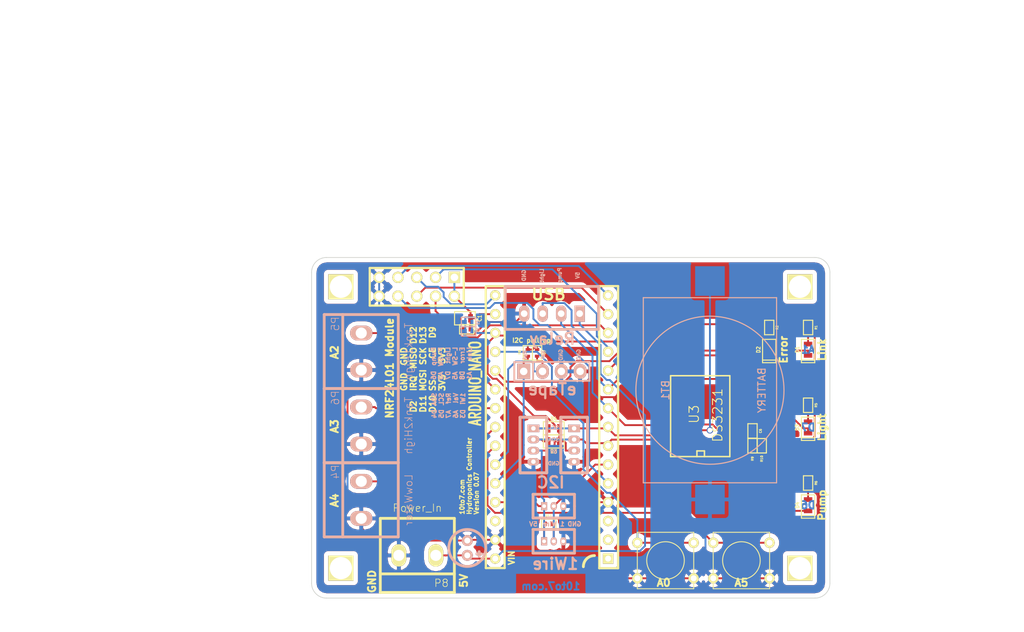
<source format=kicad_pcb>
(kicad_pcb (version 3) (host pcbnew "(2014-03-19 BZR 4756)-product")

  (general
    (links 102)
    (no_connects 0)
    (area 129.275001 45.305 271.93 130.155001)
    (thickness 1.6)
    (drawings 52)
    (tracks 349)
    (zones 0)
    (modules 41)
    (nets 32)
  )

  (page A4)
  (layers
    (15 F.Cu signal)
    (0 B.Cu signal)
    (16 B.Adhes user)
    (17 F.Adhes user)
    (18 B.Paste user)
    (19 F.Paste user)
    (20 B.SilkS user)
    (21 F.SilkS user)
    (22 B.Mask user)
    (23 F.Mask user)
    (24 Dwgs.User user)
    (25 Cmts.User user)
    (26 Eco1.User user)
    (27 Eco2.User user)
    (28 Edge.Cuts user)
  )

  (setup
    (last_trace_width 0.254)
    (trace_clearance 0.2)
    (zone_clearance 0.6)
    (zone_45_only no)
    (trace_min 0.254)
    (segment_width 0.2)
    (edge_width 0.1)
    (via_size 0.889)
    (via_drill 0.635)
    (via_min_size 0.889)
    (via_min_drill 0.508)
    (uvia_size 0.508)
    (uvia_drill 0.127)
    (uvias_allowed no)
    (uvia_min_size 0.508)
    (uvia_min_drill 0.127)
    (pcb_text_width 0.3)
    (pcb_text_size 1.5 1.5)
    (mod_edge_width 0.15)
    (mod_text_size 1 1)
    (mod_text_width 0.15)
    (pad_size 1.99898 3.01498)
    (pad_drill 1.50114)
    (pad_to_mask_clearance 0)
    (aux_axis_origin 0 0)
    (grid_origin 172.275 112.155)
    (visible_elements FFFFFF7F)
    (pcbplotparams
      (layerselection 284196865)
      (usegerberextensions true)
      (excludeedgelayer true)
      (linewidth 0.150000)
      (plotframeref false)
      (viasonmask false)
      (mode 1)
      (useauxorigin false)
      (hpglpennumber 1)
      (hpglpenspeed 20)
      (hpglpendiameter 15)
      (hpglpenoverlay 2)
      (psnegative false)
      (psa4output false)
      (plotreference true)
      (plotvalue true)
      (plotothertext true)
      (plotinvisibletext false)
      (padsonsilk false)
      (subtractmaskfromsilk false)
      (outputformat 1)
      (mirror false)
      (drillshape 0)
      (scaleselection 1)
      (outputdirectory Gerber))
  )

  (net 0 "")
  (net 1 +3.3V)
  (net 2 GND)
  (net 3 +5V)
  (net 4 VCC)
  (net 5 /Link_LED)
  (net 6 "Net-(D1-Pad1)")
  (net 7 /Error_LED)
  (net 8 "Net-(D2-Pad1)")
  (net 9 /LightRelay)
  (net 10 "Net-(D3-Pad1)")
  (net 11 /PumpRelay)
  (net 12 "Net-(D4-Pad1)")
  (net 13 /1Wire)
  (net 14 /SDA)
  (net 15 /SCL)
  (net 16 /LowWater)
  (net 17 /Tank1High)
  (net 18 /Tank2High)
  (net 19 /WaterDepthRef)
  (net 20 /WaterDepth)
  (net 21 /Light_Switch)
  (net 22 /Pump_Switch)
  (net 23 /CE)
  (net 24 /SS)
  (net 25 /SCK)
  (net 26 /MOSI)
  (net 27 /MISO)
  (net 28 /IRQ)
  (net 29 "Net-(BT1-Pad1)")
  (net 30 "Net-(R9-Pad2)")
  (net 31 "Net-(R10-Pad2)")

  (net_class Default "This is the default net class."
    (clearance 0.2)
    (trace_width 0.254)
    (via_dia 0.889)
    (via_drill 0.635)
    (uvia_dia 0.508)
    (uvia_drill 0.127)
    (add_net +3.3V)
    (add_net +5V)
    (add_net /1Wire)
    (add_net /CE)
    (add_net /Error_LED)
    (add_net /IRQ)
    (add_net /LightRelay)
    (add_net /Light_Switch)
    (add_net /Link_LED)
    (add_net /LowWater)
    (add_net /MISO)
    (add_net /MOSI)
    (add_net /PumpRelay)
    (add_net /Pump_Switch)
    (add_net /SCK)
    (add_net /SCL)
    (add_net /SDA)
    (add_net /SS)
    (add_net /Tank1High)
    (add_net /Tank2High)
    (add_net /WaterDepth)
    (add_net /WaterDepthRef)
    (add_net GND)
    (add_net "Net-(BT1-Pad1)")
    (add_net "Net-(D1-Pad1)")
    (add_net "Net-(D2-Pad1)")
    (add_net "Net-(D3-Pad1)")
    (add_net "Net-(D4-Pad1)")
    (add_net "Net-(R10-Pad2)")
    (add_net "Net-(R9-Pad2)")
    (add_net VCC)
  )

  (module 10to7_connectors:2_Pin_Screw_5mm_Pitch (layer F.Cu) (tedit 53D576BF) (tstamp 53B851F4)
    (at 186.005 119.96 180)
    (path /53B8516E)
    (attr virtual)
    (fp_text reference P8 (at -3.25 -3.75 180) (layer F.SilkS)
      (effects (font (size 1.016 1.016) (thickness 0.0889)))
    )
    (fp_text value Power_In (at 0 6.4008 180) (layer F.SilkS)
      (effects (font (size 1.016 1.016) (thickness 0.0889)))
    )
    (fp_line (start -5.00126 -2.49936) (end 5.00126 -2.49936) (layer F.SilkS) (width 0.381))
    (fp_line (start -5.00126 -5.00126) (end -5.00126 5.00126) (layer F.SilkS) (width 0.381))
    (fp_line (start -5.00126 5.00126) (end 5.00126 5.00126) (layer F.SilkS) (width 0.381))
    (fp_line (start 5.00126 5.00126) (end 5.00126 -5.00126) (layer F.SilkS) (width 0.381))
    (fp_line (start 5.00126 -5.00126) (end -5.00126 -5.00126) (layer F.SilkS) (width 0.381))
    (pad 1 thru_hole oval (at -2.49936 0 180) (size 1.99898 3.01498) (drill 1.50114) (layers *.Cu *.Mask F.Paste F.SilkS)
      (net 4 VCC))
    (pad 2 thru_hole oval (at 2.49936 0 180) (size 1.99898 3.01498) (drill 1.50114) (layers *.Cu *.Mask F.Paste F.SilkS)
      (net 2 GND))
  )

  (module 10to7_sm_standard:SM0603 (layer F.Cu) (tedit 53B86D84) (tstamp 53B82B06)
    (at 192.43 87.935 180)
    (path /53B80D3E)
    (attr smd)
    (fp_text reference C1 (at -1.995 0.005 270) (layer F.SilkS)
      (effects (font (size 0.508 0.4572) (thickness 0.1143)))
    )
    (fp_text value 4.7uF (at 0 1.425 180) (layer F.SilkS) hide
      (effects (font (size 0.508 0.4572) (thickness 0.1143)))
    )
    (fp_line (start -1.4 0.9) (end 1.4 0.9) (layer F.SilkS) (width 0.15))
    (fp_line (start 1.4 0.9) (end 1.4 -0.9) (layer F.SilkS) (width 0.15))
    (fp_line (start 1.4 -0.9) (end -1.4 -0.9) (layer F.SilkS) (width 0.15))
    (fp_line (start -1.4 -0.9) (end -1.4 0.9) (layer F.SilkS) (width 0.15))
    (pad 1 smd rect (at -0.762 0 180) (size 0.635 1.143) (layers F.Cu F.Paste F.Mask)
      (net 1 +3.3V))
    (pad 2 smd rect (at 0.762 0 180) (size 0.635 1.143) (layers F.Cu F.Paste F.Mask)
      (net 2 GND))
    (model smd\capacitors\C0603.wrl
      (at (xyz 0 0 0.001))
      (scale (xyz 0.5 0.5 0.5))
      (rotate (xyz 0 0 0))
    )
  )

  (module 10to7_sm_standard:SM0402 (layer B.Cu) (tedit 53B86D9B) (tstamp 53B82B10)
    (at 192.93 88.435 180)
    (path /53B81669)
    (attr smd)
    (fp_text reference C2 (at -1.295 -0.095 270) (layer B.SilkS)
      (effects (font (size 0.3048 0.3048) (thickness 0.0762)) (justify mirror))
    )
    (fp_text value 1nF (at 0 0.9 180) (layer B.SilkS) hide
      (effects (font (size 0.3048 0.3048) (thickness 0.0762)) (justify mirror))
    )
    (fp_line (start -0.975 -0.625) (end 0.975 -0.625) (layer B.SilkS) (width 0.15))
    (fp_line (start 0.975 -0.625) (end 0.975 0.625) (layer B.SilkS) (width 0.15))
    (fp_line (start 0.975 0.625) (end -0.975 0.625) (layer B.SilkS) (width 0.15))
    (fp_line (start -0.975 0.625) (end -0.975 -0.625) (layer B.SilkS) (width 0.15))
    (pad 1 smd rect (at -0.44958 0 180) (size 0.39878 0.59944) (layers B.Cu B.Paste B.Mask)
      (net 3 +5V))
    (pad 2 smd rect (at 0.44958 0 180) (size 0.39878 0.59944) (layers B.Cu B.Paste B.Mask)
      (net 2 GND))
    (model smd\chip_cms.wrl
      (at (xyz 0 0 0.002))
      (scale (xyz 0.05 0.05 0.05))
      (rotate (xyz 0 0 0))
    )
  )

  (module 10to7_sm_standard:SM0402 (layer B.Cu) (tedit 53B86DA9) (tstamp 53B82B1A)
    (at 192.93 89.685 180)
    (path /53B816F6)
    (attr smd)
    (fp_text reference C3 (at -1.295 0.155 270) (layer B.SilkS)
      (effects (font (size 0.3048 0.3048) (thickness 0.0762)) (justify mirror))
    )
    (fp_text value 10uF (at 0 0.9 180) (layer B.SilkS) hide
      (effects (font (size 0.3048 0.3048) (thickness 0.0762)) (justify mirror))
    )
    (fp_line (start -0.975 -0.625) (end 0.975 -0.625) (layer B.SilkS) (width 0.15))
    (fp_line (start 0.975 -0.625) (end 0.975 0.625) (layer B.SilkS) (width 0.15))
    (fp_line (start 0.975 0.625) (end -0.975 0.625) (layer B.SilkS) (width 0.15))
    (fp_line (start -0.975 0.625) (end -0.975 -0.625) (layer B.SilkS) (width 0.15))
    (pad 1 smd rect (at -0.44958 0 180) (size 0.39878 0.59944) (layers B.Cu B.Paste B.Mask)
      (net 3 +5V))
    (pad 2 smd rect (at 0.44958 0 180) (size 0.39878 0.59944) (layers B.Cu B.Paste B.Mask)
      (net 2 GND))
    (model smd\chip_cms.wrl
      (at (xyz 0 0 0.002))
      (scale (xyz 0.05 0.05 0.05))
      (rotate (xyz 0 0 0))
    )
  )

  (module 10to7_sm_standard:SM0402 (layer F.Cu) (tedit 53B86D90) (tstamp 53B82B24)
    (at 192.68 89.435 180)
    (path /53B81746)
    (attr smd)
    (fp_text reference C4 (at -1.345 -0.095 270) (layer F.SilkS)
      (effects (font (size 0.3048 0.3048) (thickness 0.0762)))
    )
    (fp_text value 10uF (at 0 -0.9 180) (layer F.SilkS) hide
      (effects (font (size 0.3048 0.3048) (thickness 0.0762)))
    )
    (fp_line (start -0.975 0.625) (end 0.975 0.625) (layer F.SilkS) (width 0.15))
    (fp_line (start 0.975 0.625) (end 0.975 -0.625) (layer F.SilkS) (width 0.15))
    (fp_line (start 0.975 -0.625) (end -0.975 -0.625) (layer F.SilkS) (width 0.15))
    (fp_line (start -0.975 -0.625) (end -0.975 0.625) (layer F.SilkS) (width 0.15))
    (pad 1 smd rect (at -0.44958 0 180) (size 0.39878 0.59944) (layers F.Cu F.Paste F.Mask)
      (net 1 +3.3V))
    (pad 2 smd rect (at 0.44958 0 180) (size 0.39878 0.59944) (layers F.Cu F.Paste F.Mask)
      (net 2 GND))
    (model smd\chip_cms.wrl
      (at (xyz 0 0 0.002))
      (scale (xyz 0.05 0.05 0.05))
      (rotate (xyz 0 0 0))
    )
  )

  (module Capacitors_Elko_ThroughHole:Elko_vert_DM5_RM2 (layer B.Cu) (tedit 53B86D72) (tstamp 53B82B31)
    (at 192.755 118.96 90)
    (descr "Electrolytic Capacitor, vertical, diameter 5mm, RM 2mm, radial,")
    (tags "Electrolytic Capacitor, vertical, diameter 5mm,  radial, RM 2mm, Elko, Electrolytkondensator, Kondensator gepolt, Durchmesser 5mm")
    (path /53B81898)
    (fp_text reference C5 (at 0 3.85 90) (layer B.SilkS) hide
      (effects (font (thickness 0.3048)) (justify mirror))
    )
    (fp_text value 47uF (at 0 -3.81 90) (layer B.SilkS) hide
      (effects (font (thickness 0.3048)) (justify mirror))
    )
    (fp_line (start -0.8001 1.89992) (end -0.8001 1.30048) (layer B.SilkS) (width 0.381))
    (fp_line (start -1.09982 1.6002) (end -0.50038 1.6002) (layer B.SilkS) (width 0.381))
    (fp_line (start -0.8001 1.6002) (end -0.8001 1.30048) (layer B.Cu) (width 0.381))
    (fp_line (start -0.8001 1.6002) (end -0.50038 1.6002) (layer B.Cu) (width 0.381))
    (fp_line (start -1.09982 1.6002) (end -0.8001 1.6002) (layer B.Cu) (width 0.381))
    (fp_line (start -0.8001 1.6002) (end -0.8001 1.89992) (layer B.Cu) (width 0.381))
    (fp_circle (center 0 0) (end 2.49936 0) (layer B.SilkS) (width 0.381))
    (pad 1 thru_hole circle (at -1.00076 0 90) (size 1.48082 1.48082) (drill 0.8001) (layers *.Cu *.Mask B.SilkS)
      (net 4 VCC))
    (pad 2 thru_hole circle (at 1.00076 0 90) (size 1.48082 1.48082) (drill 0.8001) (layers *.Cu *.Mask B.SilkS)
      (net 2 GND))
  )

  (module 10to7_sm_standard:SM0603_Polarity (layer F.Cu) (tedit 5380D35E) (tstamp 53B82B3E)
    (at 238.78 92.185 90)
    (path /53B80F2B)
    (attr smd)
    (fp_text reference D1 (at 0 -1.45 90) (layer F.SilkS)
      (effects (font (size 0.508 0.4572) (thickness 0.1143)))
    )
    (fp_text value LED (at 0 1.425 90) (layer F.SilkS) hide
      (effects (font (size 0.508 0.4572) (thickness 0.1143)))
    )
    (fp_line (start -1.4 -0.9) (end -1.75 -0.9) (layer F.SilkS) (width 0.15))
    (fp_line (start -1.75 -0.9) (end -1.75 0.9) (layer F.SilkS) (width 0.15))
    (fp_line (start -1.75 0.9) (end -1.4 0.9) (layer F.SilkS) (width 0.15))
    (fp_line (start -1.4 0.9) (end 1.4 0.9) (layer F.SilkS) (width 0.15))
    (fp_line (start 1.4 0.9) (end 1.4 -0.9) (layer F.SilkS) (width 0.15))
    (fp_line (start 1.4 -0.9) (end -1.4 -0.9) (layer F.SilkS) (width 0.15))
    (fp_line (start -1.4 -0.9) (end -1.4 0.9) (layer F.SilkS) (width 0.15))
    (pad 2 smd rect (at -0.762 0 90) (size 0.635 1.143) (layers F.Cu F.Paste F.Mask)
      (net 5 /Link_LED))
    (pad 1 smd rect (at 0.762 0 90) (size 0.635 1.143) (layers F.Cu F.Paste F.Mask)
      (net 6 "Net-(D1-Pad1)"))
    (model smd\capacitors\C0603.wrl
      (at (xyz 0 0 0.001))
      (scale (xyz 0.5 0.5 0.5))
      (rotate (xyz 0 0 0))
    )
  )

  (module 10to7_sm_standard:SM0603_Polarity (layer F.Cu) (tedit 5380D35E) (tstamp 53B82B4B)
    (at 233.53 92.185 90)
    (path /53B810E7)
    (attr smd)
    (fp_text reference D2 (at 0 -1.45 90) (layer F.SilkS)
      (effects (font (size 0.508 0.4572) (thickness 0.1143)))
    )
    (fp_text value LED (at 0 1.425 90) (layer F.SilkS) hide
      (effects (font (size 0.508 0.4572) (thickness 0.1143)))
    )
    (fp_line (start -1.4 -0.9) (end -1.75 -0.9) (layer F.SilkS) (width 0.15))
    (fp_line (start -1.75 -0.9) (end -1.75 0.9) (layer F.SilkS) (width 0.15))
    (fp_line (start -1.75 0.9) (end -1.4 0.9) (layer F.SilkS) (width 0.15))
    (fp_line (start -1.4 0.9) (end 1.4 0.9) (layer F.SilkS) (width 0.15))
    (fp_line (start 1.4 0.9) (end 1.4 -0.9) (layer F.SilkS) (width 0.15))
    (fp_line (start 1.4 -0.9) (end -1.4 -0.9) (layer F.SilkS) (width 0.15))
    (fp_line (start -1.4 -0.9) (end -1.4 0.9) (layer F.SilkS) (width 0.15))
    (pad 2 smd rect (at -0.762 0 90) (size 0.635 1.143) (layers F.Cu F.Paste F.Mask)
      (net 7 /Error_LED))
    (pad 1 smd rect (at 0.762 0 90) (size 0.635 1.143) (layers F.Cu F.Paste F.Mask)
      (net 8 "Net-(D2-Pad1)"))
    (model smd\capacitors\C0603.wrl
      (at (xyz 0 0 0.001))
      (scale (xyz 0.5 0.5 0.5))
      (rotate (xyz 0 0 0))
    )
  )

  (module 10to7_sm_standard:SM0603_Polarity (layer F.Cu) (tedit 5380D35E) (tstamp 53B82B58)
    (at 238.78 102.685 90)
    (path /53B810FC)
    (attr smd)
    (fp_text reference D3 (at 0 -1.45 90) (layer F.SilkS)
      (effects (font (size 0.508 0.4572) (thickness 0.1143)))
    )
    (fp_text value LED (at 0 1.425 90) (layer F.SilkS) hide
      (effects (font (size 0.508 0.4572) (thickness 0.1143)))
    )
    (fp_line (start -1.4 -0.9) (end -1.75 -0.9) (layer F.SilkS) (width 0.15))
    (fp_line (start -1.75 -0.9) (end -1.75 0.9) (layer F.SilkS) (width 0.15))
    (fp_line (start -1.75 0.9) (end -1.4 0.9) (layer F.SilkS) (width 0.15))
    (fp_line (start -1.4 0.9) (end 1.4 0.9) (layer F.SilkS) (width 0.15))
    (fp_line (start 1.4 0.9) (end 1.4 -0.9) (layer F.SilkS) (width 0.15))
    (fp_line (start 1.4 -0.9) (end -1.4 -0.9) (layer F.SilkS) (width 0.15))
    (fp_line (start -1.4 -0.9) (end -1.4 0.9) (layer F.SilkS) (width 0.15))
    (pad 2 smd rect (at -0.762 0 90) (size 0.635 1.143) (layers F.Cu F.Paste F.Mask)
      (net 9 /LightRelay))
    (pad 1 smd rect (at 0.762 0 90) (size 0.635 1.143) (layers F.Cu F.Paste F.Mask)
      (net 10 "Net-(D3-Pad1)"))
    (model smd\capacitors\C0603.wrl
      (at (xyz 0 0 0.001))
      (scale (xyz 0.5 0.5 0.5))
      (rotate (xyz 0 0 0))
    )
  )

  (module 10to7_sm_standard:SM0603_Polarity (layer F.Cu) (tedit 5380D35E) (tstamp 53B82B65)
    (at 238.78 113.185 90)
    (path /53B81111)
    (attr smd)
    (fp_text reference D4 (at 0 -1.45 90) (layer F.SilkS)
      (effects (font (size 0.508 0.4572) (thickness 0.1143)))
    )
    (fp_text value LED (at 0 1.425 90) (layer F.SilkS) hide
      (effects (font (size 0.508 0.4572) (thickness 0.1143)))
    )
    (fp_line (start -1.4 -0.9) (end -1.75 -0.9) (layer F.SilkS) (width 0.15))
    (fp_line (start -1.75 -0.9) (end -1.75 0.9) (layer F.SilkS) (width 0.15))
    (fp_line (start -1.75 0.9) (end -1.4 0.9) (layer F.SilkS) (width 0.15))
    (fp_line (start -1.4 0.9) (end 1.4 0.9) (layer F.SilkS) (width 0.15))
    (fp_line (start 1.4 0.9) (end 1.4 -0.9) (layer F.SilkS) (width 0.15))
    (fp_line (start 1.4 -0.9) (end -1.4 -0.9) (layer F.SilkS) (width 0.15))
    (fp_line (start -1.4 -0.9) (end -1.4 0.9) (layer F.SilkS) (width 0.15))
    (pad 2 smd rect (at -0.762 0 90) (size 0.635 1.143) (layers F.Cu F.Paste F.Mask)
      (net 11 /PumpRelay))
    (pad 1 smd rect (at 0.762 0 90) (size 0.635 1.143) (layers F.Cu F.Paste F.Mask)
      (net 12 "Net-(D4-Pad1)"))
    (model smd\capacitors\C0603.wrl
      (at (xyz 0 0 0.001))
      (scale (xyz 0.5 0.5 0.5))
      (rotate (xyz 0 0 0))
    )
  )

  (module 10to7_connectors:JST_XH_1.25_3_Pin (layer B.Cu) (tedit 53B84A0F) (tstamp 53B82B71)
    (at 204.43 113.31)
    (path /53B81EC1)
    (fp_text reference K1 (at 4.42 -0.03 90) (layer B.SilkS) hide
      (effects (font (thickness 0.3048)) (justify mirror))
    )
    (fp_text value 1Wire (at 0 -6.35) (layer B.SilkS) hide
      (effects (font (thickness 0.3048)) (justify mirror))
    )
    (fp_line (start 2.79908 0) (end 2.79908 1.6002) (layer B.SilkS) (width 0.381))
    (fp_line (start 2.79908 1.6002) (end -2.79908 1.6002) (layer B.SilkS) (width 0.381))
    (fp_line (start -2.79908 1.6002) (end -2.79908 -1.6002) (layer B.SilkS) (width 0.381))
    (fp_line (start -2.79908 -1.6002) (end 2.79908 -1.6002) (layer B.SilkS) (width 0.381))
    (fp_line (start 2.79908 -1.6002) (end 2.79908 0) (layer B.SilkS) (width 0.381))
    (pad 2 thru_hole oval (at 0 0) (size 0.8 1.1) (drill 0.5) (layers *.Cu *.Mask B.SilkS)
      (net 13 /1Wire))
    (pad 3 thru_hole oval (at 1.30048 0) (size 0.8 1.1) (drill 0.5) (layers *.Cu *.Mask B.SilkS)
      (net 2 GND))
    (pad 1 thru_hole rect (at -1.30048 0) (size 0.8 1.1) (drill 0.5) (layers *.Cu *.Mask B.SilkS)
      (net 3 +5V))
  )

  (module 10to7_connectors:JST_XH_1.25_3_Pin (layer B.Cu) (tedit 53B84C61) (tstamp 53B82B7D)
    (at 204.43 118.06)
    (path /53B82088)
    (fp_text reference K2 (at 4.42 0.06 90) (layer B.SilkS) hide
      (effects (font (thickness 0.3048)) (justify mirror))
    )
    (fp_text value 1Wire (at 0.2 3.05) (layer B.SilkS)
      (effects (font (thickness 0.3048)) (justify mirror))
    )
    (fp_line (start 2.79908 0) (end 2.79908 1.6002) (layer B.SilkS) (width 0.381))
    (fp_line (start 2.79908 1.6002) (end -2.79908 1.6002) (layer B.SilkS) (width 0.381))
    (fp_line (start -2.79908 1.6002) (end -2.79908 -1.6002) (layer B.SilkS) (width 0.381))
    (fp_line (start -2.79908 -1.6002) (end 2.79908 -1.6002) (layer B.SilkS) (width 0.381))
    (fp_line (start 2.79908 -1.6002) (end 2.79908 0) (layer B.SilkS) (width 0.381))
    (pad 2 thru_hole oval (at 0 0) (size 0.8 1.1) (drill 0.5) (layers *.Cu *.Mask B.SilkS)
      (net 13 /1Wire))
    (pad 3 thru_hole oval (at 1.30048 0) (size 0.8 1.1) (drill 0.5) (layers *.Cu *.Mask B.SilkS)
      (net 2 GND))
    (pad 1 thru_hole rect (at -1.30048 0) (size 0.8 1.1) (drill 0.5) (layers *.Cu *.Mask B.SilkS)
      (net 3 +5V))
  )

  (module 10to7_connectors:JST_XH_1.5_4_Pin (layer B.Cu) (tedit 53B846AD) (tstamp 53B82B8F)
    (at 207.18 105.06 270)
    (path /53B81EA4)
    (fp_text reference P1 (at -0.0508 3.8989 270) (layer B.SilkS) hide
      (effects (font (thickness 0.3048)) (justify mirror))
    )
    (fp_text value I2C (at 0 -3.79984 270) (layer B.SilkS) hide
      (effects (font (thickness 0.3048)) (justify mirror))
    )
    (fp_line (start -3.74904 -1.80086) (end -3.74904 0) (layer B.SilkS) (width 0.381))
    (fp_line (start 3.74904 -1.80086) (end -3.74904 -1.80086) (layer B.SilkS) (width 0.381))
    (fp_line (start 3.74904 1.80086) (end 3.74904 -1.80086) (layer B.SilkS) (width 0.381))
    (fp_line (start -3.74904 1.80086) (end 3.74904 1.80086) (layer B.SilkS) (width 0.381))
    (fp_line (start -3.74904 0) (end -3.74904 1.80086) (layer B.SilkS) (width 0.381))
    (fp_line (start -3.74904 0) (end -3.74904 1.80086) (layer B.SilkS) (width 0.381))
    (fp_line (start -3.74904 1.80086) (end 3.74904 1.80086) (layer B.SilkS) (width 0.381))
    (fp_line (start 3.74904 1.80086) (end 3.74904 -1.80086) (layer B.SilkS) (width 0.381))
    (fp_line (start 3.74904 -1.80086) (end -3.74904 -1.80086) (layer B.SilkS) (width 0.381))
    (fp_line (start -3.74904 -1.80086) (end -3.74904 0) (layer B.SilkS) (width 0.381))
    (pad 2 thru_hole oval (at -0.7493 0 270) (size 1 1.6) (drill 0.6) (layers *.Cu *.Mask B.SilkS)
      (net 14 /SDA))
    (pad 3 thru_hole oval (at 0.7493 0 270) (size 1 1.6) (drill 0.6) (layers *.Cu *.Mask B.SilkS)
      (net 3 +5V))
    (pad 1 thru_hole rect (at -2.25044 0 270) (size 1 1.6) (drill 0.6) (layers *.Cu *.Mask B.SilkS)
      (net 15 /SCL))
    (pad 4 thru_hole oval (at 2.25044 0 270) (size 1 1.6) (drill 0.6) (layers *.Cu *.Mask B.SilkS)
      (net 2 GND))
  )

  (module 10to7_connectors:JST_XH_1.5_4_Pin (layer B.Cu) (tedit 53B84C6B) (tstamp 53B82BA1)
    (at 201.68 105.06 270)
    (path /53B81D4D)
    (fp_text reference P2 (at -0.0508 3.8989 270) (layer B.SilkS) hide
      (effects (font (thickness 0.3048)) (justify mirror))
    )
    (fp_text value I2C (at 5.05 -2.35 360) (layer B.SilkS)
      (effects (font (thickness 0.3048)) (justify mirror))
    )
    (fp_line (start -3.74904 -1.80086) (end -3.74904 0) (layer B.SilkS) (width 0.381))
    (fp_line (start 3.74904 -1.80086) (end -3.74904 -1.80086) (layer B.SilkS) (width 0.381))
    (fp_line (start 3.74904 1.80086) (end 3.74904 -1.80086) (layer B.SilkS) (width 0.381))
    (fp_line (start -3.74904 1.80086) (end 3.74904 1.80086) (layer B.SilkS) (width 0.381))
    (fp_line (start -3.74904 0) (end -3.74904 1.80086) (layer B.SilkS) (width 0.381))
    (fp_line (start -3.74904 0) (end -3.74904 1.80086) (layer B.SilkS) (width 0.381))
    (fp_line (start -3.74904 1.80086) (end 3.74904 1.80086) (layer B.SilkS) (width 0.381))
    (fp_line (start 3.74904 1.80086) (end 3.74904 -1.80086) (layer B.SilkS) (width 0.381))
    (fp_line (start 3.74904 -1.80086) (end -3.74904 -1.80086) (layer B.SilkS) (width 0.381))
    (fp_line (start -3.74904 -1.80086) (end -3.74904 0) (layer B.SilkS) (width 0.381))
    (pad 2 thru_hole oval (at -0.7493 0 270) (size 1 1.6) (drill 0.6) (layers *.Cu *.Mask B.SilkS)
      (net 14 /SDA))
    (pad 3 thru_hole oval (at 0.7493 0 270) (size 1 1.6) (drill 0.6) (layers *.Cu *.Mask B.SilkS)
      (net 3 +5V))
    (pad 1 thru_hole rect (at -2.25044 0 270) (size 1 1.6) (drill 0.6) (layers *.Cu *.Mask B.SilkS)
      (net 15 /SCL))
    (pad 4 thru_hole oval (at 2.25044 0 270) (size 1 1.6) (drill 0.6) (layers *.Cu *.Mask B.SilkS)
      (net 2 GND))
  )

  (module 10to7_connectors:JST_XH_2.5_4_Pin (layer B.Cu) (tedit 53B84F35) (tstamp 53B82BAE)
    (at 204.18 87.31 180)
    (path /53B820A3)
    (fp_text reference P3 (at 0 5.72516 180) (layer B.SilkS) hide
      (effects (font (thickness 0.3048)) (justify mirror))
    )
    (fp_text value Relay (at -0.05 -3.4 180) (layer B.SilkS)
      (effects (font (thickness 0.3048)) (justify mirror))
    )
    (fp_line (start -6.2992 0.7747) (end -6.2992 3.67538) (layer B.SilkS) (width 0.381))
    (fp_line (start -6.2992 3.67538) (end 6.2992 3.67538) (layer B.SilkS) (width 0.381))
    (fp_line (start 6.2992 3.67538) (end 6.2992 -2.12598) (layer B.SilkS) (width 0.381))
    (fp_line (start 6.2992 -2.12598) (end -6.2992 -2.12598) (layer B.SilkS) (width 0.381))
    (fp_line (start -6.2992 -2.12598) (end -6.2992 0.7747) (layer B.SilkS) (width 0.381))
    (pad 2 thru_hole oval (at -1.24968 0 180) (size 1.4 2.2) (drill 0.9) (layers *.Cu *.Mask B.SilkS)
      (net 11 /PumpRelay))
    (pad 3 thru_hole oval (at 1.24968 0 180) (size 1.4 2.2) (drill 0.9) (layers *.Cu *.Mask B.SilkS)
      (net 9 /LightRelay))
    (pad 1 thru_hole rect (at -3.74904 0 180) (size 1.4 2.2) (drill 0.9) (layers *.Cu *.Mask B.SilkS)
      (net 4 VCC))
    (pad 4 thru_hole oval (at 3.74904 0 180) (size 1.4 2.2) (drill 0.9) (layers *.Cu *.Mask B.SilkS)
      (net 2 GND))
  )

  (module 10to7_connectors:2_Pin_Screw_5mm_Pitch (layer B.Cu) (tedit 53B86EB0) (tstamp 53B82BB9)
    (at 178.43 112.465 270)
    (path /53B818E5)
    (attr virtual)
    (fp_text reference P4 (at -3.78 3.5 270) (layer B.SilkS)
      (effects (font (size 1.016 1.016) (thickness 0.0889)) (justify mirror))
    )
    (fp_text value LowWater (at 0 -6.4008 270) (layer B.SilkS)
      (effects (font (size 1.016 1.016) (thickness 0.0889)) (justify mirror))
    )
    (fp_line (start -5.00126 2.49936) (end 5.00126 2.49936) (layer B.SilkS) (width 0.381))
    (fp_line (start -5.00126 5.00126) (end -5.00126 -5.00126) (layer B.SilkS) (width 0.381))
    (fp_line (start -5.00126 -5.00126) (end 5.00126 -5.00126) (layer B.SilkS) (width 0.381))
    (fp_line (start 5.00126 -5.00126) (end 5.00126 5.00126) (layer B.SilkS) (width 0.381))
    (fp_line (start 5.00126 5.00126) (end -5.00126 5.00126) (layer B.SilkS) (width 0.381))
    (pad 1 thru_hole oval (at -2.49936 0 270) (size 1.99898 3.01498) (drill 1.50114) (layers *.Cu B.Paste B.SilkS F.Mask)
      (net 16 /LowWater))
    (pad 2 thru_hole oval (at 2.49936 0 270) (size 1.99898 3.01498) (drill 1.50114) (layers *.Cu B.Paste B.SilkS F.Mask)
      (net 2 GND))
  )

  (module 10to7_connectors:2_Pin_Screw_5mm_Pitch (layer B.Cu) (tedit 53B86E9A) (tstamp 53B82BC4)
    (at 178.43 92.435 270)
    (path /53B8195F)
    (attr virtual)
    (fp_text reference P5 (at -3.75 3.5 270) (layer B.SilkS)
      (effects (font (size 1.016 1.016) (thickness 0.0889)) (justify mirror))
    )
    (fp_text value Tank1High (at 0 -6.4008 270) (layer B.SilkS)
      (effects (font (size 1.016 1.016) (thickness 0.0889)) (justify mirror))
    )
    (fp_line (start -5.00126 2.49936) (end 5.00126 2.49936) (layer B.SilkS) (width 0.381))
    (fp_line (start -5.00126 5.00126) (end -5.00126 -5.00126) (layer B.SilkS) (width 0.381))
    (fp_line (start -5.00126 -5.00126) (end 5.00126 -5.00126) (layer B.SilkS) (width 0.381))
    (fp_line (start 5.00126 -5.00126) (end 5.00126 5.00126) (layer B.SilkS) (width 0.381))
    (fp_line (start 5.00126 5.00126) (end -5.00126 5.00126) (layer B.SilkS) (width 0.381))
    (pad 1 thru_hole oval (at -2.49936 0 270) (size 1.99898 3.01498) (drill 1.50114) (layers *.Cu B.Paste B.SilkS F.Mask)
      (net 17 /Tank1High))
    (pad 2 thru_hole oval (at 2.49936 0 270) (size 1.99898 3.01498) (drill 1.50114) (layers *.Cu B.Paste B.SilkS F.Mask)
      (net 2 GND))
  )

  (module 10to7_connectors:2_Pin_Screw_5mm_Pitch (layer B.Cu) (tedit 53B86EA5) (tstamp 53B82BCF)
    (at 178.43 102.435 270)
    (path /53B8196E)
    (attr virtual)
    (fp_text reference P6 (at -3.75 3.5 270) (layer B.SilkS)
      (effects (font (size 1.016 1.016) (thickness 0.0889)) (justify mirror))
    )
    (fp_text value Tank2High (at 0 -6.4008 270) (layer B.SilkS)
      (effects (font (size 1.016 1.016) (thickness 0.0889)) (justify mirror))
    )
    (fp_line (start -5.00126 2.49936) (end 5.00126 2.49936) (layer B.SilkS) (width 0.381))
    (fp_line (start -5.00126 5.00126) (end -5.00126 -5.00126) (layer B.SilkS) (width 0.381))
    (fp_line (start -5.00126 -5.00126) (end 5.00126 -5.00126) (layer B.SilkS) (width 0.381))
    (fp_line (start 5.00126 -5.00126) (end 5.00126 5.00126) (layer B.SilkS) (width 0.381))
    (fp_line (start 5.00126 5.00126) (end -5.00126 5.00126) (layer B.SilkS) (width 0.381))
    (pad 1 thru_hole oval (at -2.49936 0 270) (size 1.99898 3.01498) (drill 1.50114) (layers *.Cu B.Paste B.SilkS F.Mask)
      (net 18 /Tank2High))
    (pad 2 thru_hole oval (at 2.49936 0 270) (size 1.99898 3.01498) (drill 1.50114) (layers *.Cu B.Paste B.SilkS F.Mask)
      (net 2 GND))
  )

  (module Pin_Headers:Pin_Header_Straight_1x04 (layer B.Cu) (tedit 53B86F45) (tstamp 53B82BDE)
    (at 204.18 95.11)
    (descr "1 pin")
    (tags "CONN DEV")
    (path /53B81A7B)
    (fp_text reference P7 (at 0 2.286) (layer B.SilkS) hide
      (effects (font (size 1.27 1.27) (thickness 0.2032)) (justify mirror))
    )
    (fp_text value eTape (at 0.045 2.42) (layer B.SilkS)
      (effects (font (thickness 0.3048)) (justify mirror))
    )
    (fp_line (start -2.54 -1.27) (end 5.08 -1.27) (layer B.SilkS) (width 0.254))
    (fp_line (start -2.54 1.27) (end 5.08 1.27) (layer B.SilkS) (width 0.254))
    (fp_line (start -5.08 1.27) (end -2.54 1.27) (layer B.SilkS) (width 0.254))
    (fp_line (start 5.08 -1.27) (end 5.08 1.27) (layer B.SilkS) (width 0.254))
    (fp_line (start -2.54 1.27) (end -2.54 -1.27) (layer B.SilkS) (width 0.254))
    (fp_line (start -5.08 1.27) (end -5.08 -1.27) (layer B.SilkS) (width 0.254))
    (fp_line (start -5.08 -1.27) (end -2.54 -1.27) (layer B.SilkS) (width 0.254))
    (pad 1 thru_hole rect (at -3.81 0) (size 1.7272 2.032) (drill 1.016) (layers *.Cu *.Mask B.SilkS)
      (net 19 /WaterDepthRef))
    (pad 2 thru_hole oval (at -1.27 0) (size 1.7272 2.032) (drill 1.016) (layers *.Cu *.Mask B.SilkS)
      (net 20 /WaterDepth))
    (pad 3 thru_hole oval (at 1.27 0) (size 1.7272 2.032) (drill 1.016) (layers *.Cu *.Mask B.SilkS)
      (net 2 GND))
    (pad 4 thru_hole oval (at 3.81 0) (size 1.7272 2.032) (drill 1.016) (layers *.Cu *.Mask B.SilkS)
      (net 2 GND))
    (model Pin_Headers/Pin_Header_Straight_1x04.wrl
      (at (xyz 0 0 0))
      (scale (xyz 1 1 1))
      (rotate (xyz 0 0 0))
    )
  )

  (module 10to7_sm_standard:SM0402 (layer F.Cu) (tedit 5380CFF6) (tstamp 53B82BE8)
    (at 238.78 89.185 90)
    (path /53B80F84)
    (attr smd)
    (fp_text reference R1 (at 0 1.075 90) (layer F.SilkS)
      (effects (font (size 0.3048 0.3048) (thickness 0.0762)))
    )
    (fp_text value 460 (at 0 -0.9 90) (layer F.SilkS) hide
      (effects (font (size 0.3048 0.3048) (thickness 0.0762)))
    )
    (fp_line (start -0.975 0.625) (end 0.975 0.625) (layer F.SilkS) (width 0.15))
    (fp_line (start 0.975 0.625) (end 0.975 -0.625) (layer F.SilkS) (width 0.15))
    (fp_line (start 0.975 -0.625) (end -0.975 -0.625) (layer F.SilkS) (width 0.15))
    (fp_line (start -0.975 -0.625) (end -0.975 0.625) (layer F.SilkS) (width 0.15))
    (pad 1 smd rect (at -0.44958 0 90) (size 0.39878 0.59944) (layers F.Cu F.Paste F.Mask)
      (net 6 "Net-(D1-Pad1)"))
    (pad 2 smd rect (at 0.44958 0 90) (size 0.39878 0.59944) (layers F.Cu F.Paste F.Mask)
      (net 3 +5V))
    (model smd\chip_cms.wrl
      (at (xyz 0 0 0.002))
      (scale (xyz 0.05 0.05 0.05))
      (rotate (xyz 0 0 0))
    )
  )

  (module 10to7_sm_standard:SM0402 (layer F.Cu) (tedit 5380CFF6) (tstamp 53B82BF2)
    (at 233.53 89.185 90)
    (path /53B810ED)
    (attr smd)
    (fp_text reference R2 (at 0 1.075 90) (layer F.SilkS)
      (effects (font (size 0.3048 0.3048) (thickness 0.0762)))
    )
    (fp_text value 460 (at 0 -0.9 90) (layer F.SilkS) hide
      (effects (font (size 0.3048 0.3048) (thickness 0.0762)))
    )
    (fp_line (start -0.975 0.625) (end 0.975 0.625) (layer F.SilkS) (width 0.15))
    (fp_line (start 0.975 0.625) (end 0.975 -0.625) (layer F.SilkS) (width 0.15))
    (fp_line (start 0.975 -0.625) (end -0.975 -0.625) (layer F.SilkS) (width 0.15))
    (fp_line (start -0.975 -0.625) (end -0.975 0.625) (layer F.SilkS) (width 0.15))
    (pad 1 smd rect (at -0.44958 0 90) (size 0.39878 0.59944) (layers F.Cu F.Paste F.Mask)
      (net 8 "Net-(D2-Pad1)"))
    (pad 2 smd rect (at 0.44958 0 90) (size 0.39878 0.59944) (layers F.Cu F.Paste F.Mask)
      (net 3 +5V))
    (model smd\chip_cms.wrl
      (at (xyz 0 0 0.002))
      (scale (xyz 0.05 0.05 0.05))
      (rotate (xyz 0 0 0))
    )
  )

  (module 10to7_sm_standard:SM0603 (layer F.Cu) (tedit 53B87532) (tstamp 53B82BFC)
    (at 204.43 104.56 180)
    (path /53B822B2)
    (attr smd)
    (fp_text reference R3 (at 0.005 -1.37 180) (layer F.SilkS)
      (effects (font (size 0.508 0.4572) (thickness 0.1143)))
    )
    (fp_text value 10k (at 0 1.425 180) (layer F.SilkS) hide
      (effects (font (size 0.508 0.4572) (thickness 0.1143)))
    )
    (fp_line (start -1.4 0.9) (end 1.4 0.9) (layer F.SilkS) (width 0.15))
    (fp_line (start 1.4 0.9) (end 1.4 -0.9) (layer F.SilkS) (width 0.15))
    (fp_line (start 1.4 -0.9) (end -1.4 -0.9) (layer F.SilkS) (width 0.15))
    (fp_line (start -1.4 -0.9) (end -1.4 0.9) (layer F.SilkS) (width 0.15))
    (pad 1 smd rect (at -0.762 0 180) (size 0.635 1.143) (layers F.Cu F.Paste F.Mask)
      (net 3 +5V))
    (pad 2 smd rect (at 0.762 0 180) (size 0.635 1.143) (layers F.Cu F.Paste F.Mask)
      (net 14 /SDA))
    (model smd\capacitors\C0603.wrl
      (at (xyz 0 0 0.001))
      (scale (xyz 0.5 0.5 0.5))
      (rotate (xyz 0 0 0))
    )
  )

  (module 10to7_sm_standard:SM0603 (layer F.Cu) (tedit 53B8753D) (tstamp 53B82C06)
    (at 204.43 102.81 180)
    (path /53B8229E)
    (attr smd)
    (fp_text reference R4 (at 0.005 1.28 180) (layer F.SilkS)
      (effects (font (size 0.508 0.4572) (thickness 0.1143)))
    )
    (fp_text value 10k (at 0 1.425 180) (layer F.SilkS) hide
      (effects (font (size 0.508 0.4572) (thickness 0.1143)))
    )
    (fp_line (start -1.4 0.9) (end 1.4 0.9) (layer F.SilkS) (width 0.15))
    (fp_line (start 1.4 0.9) (end 1.4 -0.9) (layer F.SilkS) (width 0.15))
    (fp_line (start 1.4 -0.9) (end -1.4 -0.9) (layer F.SilkS) (width 0.15))
    (fp_line (start -1.4 -0.9) (end -1.4 0.9) (layer F.SilkS) (width 0.15))
    (pad 1 smd rect (at -0.762 0 180) (size 0.635 1.143) (layers F.Cu F.Paste F.Mask)
      (net 3 +5V))
    (pad 2 smd rect (at 0.762 0 180) (size 0.635 1.143) (layers F.Cu F.Paste F.Mask)
      (net 15 /SCL))
    (model smd\capacitors\C0603.wrl
      (at (xyz 0 0 0.001))
      (scale (xyz 0.5 0.5 0.5))
      (rotate (xyz 0 0 0))
    )
  )

  (module 10to7_sm_standard:SM0402 (layer F.Cu) (tedit 5380CFF6) (tstamp 53B82C10)
    (at 238.78 99.685 90)
    (path /53B81102)
    (attr smd)
    (fp_text reference R5 (at 0 1.075 90) (layer F.SilkS)
      (effects (font (size 0.3048 0.3048) (thickness 0.0762)))
    )
    (fp_text value 460 (at 0 -0.9 90) (layer F.SilkS) hide
      (effects (font (size 0.3048 0.3048) (thickness 0.0762)))
    )
    (fp_line (start -0.975 0.625) (end 0.975 0.625) (layer F.SilkS) (width 0.15))
    (fp_line (start 0.975 0.625) (end 0.975 -0.625) (layer F.SilkS) (width 0.15))
    (fp_line (start 0.975 -0.625) (end -0.975 -0.625) (layer F.SilkS) (width 0.15))
    (fp_line (start -0.975 -0.625) (end -0.975 0.625) (layer F.SilkS) (width 0.15))
    (pad 1 smd rect (at -0.44958 0 90) (size 0.39878 0.59944) (layers F.Cu F.Paste F.Mask)
      (net 10 "Net-(D3-Pad1)"))
    (pad 2 smd rect (at 0.44958 0 90) (size 0.39878 0.59944) (layers F.Cu F.Paste F.Mask)
      (net 3 +5V))
    (model smd\chip_cms.wrl
      (at (xyz 0 0 0.002))
      (scale (xyz 0.05 0.05 0.05))
      (rotate (xyz 0 0 0))
    )
  )

  (module 10to7_sm_standard:SM0402 (layer F.Cu) (tedit 5380CFF6) (tstamp 53B82C1A)
    (at 238.78 110.185 90)
    (path /53B81117)
    (attr smd)
    (fp_text reference R6 (at 0 1.075 90) (layer F.SilkS)
      (effects (font (size 0.3048 0.3048) (thickness 0.0762)))
    )
    (fp_text value 460 (at 0 -0.9 90) (layer F.SilkS) hide
      (effects (font (size 0.3048 0.3048) (thickness 0.0762)))
    )
    (fp_line (start -0.975 0.625) (end 0.975 0.625) (layer F.SilkS) (width 0.15))
    (fp_line (start 0.975 0.625) (end 0.975 -0.625) (layer F.SilkS) (width 0.15))
    (fp_line (start 0.975 -0.625) (end -0.975 -0.625) (layer F.SilkS) (width 0.15))
    (fp_line (start -0.975 -0.625) (end -0.975 0.625) (layer F.SilkS) (width 0.15))
    (pad 1 smd rect (at -0.44958 0 90) (size 0.39878 0.59944) (layers F.Cu F.Paste F.Mask)
      (net 12 "Net-(D4-Pad1)"))
    (pad 2 smd rect (at 0.44958 0 90) (size 0.39878 0.59944) (layers F.Cu F.Paste F.Mask)
      (net 3 +5V))
    (model smd\chip_cms.wrl
      (at (xyz 0 0 0.002))
      (scale (xyz 0.05 0.05 0.05))
      (rotate (xyz 0 0 0))
    )
  )

  (module 10to7_sm_standard:SM0402 (layer F.Cu) (tedit 53B86DBF) (tstamp 53B82C24)
    (at 202.18 92.61 270)
    (path /53B81AA3)
    (attr smd)
    (fp_text reference R7 (at -0.08 -1.045 270) (layer F.SilkS)
      (effects (font (size 0.3048 0.3048) (thickness 0.0762)))
    )
    (fp_text value 560 (at 0 -0.9 270) (layer F.SilkS) hide
      (effects (font (size 0.3048 0.3048) (thickness 0.0762)))
    )
    (fp_line (start -0.975 0.625) (end 0.975 0.625) (layer F.SilkS) (width 0.15))
    (fp_line (start 0.975 0.625) (end 0.975 -0.625) (layer F.SilkS) (width 0.15))
    (fp_line (start 0.975 -0.625) (end -0.975 -0.625) (layer F.SilkS) (width 0.15))
    (fp_line (start -0.975 -0.625) (end -0.975 0.625) (layer F.SilkS) (width 0.15))
    (pad 1 smd rect (at -0.44958 0 270) (size 0.39878 0.59944) (layers F.Cu F.Paste F.Mask)
      (net 3 +5V))
    (pad 2 smd rect (at 0.44958 0 270) (size 0.39878 0.59944) (layers F.Cu F.Paste F.Mask)
      (net 20 /WaterDepth))
    (model smd\chip_cms.wrl
      (at (xyz 0 0 0.002))
      (scale (xyz 0.05 0.05 0.05))
      (rotate (xyz 0 0 0))
    )
  )

  (module 10to7_sm_standard:SM0402 (layer F.Cu) (tedit 53B86DCB) (tstamp 53B82C2E)
    (at 200.93 92.61 270)
    (path /53B81A8F)
    (attr smd)
    (fp_text reference R8 (at -0.08 1.105 270) (layer F.SilkS)
      (effects (font (size 0.3048 0.3048) (thickness 0.0762)))
    )
    (fp_text value 560 (at 0 -0.9 270) (layer F.SilkS) hide
      (effects (font (size 0.3048 0.3048) (thickness 0.0762)))
    )
    (fp_line (start -0.975 0.625) (end 0.975 0.625) (layer F.SilkS) (width 0.15))
    (fp_line (start 0.975 0.625) (end 0.975 -0.625) (layer F.SilkS) (width 0.15))
    (fp_line (start 0.975 -0.625) (end -0.975 -0.625) (layer F.SilkS) (width 0.15))
    (fp_line (start -0.975 -0.625) (end -0.975 0.625) (layer F.SilkS) (width 0.15))
    (pad 1 smd rect (at -0.44958 0 270) (size 0.39878 0.59944) (layers F.Cu F.Paste F.Mask)
      (net 3 +5V))
    (pad 2 smd rect (at 0.44958 0 270) (size 0.39878 0.59944) (layers F.Cu F.Paste F.Mask)
      (net 19 /WaterDepthRef))
    (model smd\chip_cms.wrl
      (at (xyz 0 0 0.002))
      (scale (xyz 0.05 0.05 0.05))
      (rotate (xyz 0 0 0))
    )
  )

  (module 10to7_modules:NRF24L01_10_Pin (layer F.Cu) (tedit 53B86977) (tstamp 53B83A9E)
    (at 185.93 83.685 180)
    (tags NRF24L01_10_pin)
    (path /53B5D8FA)
    (fp_text reference U1 (at 0.635 -3.81 180) (layer F.SilkS) hide
      (effects (font (size 1.016 1.016) (thickness 0.2032)))
    )
    (fp_text value NRF24L01-10PIN (at 0.0254 3.72618 180) (layer F.SilkS) hide
      (effects (font (size 1.016 1.016) (thickness 0.2032)))
    )
    (fp_line (start -6.35 -2.54) (end 6.35 -2.54) (layer F.SilkS) (width 0.3048))
    (fp_line (start 6.35 -2.54) (end 6.35 2.54) (layer F.SilkS) (width 0.3048))
    (fp_line (start 6.35 2.54) (end -6.35 2.54) (layer F.SilkS) (width 0.3048))
    (fp_line (start -6.35 2.54) (end -6.35 -2.54) (layer F.SilkS) (width 0.3048))
    (pad 1 thru_hole rect (at -5.08 1.27 180) (size 1.524 1.524) (drill 1.016) (layers *.Cu *.Mask F.SilkS)
      (net 1 +3.3V))
    (pad 10 thru_hole circle (at -5.08 -1.27 180) (size 1.524 1.524) (drill 1.016) (layers *.Cu *.Mask F.SilkS)
      (net 1 +3.3V))
    (pad 2 thru_hole circle (at -2.54 1.27 180) (size 1.524 1.524) (drill 1.016) (layers *.Cu *.Mask F.SilkS)
      (net 23 /CE))
    (pad 9 thru_hole circle (at -2.54 -1.27 180) (size 1.524 1.524) (drill 1.016) (layers *.Cu *.Mask F.SilkS)
      (net 24 /SS))
    (pad 3 thru_hole circle (at 0 1.27 180) (size 1.524 1.524) (drill 1.016) (layers *.Cu *.Mask F.SilkS)
      (net 25 /SCK))
    (pad 8 thru_hole circle (at 0 -1.27 180) (size 1.524 1.524) (drill 1.016) (layers *.Cu *.Mask F.SilkS)
      (net 26 /MOSI))
    (pad 4 thru_hole circle (at 2.54 1.27 180) (size 1.524 1.524) (drill 1.016) (layers *.Cu *.Mask F.SilkS)
      (net 27 /MISO))
    (pad 7 thru_hole circle (at 2.54 -1.27 180) (size 1.524 1.524) (drill 1.016) (layers *.Cu *.Mask F.SilkS)
      (net 28 /IRQ))
    (pad 5 thru_hole circle (at 5.08 1.27 180) (size 1.524 1.524) (drill 1.016) (layers *.Cu *.Mask F.SilkS)
      (net 2 GND))
    (pad 6 thru_hole circle (at 5.08 -1.27 180) (size 1.524 1.524) (drill 1.016) (layers *.Cu *.Mask F.SilkS)
      (net 2 GND))
    (model pin_array/pins_array_5x2.wrl
      (at (xyz 0 0 0))
      (scale (xyz 1 1 1))
      (rotate (xyz 0 0 0))
    )
  )

  (module 10to7_arduino:Arduino_Nano (layer F.Cu) (tedit 53B867E9) (tstamp 53B82C8E)
    (at 196.53 103.89 90)
    (tags "Arduino Nano")
    (path /53B5D87A)
    (fp_text reference U2 (at -10.16 -2.54 90) (layer F.SilkS) hide
      (effects (font (size 1.72974 1.08712) (thickness 0.27178)))
    )
    (fp_text value ARDUINO_NANO (at 7.16 -2.705 90) (layer F.SilkS)
      (effects (font (size 1.524 1.016) (thickness 0.254)))
    )
    (fp_text user VIN (at -16.4 2.2 90) (layer F.SilkS)
      (effects (font (size 0.8 0.8) (thickness 0.2)))
    )
    (fp_text user USB (at 19.2 7.2 180) (layer F.SilkS)
      (effects (font (thickness 0.3048)))
    )
    (fp_arc (start -17.6 13.4) (end -17.6 11.9) (angle 90) (layer F.SilkS) (width 0.381))
    (fp_line (start 20.13 -1.28) (end 20.29 -1.28) (layer F.SilkS) (width 0.3048))
    (fp_line (start 17.77 16.59) (end 20.3 16.59) (layer F.SilkS) (width 0.3048))
    (fp_line (start 20.3 16.59) (end 20.3 14.05) (layer F.SilkS) (width 0.3048))
    (fp_line (start 17.76 14.05) (end 20.3 14.05) (layer F.SilkS) (width 0.3048))
    (fp_line (start 17.77 1.27) (end 20.29 1.27) (layer F.SilkS) (width 0.3048))
    (fp_line (start 20.29 1.27) (end 20.29 -1.27) (layer F.SilkS) (width 0.3048))
    (fp_line (start 17.78 -1.28) (end 20.19 -1.28) (layer F.SilkS) (width 0.3048))
    (fp_line (start -17.80286 16.58744) (end -17.80286 14.04744) (layer F.SilkS) (width 0.3048))
    (fp_line (start 17.75714 16.58744) (end -17.80286 16.58744) (layer F.SilkS) (width 0.3048))
    (fp_line (start -17.80286 14.04744) (end 17.75714 14.04744) (layer F.SilkS) (width 0.3048))
    (fp_line (start -17.78 -1.27) (end 17.78 -1.27) (layer F.SilkS) (width 0.3048))
    (fp_line (start 17.78 1.27) (end -17.78 1.27) (layer F.SilkS) (width 0.3048))
    (fp_line (start -17.78 1.27) (end -17.78 -1.27) (layer F.SilkS) (width 0.3048))
    (pad 16 thru_hole circle (at 19.05 0 90) (size 1.397 1.397) (drill 0.8128) (layers *.Cu *.Mask F.SilkS)
      (net 25 /SCK))
    (pad 14 thru_hole circle (at 16.51 15.24124 90) (size 1.397 1.397) (drill 0.8128) (layers *.Cu *.Mask F.SilkS)
      (net 26 /MOSI))
    (pad 13 thru_hole circle (at 13.97 15.24124 90) (size 1.397 1.397) (drill 0.8128) (layers *.Cu *.Mask F.SilkS)
      (net 24 /SS))
    (pad 12 thru_hole circle (at 11.43 15.24124 90) (size 1.397 1.397) (drill 0.8128) (layers *.Cu *.Mask F.SilkS)
      (net 23 /CE))
    (pad 11 thru_hole circle (at 8.89 15.24124 90) (size 1.397 1.397) (drill 0.8128) (layers *.Cu *.Mask F.SilkS)
      (net 7 /Error_LED))
    (pad 10 thru_hole circle (at 6.35 15.24124 90) (size 1.397 1.397) (drill 0.8128) (layers *.Cu *.Mask F.SilkS)
      (net 9 /LightRelay))
    (pad 9 thru_hole circle (at 3.81 15.24124 90) (size 1.397 1.397) (drill 0.8128) (layers *.Cu *.Mask F.SilkS)
      (net 11 /PumpRelay))
    (pad 8 thru_hole circle (at 1.27 15.24124 90) (size 1.397 1.397) (drill 0.8128) (layers *.Cu *.Mask F.SilkS)
      (net 15 /SCL))
    (pad 7 thru_hole circle (at -1.27 15.24124 90) (size 1.397 1.397) (drill 0.8128) (layers *.Cu *.Mask F.SilkS)
      (net 14 /SDA))
    (pad 6 thru_hole circle (at -3.81 15.24124 90) (size 1.397 1.397) (drill 0.8128) (layers *.Cu *.Mask F.SilkS)
      (net 13 /1Wire))
    (pad 5 thru_hole circle (at -6.35 15.24124 90) (size 1.397 1.397) (drill 0.8128) (layers *.Cu *.Mask F.SilkS)
      (net 28 /IRQ))
    (pad 4 thru_hole circle (at -8.89 15.24124 90) (size 1.397 1.397) (drill 0.8128) (layers *.Cu *.Mask F.SilkS)
      (net 2 GND))
    (pad 3 thru_hole circle (at -11.43 15.24124 90) (size 1.397 1.397) (drill 0.8128) (layers *.Cu *.Mask F.SilkS))
    (pad 2 thru_hole circle (at -13.97 15.24124 90) (size 1.397 1.397) (drill 0.8128) (layers *.Cu *.Mask F.SilkS))
    (pad 1 thru_hole rect (at -16.51 15.24124 90) (size 1.397 1.397) (drill 0.8128) (layers *.Cu *.Mask F.SilkS))
    (pad 30 thru_hole circle (at -16.51 0 90) (size 1.397 1.397) (drill 0.8128) (layers *.Cu *.Mask F.SilkS)
      (net 4 VCC))
    (pad 29 thru_hole circle (at -13.97 0 90) (size 1.397 1.397) (drill 0.8128) (layers *.Cu *.Mask F.SilkS)
      (net 2 GND))
    (pad 28 thru_hole circle (at -11.43 0 90) (size 1.397 1.397) (drill 0.8128) (layers *.Cu *.Mask F.SilkS))
    (pad 27 thru_hole circle (at -8.89 0 90) (size 1.397 1.397) (drill 0.8128) (layers *.Cu *.Mask F.SilkS)
      (net 3 +5V))
    (pad 26 thru_hole circle (at -6.35 0 90) (size 1.397 1.397) (drill 0.8128) (layers *.Cu *.Mask F.SilkS)
      (net 19 /WaterDepthRef))
    (pad 25 thru_hole circle (at -3.81 0 90) (size 1.397 1.397) (drill 0.8128) (layers *.Cu *.Mask F.SilkS)
      (net 20 /WaterDepth))
    (pad 24 thru_hole circle (at -1.27 0 90) (size 1.397 1.397) (drill 0.8128) (layers *.Cu *.Mask F.SilkS)
      (net 21 /Light_Switch))
    (pad 23 thru_hole circle (at 1.27 0 90) (size 1.397 1.397) (drill 0.8128) (layers *.Cu *.Mask F.SilkS)
      (net 16 /LowWater))
    (pad 22 thru_hole circle (at 3.81 0 90) (size 1.397 1.397) (drill 0.8128) (layers *.Cu *.Mask F.SilkS)
      (net 18 /Tank2High))
    (pad 21 thru_hole circle (at 6.35 0 90) (size 1.397 1.397) (drill 0.8128) (layers *.Cu *.Mask F.SilkS)
      (net 17 /Tank1High))
    (pad 20 thru_hole circle (at 8.89 0 90) (size 1.397 1.397) (drill 0.8128) (layers *.Cu *.Mask F.SilkS)
      (net 5 /Link_LED))
    (pad 19 thru_hole circle (at 11.43 0 90) (size 1.397 1.397) (drill 0.8128) (layers *.Cu *.Mask F.SilkS)
      (net 22 /Pump_Switch))
    (pad 18 thru_hole circle (at 13.97 0 90) (size 1.397 1.397) (drill 0.8128) (layers *.Cu *.Mask F.SilkS)
      (net 3 +5V))
    (pad 17 thru_hole circle (at 16.51 0 90) (size 1.397 1.397) (drill 0.8128) (layers *.Cu *.Mask F.SilkS)
      (net 1 +3.3V))
    (pad 15 thru_hole circle (at 19.05 15.24124 90) (size 1.397 1.397) (drill 0.8128) (layers *.Cu *.Mask F.SilkS)
      (net 27 /MISO))
  )

  (module 10to7_discrete:SW_PUSH_SMALL (layer F.Cu) (tedit 53B82BA7) (tstamp 53B82C37)
    (at 229.775 120.655 180)
    (path /53B811EA)
    (fp_text reference SW_Light1 (at 0 -0.762 180) (layer F.SilkS) hide
      (effects (font (size 1.016 1.016) (thickness 0.2032)))
    )
    (fp_text value SW_PUSH (at 0 1.016 180) (layer F.SilkS) hide
      (effects (font (size 1.016 1.016) (thickness 0.2032)))
    )
    (fp_circle (center 0 0) (end 0 -2.54) (layer F.SilkS) (width 0.127))
    (fp_line (start -3.81 -3.81) (end 3.81 -3.81) (layer F.SilkS) (width 0.127))
    (fp_line (start 3.81 -3.81) (end 3.81 3.81) (layer F.SilkS) (width 0.127))
    (fp_line (start 3.81 3.81) (end -3.81 3.81) (layer F.SilkS) (width 0.127))
    (fp_line (start -3.81 -3.81) (end -3.81 3.81) (layer F.SilkS) (width 0.127))
    (pad 1 thru_hole circle (at 3.8 -2.4 180) (size 1.397 1.397) (drill 0.8128) (layers *.Cu *.Mask F.SilkS)
      (net 2 GND))
    (pad 2 thru_hole circle (at 3.8 2.4 180) (size 1.397 1.397) (drill 0.8128) (layers *.Cu *.Mask F.SilkS)
      (net 21 /Light_Switch))
    (pad 1 thru_hole circle (at -3.8 -2.4 180) (size 1.397 1.397) (drill 0.8128) (layers *.Cu *.Mask F.SilkS)
      (net 2 GND))
    (pad 2 thru_hole circle (at -3.8 2.4 180) (size 1.397 1.397) (drill 0.8128) (layers *.Cu *.Mask F.SilkS)
      (net 21 /Light_Switch))
  )

  (module 10to7_discrete:SW_PUSH_SMALL (layer F.Cu) (tedit 53B82BA7) (tstamp 53B82C44)
    (at 219.525 120.655 180)
    (path /53B81256)
    (fp_text reference SW_Pump1 (at 0 -0.762 180) (layer F.SilkS) hide
      (effects (font (size 1.016 1.016) (thickness 0.2032)))
    )
    (fp_text value SW_PUSH (at 0 1.016 180) (layer F.SilkS) hide
      (effects (font (size 1.016 1.016) (thickness 0.2032)))
    )
    (fp_circle (center 0 0) (end 0 -2.54) (layer F.SilkS) (width 0.127))
    (fp_line (start -3.81 -3.81) (end 3.81 -3.81) (layer F.SilkS) (width 0.127))
    (fp_line (start 3.81 -3.81) (end 3.81 3.81) (layer F.SilkS) (width 0.127))
    (fp_line (start 3.81 3.81) (end -3.81 3.81) (layer F.SilkS) (width 0.127))
    (fp_line (start -3.81 -3.81) (end -3.81 3.81) (layer F.SilkS) (width 0.127))
    (pad 1 thru_hole circle (at 3.8 -2.4 180) (size 1.397 1.397) (drill 0.8128) (layers *.Cu *.Mask F.SilkS)
      (net 2 GND))
    (pad 2 thru_hole circle (at 3.8 2.4 180) (size 1.397 1.397) (drill 0.8128) (layers *.Cu *.Mask F.SilkS)
      (net 22 /Pump_Switch))
    (pad 1 thru_hole circle (at -3.8 -2.4 180) (size 1.397 1.397) (drill 0.8128) (layers *.Cu *.Mask F.SilkS)
      (net 2 GND))
    (pad 2 thru_hole circle (at -3.8 2.4 180) (size 1.397 1.397) (drill 0.8128) (layers *.Cu *.Mask F.SilkS)
      (net 22 /Pump_Switch))
  )

  (module 10to7_sm_standard:3mmHole (layer F.Cu) (tedit 53B843D0) (tstamp 53B84E22)
    (at 175.68 83.685)
    (fp_text reference 3mmHole_1 (at 0.7493 3.79984) (layer F.SilkS) hide
      (effects (font (thickness 0.3048)))
    )
    (fp_text value VAL** (at 0.20066 -2.49936) (layer F.SilkS) hide
      (effects (font (thickness 0.3048)))
    )
    (pad 1 thru_hole rect (at 0 0) (size 3.40106 3.40106) (drill 2.99974) (layers *.Cu *.Mask F.SilkS))
  )

  (module 10to7_sm_standard:3mmHole (layer F.Cu) (tedit 53B84404) (tstamp 53B84E37)
    (at 237.68 83.685)
    (fp_text reference 3mmHole_2 (at 0.7493 3.79984) (layer F.SilkS) hide
      (effects (font (thickness 0.3048)))
    )
    (fp_text value VAL** (at 0.20066 -2.49936) (layer F.SilkS) hide
      (effects (font (thickness 0.3048)))
    )
    (pad 1 thru_hole rect (at 0 0) (size 3.40106 3.40106) (drill 2.99974) (layers *.Cu *.Mask F.SilkS))
  )

  (module 10to7_sm_standard:3mmHole (layer F.Cu) (tedit 53B84485) (tstamp 53B84E49)
    (at 237.68 121.685)
    (fp_text reference 3mmHole_3 (at 0.7493 3.79984) (layer F.SilkS) hide
      (effects (font (thickness 0.3048)))
    )
    (fp_text value VAL** (at 0.20066 -2.49936) (layer F.SilkS) hide
      (effects (font (thickness 0.3048)))
    )
    (pad 1 thru_hole rect (at 0 0) (size 3.40106 3.40106) (drill 2.99974) (layers *.Cu *.Mask F.SilkS))
  )

  (module 10to7_sm_standard:3mmHole (layer F.Cu) (tedit 53B84522) (tstamp 53B84E5B)
    (at 175.68 121.685)
    (fp_text reference 3mmHole_4 (at 0.7493 3.79984) (layer F.SilkS) hide
      (effects (font (thickness 0.3048)))
    )
    (fp_text value VAL** (at 0.20066 -2.49936) (layer F.SilkS) hide
      (effects (font (thickness 0.3048)))
    )
    (pad 1 thru_hole rect (at 0 0) (size 3.40106 3.40106) (drill 2.99974) (layers *.Cu *.Mask F.SilkS))
  )

  (module 10to7_discrete:CRC2032 (layer B.Cu) (tedit 53CD9409) (tstamp 53CD9C81)
    (at 225.525 97.655 270)
    (path /53CD896C)
    (fp_text reference BT1 (at 0 6 270) (layer B.SilkS)
      (effects (font (size 1 1) (thickness 0.15)) (justify mirror))
    )
    (fp_text value BATTERY (at 0 -7 270) (layer B.SilkS)
      (effects (font (size 1 1) (thickness 0.15)) (justify mirror))
    )
    (fp_circle (center 0 0) (end -10 0) (layer B.SilkS) (width 0.15))
    (fp_line (start 12.5 -9) (end -12.5 -9) (layer B.SilkS) (width 0.15))
    (fp_line (start -12.5 -9) (end -12.5 0) (layer B.SilkS) (width 0.15))
    (fp_line (start -12.5 0) (end -12.5 9) (layer B.SilkS) (width 0.15))
    (fp_line (start -12.5 9) (end 12.5 9) (layer B.SilkS) (width 0.15))
    (fp_line (start 12.5 9) (end 12.5 -9) (layer B.SilkS) (width 0.15))
    (pad 1 smd rect (at -14.75 0 270) (size 4 4) (layers B.Cu B.Paste B.Mask)
      (net 29 "Net-(BT1-Pad1)"))
    (pad 2 smd rect (at 14.75 0 270) (size 4 4) (layers B.Cu B.Paste B.Mask)
      (net 2 GND))
  )

  (module 10to7_sm_standard:SM0402 (layer F.Cu) (tedit 5380CFF6) (tstamp 53CD9C3E)
    (at 231.275 103.155 90)
    (path /53CD935D)
    (attr smd)
    (fp_text reference C6 (at 0 1.075 90) (layer F.SilkS)
      (effects (font (size 0.3048 0.3048) (thickness 0.0762)))
    )
    (fp_text value 0.1uF (at 0 -0.9 90) (layer F.SilkS) hide
      (effects (font (size 0.3048 0.3048) (thickness 0.0762)))
    )
    (fp_line (start -0.975 0.625) (end 0.975 0.625) (layer F.SilkS) (width 0.15))
    (fp_line (start 0.975 0.625) (end 0.975 -0.625) (layer F.SilkS) (width 0.15))
    (fp_line (start 0.975 -0.625) (end -0.975 -0.625) (layer F.SilkS) (width 0.15))
    (fp_line (start -0.975 -0.625) (end -0.975 0.625) (layer F.SilkS) (width 0.15))
    (pad 1 smd rect (at -0.44958 0 90) (size 0.39878 0.59944) (layers F.Cu F.Paste F.Mask)
      (net 3 +5V))
    (pad 2 smd rect (at 0.44958 0 90) (size 0.39878 0.59944) (layers F.Cu F.Paste F.Mask)
      (net 2 GND))
    (model smd\chip_cms.wrl
      (at (xyz 0 0 0.002))
      (scale (xyz 0.05 0.05 0.05))
      (rotate (xyz 0 0 0))
    )
  )

  (module 10to7_sm_standard:SM0402 (layer F.Cu) (tedit 53CD9FCE) (tstamp 53CD997D)
    (at 231.275 105.155 270)
    (path /53CD94D8)
    (attr smd)
    (fp_text reference R9 (at 1.75 0 270) (layer F.SilkS)
      (effects (font (size 0.3048 0.3048) (thickness 0.0762)))
    )
    (fp_text value 10k (at 0 -0.9 270) (layer F.SilkS) hide
      (effects (font (size 0.3048 0.3048) (thickness 0.0762)))
    )
    (fp_line (start -0.975 0.625) (end 0.975 0.625) (layer F.SilkS) (width 0.15))
    (fp_line (start 0.975 0.625) (end 0.975 -0.625) (layer F.SilkS) (width 0.15))
    (fp_line (start 0.975 -0.625) (end -0.975 -0.625) (layer F.SilkS) (width 0.15))
    (fp_line (start -0.975 -0.625) (end -0.975 0.625) (layer F.SilkS) (width 0.15))
    (pad 1 smd rect (at -0.44958 0 270) (size 0.39878 0.59944) (layers F.Cu F.Paste F.Mask)
      (net 3 +5V))
    (pad 2 smd rect (at 0.44958 0 270) (size 0.39878 0.59944) (layers F.Cu F.Paste F.Mask)
      (net 30 "Net-(R9-Pad2)"))
    (model smd\chip_cms.wrl
      (at (xyz 0 0 0.002))
      (scale (xyz 0.05 0.05 0.05))
      (rotate (xyz 0 0 0))
    )
  )

  (module 10to7_sm_standard:SM0402 (layer F.Cu) (tedit 53CD9FC5) (tstamp 53CD9987)
    (at 232.525 105.155 270)
    (path /53CD94C4)
    (attr smd)
    (fp_text reference R10 (at 1.75 0 270) (layer F.SilkS)
      (effects (font (size 0.3048 0.3048) (thickness 0.0762)))
    )
    (fp_text value 10k (at 0 -0.9 270) (layer F.SilkS) hide
      (effects (font (size 0.3048 0.3048) (thickness 0.0762)))
    )
    (fp_line (start -0.975 0.625) (end 0.975 0.625) (layer F.SilkS) (width 0.15))
    (fp_line (start 0.975 0.625) (end 0.975 -0.625) (layer F.SilkS) (width 0.15))
    (fp_line (start 0.975 -0.625) (end -0.975 -0.625) (layer F.SilkS) (width 0.15))
    (fp_line (start -0.975 -0.625) (end -0.975 0.625) (layer F.SilkS) (width 0.15))
    (pad 1 smd rect (at -0.44958 0 270) (size 0.39878 0.59944) (layers F.Cu F.Paste F.Mask)
      (net 3 +5V))
    (pad 2 smd rect (at 0.44958 0 270) (size 0.39878 0.59944) (layers F.Cu F.Paste F.Mask)
      (net 31 "Net-(R10-Pad2)"))
    (model smd\chip_cms.wrl
      (at (xyz 0 0 0.002))
      (scale (xyz 0.05 0.05 0.05))
      (rotate (xyz 0 0 0))
    )
  )

  (module SMD_Packages:SO16W (layer F.Cu) (tedit 53CD9774) (tstamp 53CD9C5A)
    (at 224.275 101.155 90)
    (descr "Module CMS SOJ 16 pins tres large")
    (tags "CMS SOJ")
    (path /53CD87C1)
    (attr smd)
    (fp_text reference U3 (at 0.254 -0.889 90) (layer F.SilkS)
      (effects (font (size 1.27 1.27) (thickness 0.127)))
    )
    (fp_text value DS3231 (at 0.127 2.286 90) (layer F.SilkS)
      (effects (font (size 1.27 1.27) (thickness 0.127)))
    )
    (fp_line (start -5.461 3.937) (end -5.461 -4.064) (layer F.SilkS) (width 0.2032))
    (fp_line (start 5.461 -4.064) (end 5.461 3.937) (layer F.SilkS) (width 0.2032))
    (fp_line (start -5.461 -4.064) (end 5.461 -4.064) (layer F.SilkS) (width 0.2032))
    (fp_line (start 5.461 3.937) (end -5.461 3.937) (layer F.SilkS) (width 0.2032))
    (fp_line (start -5.461 -0.508) (end -4.699 -0.508) (layer F.SilkS) (width 0.2032))
    (fp_line (start -4.699 -0.508) (end -4.699 0.508) (layer F.SilkS) (width 0.2032))
    (fp_line (start -4.699 0.508) (end -5.461 0.508) (layer F.SilkS) (width 0.2032))
    (pad 1 smd rect (at -4.445 5.08 90) (size 0.508 1.143) (layers F.Cu F.Paste F.Mask)
      (net 31 "Net-(R10-Pad2)"))
    (pad 2 smd rect (at -3.175 5.08 90) (size 0.508 1.143) (layers F.Cu F.Paste F.Mask)
      (net 3 +5V))
    (pad 3 smd rect (at -1.905 5.08 90) (size 0.508 1.143) (layers F.Cu F.Paste F.Mask)
      (net 30 "Net-(R9-Pad2)"))
    (pad 4 smd rect (at -0.635 5.08 90) (size 0.508 1.143) (layers F.Cu F.Paste F.Mask))
    (pad 5 smd rect (at 0.635 5.08 90) (size 0.508 1.143) (layers F.Cu F.Paste F.Mask)
      (net 2 GND))
    (pad 6 smd rect (at 1.905 5.08 90) (size 0.508 1.143) (layers F.Cu F.Paste F.Mask)
      (net 2 GND))
    (pad 7 smd rect (at 3.175 5.08 90) (size 0.508 1.143) (layers F.Cu F.Paste F.Mask)
      (net 2 GND))
    (pad 8 smd rect (at 4.445 5.08 90) (size 0.508 1.143) (layers F.Cu F.Paste F.Mask)
      (net 2 GND))
    (pad 9 smd rect (at 4.445 -5.08 90) (size 0.508 1.143) (layers F.Cu F.Paste F.Mask)
      (net 2 GND))
    (pad 10 smd rect (at 3.175 -5.08 90) (size 0.508 1.143) (layers F.Cu F.Paste F.Mask)
      (net 2 GND))
    (pad 11 smd rect (at 1.905 -5.08 90) (size 0.508 1.143) (layers F.Cu F.Paste F.Mask)
      (net 2 GND))
    (pad 12 smd rect (at 0.635 -5.08 90) (size 0.508 1.143) (layers F.Cu F.Paste F.Mask)
      (net 2 GND))
    (pad 13 smd rect (at -0.635 -5.08 90) (size 0.508 1.143) (layers F.Cu F.Paste F.Mask)
      (net 2 GND))
    (pad 14 smd rect (at -1.905 -5.08 90) (size 0.508 1.143) (layers F.Cu F.Paste F.Mask)
      (net 29 "Net-(BT1-Pad1)"))
    (pad 15 smd rect (at -3.175 -5.08 90) (size 0.508 1.143) (layers F.Cu F.Paste F.Mask)
      (net 14 /SDA))
    (pad 16 smd rect (at -4.445 -5.08 90) (size 0.508 1.143) (layers F.Cu F.Paste F.Mask)
      (net 15 /SCL))
    (model smd/cms_so16.wrl
      (at (xyz 0 0 0))
      (scale (xyz 0.5 0.6 0.5))
      (rotate (xyz 0 0 0))
    )
  )

  (module 10to7_sm_standard:SM0402 (layer F.Cu) (tedit 5380CFF6) (tstamp 53DE9862)
    (at 203.755 115.705 180)
    (path /53DE9952)
    (attr smd)
    (fp_text reference R11 (at 0 1.075 180) (layer F.SilkS)
      (effects (font (size 0.3048 0.3048) (thickness 0.0762)))
    )
    (fp_text value 4K7 (at 0 -0.9 180) (layer F.SilkS) hide
      (effects (font (size 0.3048 0.3048) (thickness 0.0762)))
    )
    (fp_line (start -0.975 0.625) (end 0.975 0.625) (layer F.SilkS) (width 0.15))
    (fp_line (start 0.975 0.625) (end 0.975 -0.625) (layer F.SilkS) (width 0.15))
    (fp_line (start 0.975 -0.625) (end -0.975 -0.625) (layer F.SilkS) (width 0.15))
    (fp_line (start -0.975 -0.625) (end -0.975 0.625) (layer F.SilkS) (width 0.15))
    (pad 1 smd rect (at -0.44958 0 180) (size 0.39878 0.59944) (layers F.Cu F.Paste F.Mask)
      (net 13 /1Wire))
    (pad 2 smd rect (at 0.44958 0 180) (size 0.39878 0.59944) (layers F.Cu F.Paste F.Mask)
      (net 3 +5V))
    (model smd\chip_cms.wrl
      (at (xyz 0 0 0.002))
      (scale (xyz 0.05 0.05 0.05))
      (rotate (xyz 0 0 0))
    )
  )

  (gr_line (start 239.725 79.73) (end 173.725 79.73) (angle 90) (layer Edge.Cuts) (width 0.1))
  (gr_line (start 173.725 125.73) (end 239.725 125.73) (angle 90) (layer Edge.Cuts) (width 0.1))
  (dimension 70 (width 0.3) (layer Dwgs.User)
    (gr_text "70.000 mm" (at 206.275 46.805) (layer Dwgs.User)
      (effects (font (size 1.5 1.5) (thickness 0.3)))
    )
    (feature1 (pts (xy 171.275 78.155) (xy 171.275 45.455)))
    (feature2 (pts (xy 241.275 78.155) (xy 241.275 45.455)))
    (crossbar (pts (xy 241.275 48.155) (xy 171.275 48.155)))
    (arrow1a (pts (xy 171.275 48.155) (xy 172.401504 47.568579)))
    (arrow1b (pts (xy 171.275 48.155) (xy 172.401504 48.741421)))
    (arrow2a (pts (xy 241.275 48.155) (xy 240.148496 47.568579)))
    (arrow2b (pts (xy 241.275 48.155) (xy 240.148496 48.741421)))
  )
  (dimension 65 (width 0.3) (layer Dwgs.User)
    (gr_text "65.000 mm" (at 208.775 52.805) (layer Dwgs.User)
      (effects (font (size 1.5 1.5) (thickness 0.3)))
    )
    (feature1 (pts (xy 176.275 78.155) (xy 176.275 51.455)))
    (feature2 (pts (xy 241.275 78.155) (xy 241.275 51.455)))
    (crossbar (pts (xy 241.275 54.155) (xy 176.275 54.155)))
    (arrow1a (pts (xy 176.275 54.155) (xy 177.401504 53.568579)))
    (arrow1b (pts (xy 176.275 54.155) (xy 177.401504 54.741421)))
    (arrow2a (pts (xy 241.275 54.155) (xy 240.148496 53.568579)))
    (arrow2b (pts (xy 241.275 54.155) (xy 240.148496 54.741421)))
  )
  (dimension 60 (width 0.3) (layer Dwgs.User)
    (gr_text "60.000 mm" (at 211.275 57.805) (layer Dwgs.User)
      (effects (font (size 1.5 1.5) (thickness 0.3)))
    )
    (feature1 (pts (xy 181.275 78.155) (xy 181.275 56.455)))
    (feature2 (pts (xy 241.275 78.155) (xy 241.275 56.455)))
    (crossbar (pts (xy 241.275 59.155) (xy 181.275 59.155)))
    (arrow1a (pts (xy 181.275 59.155) (xy 182.401504 58.568579)))
    (arrow1b (pts (xy 181.275 59.155) (xy 182.401504 59.741421)))
    (arrow2a (pts (xy 241.275 59.155) (xy 240.148496 58.568579)))
    (arrow2b (pts (xy 241.275 59.155) (xy 240.148496 59.741421)))
  )
  (dimension 50 (width 0.3) (layer Dwgs.User)
    (gr_text "50.000 mm" (at 135.925 105.155 270) (layer Dwgs.User)
      (effects (font (size 1.5 1.5) (thickness 0.3)))
    )
    (feature1 (pts (xy 184.275 130.155) (xy 134.575 130.155)))
    (feature2 (pts (xy 184.275 80.155) (xy 134.575 80.155)))
    (crossbar (pts (xy 137.275 80.155) (xy 137.275 130.155)))
    (arrow1a (pts (xy 137.275 130.155) (xy 136.688579 129.028496)))
    (arrow1b (pts (xy 137.275 130.155) (xy 137.861421 129.028496)))
    (arrow2a (pts (xy 137.275 80.155) (xy 136.688579 81.281504)))
    (arrow2b (pts (xy 137.275 80.155) (xy 137.861421 81.281504)))
  )
  (gr_text "I2C pull up" (at 201.425 90.93) (layer F.SilkS)
    (effects (font (size 0.6 0.6) (thickness 0.15)))
  )
  (gr_text A4 (at 174.825 112.53 90) (layer F.SilkS)
    (effects (font (size 1 1) (thickness 0.25)))
  )
  (gr_text A2 (at 174.825 92.53 90) (layer F.SilkS)
    (effects (font (size 1 1) (thickness 0.25)))
  )
  (gr_text A3 (at 174.825 102.53 90) (layer F.SilkS)
    (effects (font (size 1 1) (thickness 0.25)))
  )
  (gr_text 10to7.com (at 204.025 124.13) (layer B.Mask)
    (effects (font (size 1 1) (thickness 0.25)) (justify mirror))
  )
  (gr_text 10to7.com (at 204.025 124.13) (layer B.Cu)
    (effects (font (size 1 1) (thickness 0.25)) (justify mirror))
  )
  (gr_text "10to7.com\nHydroponics Controller\nVersion 0.07" (at 193.025 114.53 90) (layer F.SilkS)
    (effects (font (size 0.6 0.6) (thickness 0.15)) (justify left))
  )
  (gr_text "Pump\nP-SW\nLight\nL-SW\nError\nLink" (at 190.625 91.73 90) (layer B.SilkS) (tstamp 53CD9B9E)
    (effects (font (size 0.6 0.6) (thickness 0.15)) (justify left mirror))
  )
  (gr_text "D6\nA0\nD7\nA5\nD8\nA1" (at 190.625 96.33 90) (layer B.SilkS)
    (effects (font (size 0.6 0.6) (thickness 0.15)) (justify right mirror))
  )
  (gr_text "D4\nD5\nA7\nA6\nD3" (at 190.225 101.53 90) (layer B.SilkS)
    (effects (font (size 0.6 0.6) (thickness 0.15)) (justify right mirror))
  )
  (gr_text "SDA\nSCL\nRef\nVal\n1Wi" (at 190.225 97.93 90) (layer B.SilkS)
    (effects (font (size 0.6 0.6) (thickness 0.15)) (justify left mirror))
  )
  (gr_text A0 (at 219.275 123.655) (layer F.SilkS)
    (effects (font (size 1 1) (thickness 0.25)))
  )
  (gr_text A5 (at 229.775 123.655) (layer F.SilkS)
    (effects (font (size 1 1) (thickness 0.25)))
  )
  (gr_text "GND\n\n\nLight\n\n\nPump\n\n\n5V" (at 204.025 82.155 90) (layer B.SilkS)
    (effects (font (size 0.5 0.5) (thickness 0.125)) (justify mirror))
  )
  (gr_text "Ref\n\n\nVal\n\n\nGND\n\n\nGND" (at 204.175 92.88 90) (layer B.SilkS)
    (effects (font (size 0.5 0.5) (thickness 0.125)) (justify mirror))
  )
  (gr_text "SCL\n\nSDA\n\n5V\n\nGND" (at 204.425 105.13) (layer B.SilkS)
    (effects (font (size 0.5 0.5) (thickness 0.125)) (justify mirror))
  )
  (gr_text 5V (at 201.675 115.73) (layer B.SilkS)
    (effects (font (size 0.6 0.6) (thickness 0.15)) (justify mirror))
  )
  (gr_text "1 Wire" (at 204.425 115.73) (layer B.SilkS)
    (effects (font (size 0.6 0.6) (thickness 0.15)) (justify mirror))
  )
  (gr_text GND (at 207.225 115.73) (layer B.SilkS)
    (effects (font (size 0.6 0.6) (thickness 0.15)) (justify mirror))
  )
  (gr_text "NRF24L01 Module" (at 182.275 94.68 90) (layer F.SilkS)
    (effects (font (size 1 1) (thickness 0.25)))
  )
  (gr_text "D12\nD13\nD9" (at 186.775 88.93 90) (layer F.SilkS)
    (effects (font (size 0.8 0.8) (thickness 0.2)) (justify right))
  )
  (gr_text "D2\nD11\nD10" (at 186.775 100.78 90) (layer F.SilkS)
    (effects (font (size 0.8 0.8) (thickness 0.2)) (justify left))
  )
  (gr_text "GND\nMISO\nSCK\nCE\n3V3" (at 186.775 91.73 90) (layer F.SilkS)
    (effects (font (size 0.8 0.8) (thickness 0.2)) (justify right))
  )
  (gr_text "GND\nIRQ\nMOSI\nSS\n3V3" (at 186.775 97.88 90) (layer F.SilkS)
    (effects (font (size 0.8 0.8) (thickness 0.2)) (justify left))
  )
  (gr_text Error (at 235.475 92.18 90) (layer F.SilkS)
    (effects (font (size 1 1) (thickness 0.25)))
  )
  (gr_text Link (at 240.675 92.18 90) (layer F.SilkS)
    (effects (font (size 1 1) (thickness 0.25)))
  )
  (gr_text Light (at 240.675 102.68 90) (layer F.SilkS)
    (effects (font (size 1 1) (thickness 0.25)))
  )
  (gr_text Pump (at 240.675 113.18 90) (layer F.SilkS)
    (effects (font (size 1 1) (thickness 0.25)))
  )
  (gr_text GND (at 179.875 123.48 90) (layer F.SilkS)
    (effects (font (size 1 1) (thickness 0.25)))
  )
  (gr_text 5V (at 192.275 123.38 90) (layer F.SilkS)
    (effects (font (size 1 1) (thickness 0.25)))
  )
  (gr_text A1 (at 238.775 92.18) (layer B.Mask)
    (effects (font (size 1 1) (thickness 0.25)) (justify mirror))
  )
  (gr_text A1 (at 238.775 92.18) (layer B.Cu)
    (effects (font (size 1 1) (thickness 0.25)) (justify mirror))
  )
  (gr_text D7 (at 238.775 102.68) (layer B.Mask)
    (effects (font (size 1 1) (thickness 0.25)) (justify mirror))
  )
  (gr_text D7 (at 238.775 102.68) (layer B.Cu)
    (effects (font (size 1 1) (thickness 0.25)) (justify mirror))
  )
  (gr_text D6 (at 238.775 113.18) (layer B.Mask)
    (effects (font (size 1 1) (thickness 0.25)) (justify mirror))
  )
  (gr_text D6 (at 238.775 113.18) (layer B.Cu)
    (effects (font (size 1 1) (thickness 0.25)) (justify mirror))
  )
  (gr_line (start 241.725 123.73) (end 241.725 81.73) (angle 90) (layer Edge.Cuts) (width 0.1))
  (gr_arc (start 239.725 123.73) (end 241.725 123.73) (angle 90) (layer Edge.Cuts) (width 0.1))
  (gr_line (start 171.725 123.73) (end 171.725 81.73) (angle 90) (layer Edge.Cuts) (width 0.1))
  (gr_arc (start 173.725 123.73) (end 173.725 125.73) (angle 90) (layer Edge.Cuts) (width 0.1))
  (gr_arc (start 239.725 81.73) (end 239.725 79.73) (angle 90) (layer Edge.Cuts) (width 0.1))
  (gr_arc (start 173.725 81.73) (end 171.725 81.73) (angle 90) (layer Edge.Cuts) (width 0.1))
  (dimension 8.5 (width 0.3) (layer Dwgs.User)
    (gr_text "8.500 mm" (at 251.78 87.935 270) (layer Dwgs.User)
      (effects (font (size 1.5 1.5) (thickness 0.3)))
    )
    (feature1 (pts (xy 237.68 92.185) (xy 253.13 92.185)))
    (feature2 (pts (xy 237.68 83.685) (xy 253.13 83.685)))
    (crossbar (pts (xy 250.43 83.685) (xy 250.43 92.185)))
    (arrow1a (pts (xy 250.43 92.185) (xy 249.843579 91.058496)))
    (arrow1b (pts (xy 250.43 92.185) (xy 251.016421 91.058496)))
    (arrow2a (pts (xy 250.43 83.685) (xy 249.843579 84.811504)))
    (arrow2b (pts (xy 250.43 83.685) (xy 251.016421 84.811504)))
  )
  (dimension 19 (width 0.3) (layer Dwgs.User)
    (gr_text "19.000 mm" (at 265.28 112.185 90) (layer Dwgs.User)
      (effects (font (size 1.5 1.5) (thickness 0.3)))
    )
    (feature1 (pts (xy 237.68 102.685) (xy 266.63 102.685)))
    (feature2 (pts (xy 237.68 121.685) (xy 266.63 121.685)))
    (crossbar (pts (xy 263.93 121.685) (xy 263.93 102.685)))
    (arrow1a (pts (xy 263.93 102.685) (xy 264.516421 103.811504)))
    (arrow1b (pts (xy 263.93 102.685) (xy 263.343579 103.811504)))
    (arrow2a (pts (xy 263.93 121.685) (xy 264.516421 120.558496)))
    (arrow2b (pts (xy 263.93 121.685) (xy 263.343579 120.558496)))
  )
  (dimension 38 (width 0.3) (layer Dwgs.User)
    (gr_text "38.000 mm" (at 164.33 102.685 270) (layer Dwgs.User)
      (effects (font (size 1.5 1.5) (thickness 0.3)))
    )
    (feature1 (pts (xy 190.68 121.685) (xy 162.98 121.685)))
    (feature2 (pts (xy 190.68 83.685) (xy 162.98 83.685)))
    (crossbar (pts (xy 165.68 83.685) (xy 165.68 121.685)))
    (arrow1a (pts (xy 165.68 121.685) (xy 165.093579 120.558496)))
    (arrow1b (pts (xy 165.68 121.685) (xy 166.266421 120.558496)))
    (arrow2a (pts (xy 165.68 83.685) (xy 165.093579 84.811504)))
    (arrow2b (pts (xy 165.68 83.685) (xy 166.266421 84.811504)))
  )
  (dimension 47 (width 0.3) (layer Dwgs.User)
    (gr_text "47.000 mm" (at 214.18 70.335) (layer Dwgs.User)
      (effects (font (size 1.5 1.5) (thickness 0.3)))
    )
    (feature1 (pts (xy 237.68 83.685) (xy 237.68 68.985)))
    (feature2 (pts (xy 190.68 83.685) (xy 190.68 68.985)))
    (crossbar (pts (xy 190.68 71.685) (xy 237.68 71.685)))
    (arrow1a (pts (xy 237.68 71.685) (xy 236.553496 72.271421)))
    (arrow1b (pts (xy 237.68 71.685) (xy 236.553496 71.098579)))
    (arrow2a (pts (xy 190.68 71.685) (xy 191.806504 72.271421)))
    (arrow2b (pts (xy 190.68 71.685) (xy 191.806504 71.098579)))
  )

  (segment (start 193.192 87.935) (end 193.192 87.0362) (width 0.254) (layer F.Cu) (net 1))
  (segment (start 191.01 84.955) (end 193.0912 87.0362) (width 0.254) (layer F.Cu) (net 1))
  (segment (start 193.0912 87.0362) (end 193.192 87.0362) (width 0.254) (layer F.Cu) (net 1))
  (segment (start 193.192 87.935) (end 193.8368 87.935) (width 0.254) (layer F.Cu) (net 1))
  (segment (start 196.53 87.38) (end 194.3918 87.38) (width 0.254) (layer F.Cu) (net 1))
  (segment (start 194.3918 87.38) (end 193.8368 87.935) (width 0.254) (layer F.Cu) (net 1))
  (segment (start 191.01 84.955) (end 191.01 82.415) (width 0.254) (layer B.Cu) (net 1))
  (segment (start 193.192 87.935) (end 193.192 88.8338) (width 0.254) (layer F.Cu) (net 1))
  (segment (start 193.1296 89.435) (end 193.1296 88.8962) (width 0.254) (layer F.Cu) (net 1))
  (segment (start 193.1296 88.8962) (end 193.192 88.8338) (width 0.254) (layer F.Cu) (net 1))
  (segment (start 183.5056 119.96) (end 182.1788 119.96) (width 0.254) (layer F.Cu) (net 2))
  (segment (start 178.43 114.9644) (end 178.43 116.2912) (width 0.254) (layer F.Cu) (net 2))
  (segment (start 178.43 116.2912) (end 178.51 116.2912) (width 0.254) (layer F.Cu) (net 2))
  (segment (start 178.51 116.2912) (end 182.1788 119.96) (width 0.254) (layer F.Cu) (net 2))
  (segment (start 178.43 104.9344) (end 178.43 103.6076) (width 0.254) (layer F.Cu) (net 2))
  (segment (start 178.43 94.9344) (end 178.43 96.2612) (width 0.254) (layer F.Cu) (net 2))
  (segment (start 178.43 96.2612) (end 176.5759 98.1153) (width 0.254) (layer F.Cu) (net 2))
  (segment (start 176.5759 98.1153) (end 176.5759 101.7535) (width 0.254) (layer F.Cu) (net 2))
  (segment (start 176.5759 101.7535) (end 178.43 103.6076) (width 0.254) (layer F.Cu) (net 2))
  (segment (start 178.43 114.9644) (end 178.43 113.6376) (width 0.254) (layer B.Cu) (net 2))
  (segment (start 178.43 104.9344) (end 178.43 106.2612) (width 0.254) (layer B.Cu) (net 2))
  (segment (start 178.43 106.2612) (end 176.5759 108.1153) (width 0.254) (layer B.Cu) (net 2))
  (segment (start 176.5759 108.1153) (end 176.5759 111.7835) (width 0.254) (layer B.Cu) (net 2))
  (segment (start 176.5759 111.7835) (end 178.43 113.6376) (width 0.254) (layer B.Cu) (net 2))
  (segment (start 219.195 96.71) (end 218.2962 96.71) (width 0.254) (layer F.Cu) (net 2))
  (segment (start 218.7456 97.98) (end 218.2962 97.5306) (width 0.254) (layer F.Cu) (net 2))
  (segment (start 218.2962 97.5306) (end 218.2962 96.71) (width 0.254) (layer F.Cu) (net 2))
  (segment (start 218.7456 97.98) (end 218.2962 97.98) (width 0.254) (layer F.Cu) (net 2))
  (segment (start 219.195 97.98) (end 218.7456 97.98) (width 0.254) (layer F.Cu) (net 2))
  (segment (start 218.2962 98.5872) (end 218.2962 97.98) (width 0.254) (layer F.Cu) (net 2))
  (segment (start 218.5209 99.25) (end 218.2962 99.0253) (width 0.254) (layer F.Cu) (net 2))
  (segment (start 218.2962 99.0253) (end 218.2962 98.5872) (width 0.254) (layer F.Cu) (net 2))
  (segment (start 218.2962 98.5872) (end 210.1239 98.5872) (width 0.254) (layer F.Cu) (net 2))
  (segment (start 210.1239 98.5872) (end 207.99 96.4533) (width 0.254) (layer F.Cu) (net 2))
  (segment (start 205.7305 118.06) (end 206.4578 118.06) (width 0.254) (layer F.Cu) (net 2))
  (segment (start 206.4578 118.06) (end 211.4528 123.055) (width 0.254) (layer F.Cu) (net 2))
  (segment (start 211.4528 123.055) (end 215.725 123.055) (width 0.254) (layer F.Cu) (net 2))
  (segment (start 200.431 88.0236) (end 199.9984 88.4562) (width 0.254) (layer B.Cu) (net 2))
  (segment (start 199.9984 88.4562) (end 195.3939 88.4562) (width 0.254) (layer B.Cu) (net 2))
  (segment (start 195.3939 88.4562) (end 194.7457 87.808) (width 0.254) (layer B.Cu) (net 2))
  (segment (start 194.7457 87.808) (end 192.4804 87.808) (width 0.254) (layer B.Cu) (net 2))
  (segment (start 205.7305 113.31) (end 205.7305 112.4327) (width 0.254) (layer B.Cu) (net 2))
  (segment (start 205.7305 112.4327) (end 206.0527 112.1105) (width 0.254) (layer B.Cu) (net 2))
  (segment (start 206.0527 112.1105) (end 206.0527 107.3104) (width 0.254) (layer B.Cu) (net 2))
  (segment (start 205.7305 118.06) (end 205.7305 113.31) (width 0.254) (layer B.Cu) (net 2))
  (segment (start 207.18 107.3104) (end 206.0527 107.3104) (width 0.254) (layer B.Cu) (net 2))
  (segment (start 192.755 117.9592) (end 192.8542 117.86) (width 0.254) (layer F.Cu) (net 2))
  (segment (start 192.8542 117.86) (end 196.53 117.86) (width 0.254) (layer F.Cu) (net 2))
  (segment (start 192.4804 88.435) (end 192.4804 87.808) (width 0.254) (layer B.Cu) (net 2))
  (segment (start 200.431 88.0236) (end 200.431 88.7373) (width 0.254) (layer B.Cu) (net 2))
  (segment (start 200.431 87.31) (end 200.431 88.0236) (width 0.254) (layer B.Cu) (net 2))
  (segment (start 225.975 123.055) (end 233.575 123.055) (width 0.254) (layer F.Cu) (net 2))
  (segment (start 207.99 95.11) (end 207.99 96.4533) (width 0.254) (layer F.Cu) (net 2))
  (segment (start 192.2171 89.685) (end 192.4804 89.4217) (width 0.254) (layer B.Cu) (net 2))
  (segment (start 192.4804 89.4217) (end 192.4804 88.435) (width 0.254) (layer B.Cu) (net 2))
  (segment (start 192.2171 89.685) (end 191.9537 89.685) (width 0.254) (layer B.Cu) (net 2))
  (segment (start 192.4804 89.685) (end 192.2171 89.685) (width 0.254) (layer B.Cu) (net 2))
  (segment (start 180.85 89.685) (end 180.85 84.955) (width 0.254) (layer B.Cu) (net 2))
  (segment (start 178.43 93.6076) (end 180.85 91.1876) (width 0.254) (layer B.Cu) (net 2))
  (segment (start 180.85 91.1876) (end 180.85 89.685) (width 0.254) (layer B.Cu) (net 2))
  (segment (start 180.85 89.685) (end 191.9537 89.685) (width 0.254) (layer B.Cu) (net 2))
  (segment (start 192.2304 89.435) (end 192.2304 90.062) (width 0.254) (layer F.Cu) (net 2))
  (segment (start 200.431 87.31) (end 199.3038 88.4372) (width 0.254) (layer F.Cu) (net 2))
  (segment (start 199.3038 88.4372) (end 195.3723 88.4372) (width 0.254) (layer F.Cu) (net 2))
  (segment (start 195.3723 88.4372) (end 193.7475 90.062) (width 0.254) (layer F.Cu) (net 2))
  (segment (start 193.7475 90.062) (end 192.2304 90.062) (width 0.254) (layer F.Cu) (net 2))
  (segment (start 178.43 94.9344) (end 178.43 93.6076) (width 0.254) (layer B.Cu) (net 2))
  (segment (start 219.195 97.98) (end 228.4562 97.98) (width 0.254) (layer F.Cu) (net 2))
  (segment (start 224.9234 122.0034) (end 225.975 123.055) (width 0.254) (layer B.Cu) (net 2))
  (segment (start 225.525 114.7323) (end 224.9234 115.3339) (width 0.254) (layer B.Cu) (net 2))
  (segment (start 224.9234 115.3339) (end 224.9234 122.0034) (width 0.254) (layer B.Cu) (net 2))
  (segment (start 223.325 123.055) (end 223.8718 123.055) (width 0.254) (layer B.Cu) (net 2))
  (segment (start 223.8718 123.055) (end 224.9234 122.0034) (width 0.254) (layer B.Cu) (net 2))
  (segment (start 218.7456 100.52) (end 218.2962 100.52) (width 0.254) (layer F.Cu) (net 2))
  (segment (start 219.195 100.52) (end 218.7456 100.52) (width 0.254) (layer F.Cu) (net 2))
  (segment (start 218.7456 100.52) (end 218.7456 99.25) (width 0.254) (layer F.Cu) (net 2))
  (segment (start 219.195 101.79) (end 218.2962 101.79) (width 0.254) (layer F.Cu) (net 2))
  (segment (start 218.2962 101.79) (end 218.2962 100.52) (width 0.254) (layer F.Cu) (net 2))
  (segment (start 218.7456 99.25) (end 218.5209 99.25) (width 0.254) (layer F.Cu) (net 2))
  (segment (start 219.195 99.25) (end 218.7456 99.25) (width 0.254) (layer F.Cu) (net 2))
  (segment (start 207.99 95.11) (end 206.6409 95.11) (width 0.254) (layer B.Cu) (net 2))
  (segment (start 205.45 95.11) (end 206.6409 95.11) (width 0.254) (layer B.Cu) (net 2))
  (segment (start 228.9056 97.98) (end 228.4562 97.98) (width 0.254) (layer F.Cu) (net 2))
  (segment (start 229.355 97.98) (end 228.9056 97.98) (width 0.254) (layer F.Cu) (net 2))
  (segment (start 228.9056 97.98) (end 228.9056 99.25) (width 0.254) (layer F.Cu) (net 2))
  (segment (start 228.9056 96.71) (end 228.4562 97.1594) (width 0.254) (layer F.Cu) (net 2))
  (segment (start 228.4562 97.1594) (end 228.4562 97.98) (width 0.254) (layer F.Cu) (net 2))
  (segment (start 229.355 96.71) (end 228.9056 96.71) (width 0.254) (layer F.Cu) (net 2))
  (segment (start 229.355 100.52) (end 228.4562 100.52) (width 0.254) (layer F.Cu) (net 2))
  (segment (start 228.9056 99.25) (end 228.4562 99.6994) (width 0.254) (layer F.Cu) (net 2))
  (segment (start 228.4562 99.6994) (end 228.4562 100.52) (width 0.254) (layer F.Cu) (net 2))
  (segment (start 229.355 99.25) (end 228.9056 99.25) (width 0.254) (layer F.Cu) (net 2))
  (segment (start 223.325 123.055) (end 215.725 123.055) (width 0.254) (layer F.Cu) (net 2))
  (segment (start 191.7037 89.435) (end 191.7037 88.8695) (width 0.254) (layer F.Cu) (net 2))
  (segment (start 191.7037 88.8695) (end 191.668 88.8338) (width 0.254) (layer F.Cu) (net 2))
  (segment (start 191.668 87.935) (end 191.668 88.8338) (width 0.254) (layer F.Cu) (net 2))
  (segment (start 192.2304 89.435) (end 191.7037 89.435) (width 0.254) (layer F.Cu) (net 2))
  (segment (start 192.755 117.9592) (end 186.8332 117.9592) (width 0.254) (layer F.Cu) (net 2))
  (segment (start 186.8332 117.9592) (end 184.8324 119.96) (width 0.254) (layer F.Cu) (net 2))
  (segment (start 183.5056 119.96) (end 184.8324 119.96) (width 0.254) (layer F.Cu) (net 2))
  (segment (start 201.68 107.3104) (end 207.18 107.3104) (width 0.254) (layer F.Cu) (net 2))
  (segment (start 205.45 95.11) (end 205.45 93.7563) (width 0.254) (layer B.Cu) (net 2))
  (segment (start 205.45 93.7563) (end 200.431 88.7373) (width 0.254) (layer B.Cu) (net 2))
  (segment (start 180.85 82.415) (end 180.85 84.955) (width 0.254) (layer B.Cu) (net 2))
  (segment (start 205.7305 113.31) (end 206.4578 113.31) (width 0.254) (layer F.Cu) (net 2))
  (segment (start 211.7712 112.78) (end 206.9878 112.78) (width 0.254) (layer F.Cu) (net 2))
  (segment (start 206.9878 112.78) (end 206.4578 113.31) (width 0.254) (layer F.Cu) (net 2))
  (segment (start 225.525 112.405) (end 225.525 114.7323) (width 0.254) (layer B.Cu) (net 2))
  (segment (start 231.275 102.7054) (end 231.275 102.1787) (width 0.254) (layer F.Cu) (net 2))
  (segment (start 229.355 100.52) (end 230.2538 100.52) (width 0.254) (layer F.Cu) (net 2))
  (segment (start 230.2538 100.52) (end 230.2538 101.1575) (width 0.254) (layer F.Cu) (net 2))
  (segment (start 230.2538 101.1575) (end 231.275 102.1787) (width 0.254) (layer F.Cu) (net 2))
  (segment (start 203.12952 118.06) (end 203.12952 115.8809) (width 0.254) (layer F.Cu) (net 3))
  (segment (start 203.12952 115.8809) (end 203.30542 115.705) (width 0.254) (layer F.Cu) (net 3) (tstamp 53DE98F8))
  (segment (start 203.1295 113.31) (end 202.4022 113.31) (width 0.254) (layer F.Cu) (net 3))
  (segment (start 196.53 112.78) (end 201.8722 112.78) (width 0.254) (layer F.Cu) (net 3))
  (segment (start 201.8722 112.78) (end 202.4022 113.31) (width 0.254) (layer F.Cu) (net 3))
  (segment (start 203.1295 113.31) (end 203.1295 112.4327) (width 0.254) (layer B.Cu) (net 3))
  (segment (start 201.68 105.8093) (end 202.8073 105.8093) (width 0.254) (layer B.Cu) (net 3))
  (segment (start 202.8073 105.8093) (end 202.8073 112.1105) (width 0.254) (layer B.Cu) (net 3))
  (segment (start 202.8073 112.1105) (end 203.1295 112.4327) (width 0.254) (layer B.Cu) (net 3))
  (segment (start 196.53 90.2726) (end 199.5689 90.2726) (width 0.254) (layer F.Cu) (net 3))
  (segment (start 199.5689 90.2726) (end 200.93 91.6337) (width 0.254) (layer F.Cu) (net 3))
  (segment (start 204.5472 102.81) (end 204.5472 102.3264) (width 0.254) (layer F.Cu) (net 3))
  (segment (start 204.5472 102.3264) (end 203.3615 101.1407) (width 0.254) (layer F.Cu) (net 3))
  (segment (start 203.3615 101.1407) (end 201.7552 101.1407) (width 0.254) (layer F.Cu) (net 3))
  (segment (start 201.7552 101.1407) (end 196.7237 96.1092) (width 0.254) (layer F.Cu) (net 3))
  (segment (start 196.7237 96.1092) (end 196.1885 96.1092) (width 0.254) (layer F.Cu) (net 3))
  (segment (start 196.1885 96.1092) (end 195.4965 95.4172) (width 0.254) (layer F.Cu) (net 3))
  (segment (start 195.4965 95.4172) (end 195.4965 91.3061) (width 0.254) (layer F.Cu) (net 3))
  (segment (start 195.4965 91.3061) (end 196.53 90.2726) (width 0.254) (layer F.Cu) (net 3))
  (segment (start 196.53 89.92) (end 196.53 90.2726) (width 0.254) (layer F.Cu) (net 3))
  (segment (start 200.93 92.1604) (end 200.93 91.6337) (width 0.254) (layer F.Cu) (net 3))
  (segment (start 200.93 92.1604) (end 201.557 92.1604) (width 0.254) (layer F.Cu) (net 3))
  (segment (start 202.18 91.9109) (end 201.8065 91.9109) (width 0.254) (layer F.Cu) (net 3))
  (segment (start 201.8065 91.9109) (end 201.557 92.1604) (width 0.254) (layer F.Cu) (net 3))
  (segment (start 202.18 91.9109) (end 202.18 91.6337) (width 0.254) (layer F.Cu) (net 3))
  (segment (start 202.18 92.1604) (end 202.18 91.9109) (width 0.254) (layer F.Cu) (net 3))
  (segment (start 205.192 102.81) (end 204.5472 102.81) (width 0.254) (layer F.Cu) (net 3))
  (segment (start 233.53 88.7354) (end 216.0001 88.7354) (width 0.254) (layer F.Cu) (net 3))
  (segment (start 216.0001 88.7354) (end 213.6567 91.0788) (width 0.254) (layer F.Cu) (net 3))
  (segment (start 213.6567 91.0788) (end 202.7349 91.0788) (width 0.254) (layer F.Cu) (net 3))
  (segment (start 202.7349 91.0788) (end 202.18 91.6337) (width 0.254) (layer F.Cu) (net 3))
  (segment (start 193.3796 89.685) (end 193.9063 89.685) (width 0.254) (layer B.Cu) (net 3))
  (segment (start 196.53 89.92) (end 194.1413 89.92) (width 0.254) (layer B.Cu) (net 3))
  (segment (start 194.1413 89.92) (end 193.9063 89.685) (width 0.254) (layer B.Cu) (net 3))
  (segment (start 204.5472 104.56) (end 204.5472 105.0436) (width 0.254) (layer F.Cu) (net 3))
  (segment (start 204.5472 105.0436) (end 203.7815 105.8093) (width 0.254) (layer F.Cu) (net 3))
  (segment (start 203.7815 105.8093) (end 201.68 105.8093) (width 0.254) (layer F.Cu) (net 3))
  (segment (start 238.78 88.7354) (end 233.53 88.7354) (width 0.254) (layer F.Cu) (net 3))
  (segment (start 231.275 104.7054) (end 231.898 104.7054) (width 0.254) (layer F.Cu) (net 3))
  (segment (start 232.525 104.7054) (end 231.898 104.7054) (width 0.254) (layer F.Cu) (net 3))
  (segment (start 231.275 104.7054) (end 231.275 104.1313) (width 0.254) (layer F.Cu) (net 3))
  (segment (start 229.355 104.33) (end 230.2538 104.33) (width 0.254) (layer F.Cu) (net 3))
  (segment (start 231.275 103.6046) (end 231.275 104.1313) (width 0.254) (layer F.Cu) (net 3))
  (segment (start 230.2538 104.33) (end 230.4525 104.1313) (width 0.254) (layer F.Cu) (net 3))
  (segment (start 230.4525 104.1313) (end 231.275 104.1313) (width 0.254) (layer F.Cu) (net 3))
  (segment (start 238.78 88.7354) (end 239.407 88.7354) (width 0.254) (layer F.Cu) (net 3))
  (segment (start 239.407 88.7354) (end 239.6789 89.0073) (width 0.254) (layer F.Cu) (net 3))
  (segment (start 239.6789 89.0073) (end 239.6789 98.9635) (width 0.254) (layer F.Cu) (net 3))
  (segment (start 239.6789 98.9635) (end 239.407 99.2354) (width 0.254) (layer F.Cu) (net 3))
  (segment (start 238.78 104.7054) (end 238.8799 104.7054) (width 0.254) (layer F.Cu) (net 3))
  (segment (start 238.8799 104.7054) (end 239.6789 103.9064) (width 0.254) (layer F.Cu) (net 3))
  (segment (start 239.6789 103.9064) (end 239.6789 99.5073) (width 0.254) (layer F.Cu) (net 3))
  (segment (start 239.6789 99.5073) (end 239.407 99.2354) (width 0.254) (layer F.Cu) (net 3))
  (segment (start 238.78 109.2087) (end 238.78 104.7054) (width 0.254) (layer F.Cu) (net 3))
  (segment (start 238.78 104.7054) (end 233.152 104.7054) (width 0.254) (layer F.Cu) (net 3))
  (segment (start 232.525 104.7054) (end 233.152 104.7054) (width 0.254) (layer F.Cu) (net 3))
  (segment (start 205.192 104.56) (end 205.8368 104.56) (width 0.254) (layer F.Cu) (net 3))
  (segment (start 207.18 105.8093) (end 206.0527 105.8093) (width 0.254) (layer F.Cu) (net 3))
  (segment (start 206.0527 105.8093) (end 206.0527 104.7759) (width 0.254) (layer F.Cu) (net 3))
  (segment (start 206.0527 104.7759) (end 205.8368 104.56) (width 0.254) (layer F.Cu) (net 3))
  (segment (start 205.192 104.56) (end 204.5472 104.56) (width 0.254) (layer F.Cu) (net 3))
  (segment (start 238.78 109.7354) (end 238.78 109.2087) (width 0.254) (layer F.Cu) (net 3))
  (segment (start 238.78 99.2354) (end 239.407 99.2354) (width 0.254) (layer F.Cu) (net 3))
  (segment (start 205.192 102.81) (end 205.192 104.56) (width 0.254) (layer F.Cu) (net 3))
  (segment (start 193.3796 88.435) (end 193.3796 89.685) (width 0.254) (layer B.Cu) (net 3))
  (segment (start 203.1295 118.06) (end 203.1295 113.31) (width 0.254) (layer B.Cu) (net 3))
  (segment (start 196.53 120.4) (end 193.1942 120.4) (width 0.254) (layer F.Cu) (net 4))
  (segment (start 193.1942 120.4) (end 192.755 119.9608) (width 0.254) (layer F.Cu) (net 4))
  (segment (start 192.755 119.9608) (end 189.832 119.9608) (width 0.254) (layer F.Cu) (net 4))
  (segment (start 189.832 119.9608) (end 189.8312 119.96) (width 0.254) (layer F.Cu) (net 4))
  (segment (start 188.5044 119.96) (end 189.8312 119.96) (width 0.254) (layer F.Cu) (net 4))
  (segment (start 207.929 87.31) (end 207.929 88.7373) (width 0.254) (layer B.Cu) (net 4))
  (segment (start 207.929 88.7373) (end 210.7453 91.5536) (width 0.254) (layer B.Cu) (net 4))
  (segment (start 210.7453 91.5536) (end 210.7453 95.4364) (width 0.254) (layer B.Cu) (net 4))
  (segment (start 210.7453 95.4364) (end 211.5789 96.27) (width 0.254) (layer B.Cu) (net 4))
  (segment (start 211.5789 96.27) (end 211.996 96.27) (width 0.254) (layer B.Cu) (net 4))
  (segment (start 211.996 96.27) (end 216.7591 101.0331) (width 0.254) (layer B.Cu) (net 4))
  (segment (start 216.7591 101.0331) (end 216.7591 118.6812) (width 0.254) (layer B.Cu) (net 4))
  (segment (start 216.7591 118.6812) (end 216.0662 119.3741) (width 0.254) (layer B.Cu) (net 4))
  (segment (start 216.0662 119.3741) (end 197.5559 119.3741) (width 0.254) (layer B.Cu) (net 4))
  (segment (start 197.5559 119.3741) (end 196.53 120.4) (width 0.254) (layer B.Cu) (net 4))
  (segment (start 238.78 92.947) (end 238.78 92.3022) (width 0.254) (layer F.Cu) (net 5))
  (segment (start 196.53 95) (end 198.0382 96.5082) (width 0.254) (layer F.Cu) (net 5))
  (segment (start 198.0382 96.5082) (end 205.8911 96.5082) (width 0.254) (layer F.Cu) (net 5))
  (segment (start 205.8911 96.5082) (end 206.6857 95.7136) (width 0.254) (layer F.Cu) (net 5))
  (segment (start 206.6857 95.7136) (end 206.6857 94.5607) (width 0.254) (layer F.Cu) (net 5))
  (segment (start 206.6857 94.5607) (end 207.5164 93.73) (width 0.254) (layer F.Cu) (net 5))
  (segment (start 207.5164 93.73) (end 211.9639 93.73) (width 0.254) (layer F.Cu) (net 5))
  (segment (start 211.9639 93.73) (end 213.3917 92.3022) (width 0.254) (layer F.Cu) (net 5))
  (segment (start 213.3917 92.3022) (end 238.78 92.3022) (width 0.254) (layer F.Cu) (net 5))
  (segment (start 238.78 91.423) (end 238.78 89.6346) (width 0.254) (layer F.Cu) (net 6))
  (segment (start 211.7712 95) (end 213.8242 92.947) (width 0.254) (layer F.Cu) (net 7))
  (segment (start 213.8242 92.947) (end 233.53 92.947) (width 0.254) (layer F.Cu) (net 7))
  (segment (start 233.53 91.423) (end 233.53 89.6346) (width 0.254) (layer F.Cu) (net 8))
  (segment (start 238.78 103.447) (end 238.78 102.8022) (width 0.254) (layer F.Cu) (net 9))
  (segment (start 211.7712 97.54) (end 213.1826 96.1286) (width 0.254) (layer F.Cu) (net 9))
  (segment (start 213.1826 96.1286) (end 231.4616 96.1286) (width 0.254) (layer F.Cu) (net 9))
  (segment (start 231.4616 96.1286) (end 238.1352 102.8022) (width 0.254) (layer F.Cu) (net 9))
  (segment (start 238.1352 102.8022) (end 238.78 102.8022) (width 0.254) (layer F.Cu) (net 9))
  (segment (start 202.9303 85.8827) (end 205.8708 85.8827) (width 0.254) (layer B.Cu) (net 9))
  (segment (start 205.8708 85.8827) (end 206.8401 86.852) (width 0.254) (layer B.Cu) (net 9))
  (segment (start 206.8401 86.852) (end 206.8401 88.9615) (width 0.254) (layer B.Cu) (net 9))
  (segment (start 206.8401 88.9615) (end 210.291 92.4124) (width 0.254) (layer B.Cu) (net 9))
  (segment (start 210.291 92.4124) (end 210.291 96.0598) (width 0.254) (layer B.Cu) (net 9))
  (segment (start 210.291 96.0598) (end 211.7712 97.54) (width 0.254) (layer B.Cu) (net 9))
  (segment (start 202.9303 87.31) (end 202.9303 85.8827) (width 0.254) (layer B.Cu) (net 9))
  (segment (start 238.78 101.923) (end 238.78 100.1346) (width 0.254) (layer F.Cu) (net 10))
  (segment (start 211.7712 100.08) (end 209.6656 97.9744) (width 0.254) (layer B.Cu) (net 11))
  (segment (start 209.6656 97.9744) (end 209.6656 92.9732) (width 0.254) (layer B.Cu) (net 11))
  (segment (start 209.6656 92.9732) (end 205.4297 88.7373) (width 0.254) (layer B.Cu) (net 11))
  (segment (start 211.7712 100.08) (end 214.0626 102.3714) (width 0.254) (layer F.Cu) (net 11))
  (segment (start 214.0626 102.3714) (end 220.0939 102.3714) (width 0.254) (layer F.Cu) (net 11))
  (segment (start 220.0939 102.3714) (end 220.1824 102.2829) (width 0.254) (layer F.Cu) (net 11))
  (segment (start 220.1824 102.2829) (end 225.8769 102.2829) (width 0.254) (layer F.Cu) (net 11))
  (segment (start 225.8769 102.2829) (end 227.451 103.857) (width 0.254) (layer F.Cu) (net 11))
  (segment (start 227.451 103.857) (end 227.451 105.0163) (width 0.254) (layer F.Cu) (net 11))
  (segment (start 227.451 105.0163) (end 236.3817 113.947) (width 0.254) (layer F.Cu) (net 11))
  (segment (start 236.3817 113.947) (end 238.78 113.947) (width 0.254) (layer F.Cu) (net 11))
  (segment (start 205.4297 87.31) (end 205.4297 88.7373) (width 0.254) (layer B.Cu) (net 11))
  (segment (start 238.78 112.423) (end 238.78 110.6346) (width 0.254) (layer F.Cu) (net 12))
  (segment (start 204.43 118.06) (end 204.43 115.93042) (width 0.254) (layer F.Cu) (net 13))
  (segment (start 204.43 115.93042) (end 204.20458 115.705) (width 0.254) (layer F.Cu) (net 13) (tstamp 53DE9901))
  (segment (start 204.43 113.31) (end 204.43 118.06) (width 0.254) (layer B.Cu) (net 13))
  (segment (start 211.7712 107.7) (end 210.04 107.7) (width 0.254) (layer F.Cu) (net 13))
  (segment (start 210.04 107.7) (end 204.43 113.31) (width 0.254) (layer F.Cu) (net 13))
  (segment (start 211.7712 104.8073) (end 208.8039 104.8073) (width 0.254) (layer F.Cu) (net 14))
  (segment (start 208.8039 104.8073) (end 208.3073 104.3107) (width 0.254) (layer F.Cu) (net 14))
  (segment (start 219.195 104.33) (end 212.2485 104.33) (width 0.254) (layer F.Cu) (net 14))
  (segment (start 212.2485 104.33) (end 211.7712 104.8073) (width 0.254) (layer F.Cu) (net 14))
  (segment (start 211.7712 104.8073) (end 211.7712 105.16) (width 0.254) (layer F.Cu) (net 14))
  (segment (start 207.18 104.3107) (end 208.3073 104.3107) (width 0.254) (layer F.Cu) (net 14))
  (segment (start 207.18 104.3107) (end 201.68 104.3107) (width 0.254) (layer B.Cu) (net 14))
  (segment (start 201.68 104.3107) (end 202.8073 104.3107) (width 0.254) (layer F.Cu) (net 14))
  (segment (start 203.668 104.56) (end 203.0232 104.56) (width 0.254) (layer F.Cu) (net 14))
  (segment (start 202.8073 104.3107) (end 202.8073 104.3441) (width 0.254) (layer F.Cu) (net 14))
  (segment (start 202.8073 104.3441) (end 203.0232 104.56) (width 0.254) (layer F.Cu) (net 14))
  (segment (start 207.18 102.8096) (end 201.68 102.8096) (width 0.254) (layer B.Cu) (net 15))
  (segment (start 219.195 105.6) (end 220.0938 105.6) (width 0.254) (layer F.Cu) (net 15))
  (segment (start 220.0938 105.6) (end 220.0938 103.9344) (width 0.254) (layer F.Cu) (net 15))
  (segment (start 220.0938 103.9344) (end 219.908 103.7486) (width 0.254) (layer F.Cu) (net 15))
  (segment (start 219.908 103.7486) (end 212.7102 103.7486) (width 0.254) (layer F.Cu) (net 15))
  (segment (start 212.7102 103.7486) (end 211.7712 102.8096) (width 0.254) (layer F.Cu) (net 15))
  (segment (start 203.668 102.81) (end 202.8077 102.81) (width 0.254) (layer F.Cu) (net 15))
  (segment (start 202.8077 102.81) (end 202.8073 102.8096) (width 0.254) (layer F.Cu) (net 15))
  (segment (start 211.7712 102.8096) (end 211.7712 102.62) (width 0.254) (layer F.Cu) (net 15))
  (segment (start 211.7712 102.8096) (end 208.3073 102.8096) (width 0.254) (layer F.Cu) (net 15))
  (segment (start 207.18 102.8096) (end 208.3073 102.8096) (width 0.254) (layer F.Cu) (net 15))
  (segment (start 201.68 102.8096) (end 202.8073 102.8096) (width 0.254) (layer F.Cu) (net 15))
  (segment (start 196.53 102.62) (end 189.1844 109.9656) (width 0.254) (layer F.Cu) (net 16))
  (segment (start 189.1844 109.9656) (end 178.43 109.9656) (width 0.254) (layer F.Cu) (net 16))
  (segment (start 196.53 97.54) (end 188.9256 89.9356) (width 0.254) (layer F.Cu) (net 17))
  (segment (start 188.9256 89.9356) (end 178.43 89.9356) (width 0.254) (layer F.Cu) (net 17))
  (segment (start 178.43 99.9356) (end 180.2648 99.9356) (width 0.254) (layer F.Cu) (net 18))
  (segment (start 196.53 100.08) (end 180.4092 100.08) (width 0.254) (layer F.Cu) (net 18))
  (segment (start 180.4092 100.08) (end 180.2648 99.9356) (width 0.254) (layer F.Cu) (net 18))
  (segment (start 196.53 110.24) (end 200.37 106.4) (width 0.254) (layer B.Cu) (net 19))
  (segment (start 200.37 106.4) (end 200.37 95.11) (width 0.254) (layer B.Cu) (net 19))
  (segment (start 200.93 93.0596) (end 200.93 93.5863) (width 0.254) (layer F.Cu) (net 19))
  (segment (start 200.37 95.11) (end 200.37 93.7667) (width 0.254) (layer F.Cu) (net 19))
  (segment (start 200.37 93.7667) (end 200.5504 93.5863) (width 0.254) (layer F.Cu) (net 19))
  (segment (start 200.5504 93.5863) (end 200.93 93.5863) (width 0.254) (layer F.Cu) (net 19))
  (segment (start 201.7191 95.11) (end 201.7191 94.0554) (width 0.254) (layer B.Cu) (net 20))
  (segment (start 201.7191 94.0554) (end 201.4303 93.7666) (width 0.254) (layer B.Cu) (net 20))
  (segment (start 201.4303 93.7666) (end 199.3217 93.7666) (width 0.254) (layer B.Cu) (net 20))
  (segment (start 199.3217 93.7666) (end 198.2679 94.8204) (width 0.254) (layer B.Cu) (net 20))
  (segment (start 198.2679 94.8204) (end 198.2679 105.9621) (width 0.254) (layer B.Cu) (net 20))
  (segment (start 198.2679 105.9621) (end 196.53 107.7) (width 0.254) (layer B.Cu) (net 20))
  (segment (start 202.91 95.11) (end 201.7191 95.11) (width 0.254) (layer B.Cu) (net 20))
  (segment (start 202.18 93.0596) (end 202.18 93.5863) (width 0.254) (layer F.Cu) (net 20))
  (segment (start 202.91 95.11) (end 202.91 93.7667) (width 0.254) (layer F.Cu) (net 20))
  (segment (start 202.91 93.7667) (end 202.3604 93.7667) (width 0.254) (layer F.Cu) (net 20))
  (segment (start 202.3604 93.7667) (end 202.18 93.5863) (width 0.254) (layer F.Cu) (net 20))
  (segment (start 225.975 118.255) (end 221.9354 114.2154) (width 0.254) (layer F.Cu) (net 21))
  (segment (start 221.9354 114.2154) (end 196.4935 114.2154) (width 0.254) (layer F.Cu) (net 21))
  (segment (start 196.4935 114.2154) (end 195.4776 113.1995) (width 0.254) (layer F.Cu) (net 21))
  (segment (start 195.4776 113.1995) (end 195.4776 106.2124) (width 0.254) (layer F.Cu) (net 21))
  (segment (start 195.4776 106.2124) (end 196.53 105.16) (width 0.254) (layer F.Cu) (net 21))
  (segment (start 233.575 118.255) (end 225.975 118.255) (width 0.254) (layer F.Cu) (net 21))
  (segment (start 215.725 118.255) (end 215.725 115.2051) (width 0.254) (layer B.Cu) (net 22))
  (segment (start 215.725 115.2051) (end 212.0299 111.51) (width 0.254) (layer B.Cu) (net 22))
  (segment (start 212.0299 111.51) (end 211.5869 111.51) (width 0.254) (layer B.Cu) (net 22))
  (segment (start 211.5869 111.51) (end 208.4354 108.3585) (width 0.254) (layer B.Cu) (net 22))
  (segment (start 208.4354 108.3585) (end 208.4354 102.1333) (width 0.254) (layer B.Cu) (net 22))
  (segment (start 208.4354 102.1333) (end 204.18 97.8779) (width 0.254) (layer B.Cu) (net 22))
  (segment (start 204.18 97.8779) (end 204.18 94.4764) (width 0.254) (layer B.Cu) (net 22))
  (segment (start 204.18 94.4764) (end 202.1636 92.46) (width 0.254) (layer B.Cu) (net 22))
  (segment (start 202.1636 92.46) (end 196.53 92.46) (width 0.254) (layer B.Cu) (net 22))
  (segment (start 223.325 118.255) (end 215.725 118.255) (width 0.254) (layer F.Cu) (net 22))
  (segment (start 188.47 82.415) (end 189.5594 81.3256) (width 0.254) (layer B.Cu) (net 23))
  (segment (start 189.5594 81.3256) (end 204.2313 81.3256) (width 0.254) (layer B.Cu) (net 23))
  (segment (start 204.2313 81.3256) (end 210.2468 87.3411) (width 0.254) (layer B.Cu) (net 23))
  (segment (start 210.2468 87.3411) (end 210.2468 90.3569) (width 0.254) (layer B.Cu) (net 23))
  (segment (start 210.2468 90.3569) (end 211.7712 91.8813) (width 0.254) (layer B.Cu) (net 23))
  (segment (start 211.7712 91.8813) (end 211.7712 92.46) (width 0.254) (layer B.Cu) (net 23))
  (segment (start 188.47 84.955) (end 188.47 86.9579) (width 0.254) (layer F.Cu) (net 24))
  (segment (start 188.47 86.9579) (end 192.0451 90.533) (width 0.254) (layer F.Cu) (net 24))
  (segment (start 192.0451 90.533) (end 194.1459 90.533) (width 0.254) (layer F.Cu) (net 24))
  (segment (start 194.1459 90.533) (end 195.7873 88.8916) (width 0.254) (layer F.Cu) (net 24))
  (segment (start 195.7873 88.8916) (end 210.7428 88.8916) (width 0.254) (layer F.Cu) (net 24))
  (segment (start 210.7428 88.8916) (end 211.7712 89.92) (width 0.254) (layer F.Cu) (net 24))
  (segment (start 196.53 84.84) (end 195.3232 86.0468) (width 0.254) (layer B.Cu) (net 25))
  (segment (start 195.3232 86.0468) (end 190.5529 86.0468) (width 0.254) (layer B.Cu) (net 25))
  (segment (start 190.5529 86.0468) (end 189.5594 85.0533) (width 0.254) (layer B.Cu) (net 25))
  (segment (start 189.5594 85.0533) (end 189.5594 84.4412) (width 0.254) (layer B.Cu) (net 25))
  (segment (start 189.5594 84.4412) (end 188.8032 83.685) (width 0.254) (layer B.Cu) (net 25))
  (segment (start 188.8032 83.685) (end 187.2 83.685) (width 0.254) (layer B.Cu) (net 25))
  (segment (start 187.2 83.685) (end 185.93 82.415) (width 0.254) (layer B.Cu) (net 25))
  (segment (start 211.7712 87.38) (end 208.1897 83.7985) (width 0.254) (layer F.Cu) (net 26))
  (segment (start 208.1897 83.7985) (end 187.0865 83.7985) (width 0.254) (layer F.Cu) (net 26))
  (segment (start 187.0865 83.7985) (end 185.93 84.955) (width 0.254) (layer F.Cu) (net 26))
  (segment (start 211.7712 84.84) (end 207.7946 80.8634) (width 0.254) (layer B.Cu) (net 27))
  (segment (start 207.7946 80.8634) (end 184.9416 80.8634) (width 0.254) (layer B.Cu) (net 27))
  (segment (start 184.9416 80.8634) (end 183.39 82.415) (width 0.254) (layer B.Cu) (net 27))
  (segment (start 211.7712 110.24) (end 209.2112 107.68) (width 0.254) (layer B.Cu) (net 28))
  (segment (start 209.2112 107.68) (end 209.2112 94.4591) (width 0.254) (layer B.Cu) (net 28))
  (segment (start 209.2112 94.4591) (end 203.6082 88.8561) (width 0.254) (layer B.Cu) (net 28))
  (segment (start 203.6082 88.8561) (end 202.5239 88.8561) (width 0.254) (layer B.Cu) (net 28))
  (segment (start 202.5239 88.8561) (end 201.6807 88.0129) (width 0.254) (layer B.Cu) (net 28))
  (segment (start 201.6807 88.0129) (end 201.6807 86.7035) (width 0.254) (layer B.Cu) (net 28))
  (segment (start 201.6807 86.7035) (end 200.8431 85.8659) (width 0.254) (layer B.Cu) (net 28))
  (segment (start 200.8431 85.8659) (end 196.475 85.8659) (width 0.254) (layer B.Cu) (net 28))
  (segment (start 196.475 85.8659) (end 195.7855 86.5554) (width 0.254) (layer B.Cu) (net 28))
  (segment (start 195.7855 86.5554) (end 184.9904 86.5554) (width 0.254) (layer B.Cu) (net 28))
  (segment (start 184.9904 86.5554) (end 183.39 84.955) (width 0.254) (layer B.Cu) (net 28))
  (segment (start 219.195 103.06) (end 225.525 103.06) (width 0.254) (layer F.Cu) (net 29))
  (segment (start 225.525 82.905) (end 225.525 103.06) (width 0.254) (layer B.Cu) (net 29))
  (via (at 225.525 103.06) (size 0.889) (layers F.Cu B.Cu) (net 29))
  (segment (start 229.355 103.06) (end 228.4562 103.06) (width 0.254) (layer F.Cu) (net 30))
  (segment (start 228.4562 103.06) (end 228.4562 104.7784) (width 0.254) (layer F.Cu) (net 30))
  (segment (start 228.4562 104.7784) (end 228.5892 104.9114) (width 0.254) (layer F.Cu) (net 30))
  (segment (start 228.5892 104.9114) (end 230.2079 104.9114) (width 0.254) (layer F.Cu) (net 30))
  (segment (start 230.2079 104.9114) (end 230.9011 105.6046) (width 0.254) (layer F.Cu) (net 30))
  (segment (start 230.9011 105.6046) (end 231.275 105.6046) (width 0.254) (layer F.Cu) (net 30))
  (segment (start 232.525 105.6046) (end 232.525 106.1313) (width 0.254) (layer F.Cu) (net 31))
  (segment (start 229.355 105.6) (end 230.2538 105.6) (width 0.254) (layer F.Cu) (net 31))
  (segment (start 230.2538 105.6) (end 230.7851 106.1313) (width 0.254) (layer F.Cu) (net 31))
  (segment (start 230.7851 106.1313) (end 232.525 106.1313) (width 0.254) (layer F.Cu) (net 31))

  (zone (net 2) (net_name GND) (layer B.Cu) (tstamp 53D579B4) (hatch edge 0.508)
    (connect_pads (clearance 0.6))
    (min_thickness 0.4)
    (fill (arc_segments 16) (thermal_gap 0.508) (thermal_bridge_width 0.508))
    (polygon
      (pts
        (xy 171.725 79.73) (xy 241.725 79.73) (xy 241.725 125.755) (xy 171.725 125.73)
      )
    )
    (filled_polygon
      (pts
        (xy 195.681107 88.65006) (xy 195.337569 88.993) (xy 194.507143 88.993) (xy 194.374588 88.904429) (xy 194.37897 88.89385)
        (xy 194.37897 88.57559) (xy 194.37897 87.97615) (xy 194.257177 87.682116) (xy 194.057461 87.4824) (xy 195.03141 87.4824)
        (xy 195.031241 87.676762) (xy 195.258893 88.227723) (xy 195.68006 88.649625) (xy 195.681107 88.65006)
      )
    )
    (filled_polygon
      (pts
        (xy 208.2842 100.671124) (xy 207.936 100.322924) (xy 207.936 96.655954) (xy 207.936 95.164) (xy 207.0216 95.164)
        (xy 206.4184 95.164) (xy 205.504 95.164) (xy 205.504 96.655954) (xy 205.749042 96.805287) (xy 206.001535 96.735034)
        (xy 206.523105 96.411873) (xy 206.719999 96.138045) (xy 206.916895 96.411873) (xy 207.438465 96.735034) (xy 207.690958 96.805287)
        (xy 207.936 96.655954) (xy 207.936 100.322924) (xy 205.107 97.493924) (xy 205.107 96.793056) (xy 205.150958 96.805287)
        (xy 205.396 96.655954) (xy 205.396 95.164) (xy 205.376 95.164) (xy 205.376 95.056) (xy 205.396 95.056)
        (xy 205.396 93.564046) (xy 205.150958 93.414713) (xy 204.898465 93.484966) (xy 204.652154 93.637578) (xy 202.819088 91.804512)
        (xy 202.518348 91.603564) (xy 202.1636 91.533) (xy 200.37696 91.533) (xy 200.37696 88.939815) (xy 200.37696 87.364)
        (xy 199.02296 87.364) (xy 199.02296 87.764) (xy 199.150803 88.298708) (xy 199.473538 88.74379) (xy 199.942032 89.031487)
        (xy 200.157527 89.091194) (xy 200.37696 88.939815) (xy 200.37696 91.533) (xy 197.721968 91.533) (xy 197.37994 91.190375)
        (xy 197.378892 91.189939) (xy 197.799625 90.76994) (xy 198.028239 90.219378) (xy 198.028759 89.623238) (xy 197.801107 89.072277)
        (xy 197.37994 88.650375) (xy 197.378892 88.649939) (xy 197.799625 88.22994) (xy 198.028239 87.679378) (xy 198.028759 87.083238)
        (xy 197.908794 86.7929) (xy 199.038046 86.7929) (xy 199.02296 86.856) (xy 199.02296 87.256) (xy 200.37696 87.256)
        (xy 200.37696 87.236) (xy 200.48496 87.236) (xy 200.48496 87.256) (xy 200.50496 87.256) (xy 200.50496 87.364)
        (xy 200.48496 87.364) (xy 200.48496 88.939815) (xy 200.704393 89.091194) (xy 200.919888 89.031487) (xy 201.210096 88.853272)
        (xy 201.868412 89.511588) (xy 202.169152 89.712536) (xy 202.169153 89.712537) (xy 202.5239 89.7831) (xy 203.224224 89.7831)
        (xy 207.122104 93.68098) (xy 206.916895 93.808127) (xy 206.72 94.081954) (xy 206.523105 93.808127) (xy 206.001535 93.484966)
        (xy 205.749042 93.414713) (xy 205.504 93.564046) (xy 205.504 95.056) (xy 206.4184 95.056) (xy 207.0216 95.056)
        (xy 207.936 95.056) (xy 207.936 95.036) (xy 208.044 95.036) (xy 208.044 95.056) (xy 208.064 95.056)
        (xy 208.064 95.164) (xy 208.044 95.164) (xy 208.044 96.655954) (xy 208.2842 96.802336) (xy 208.2842 100.671124)
      )
    )
    (filled_polygon
      (pts
        (xy 214.798 117.063031) (xy 214.455375 117.40506) (xy 214.226761 117.955622) (xy 214.226332 118.4471) (xy 213.150006 118.4471)
        (xy 213.269479 118.159378) (xy 213.269999 117.563238) (xy 213.042347 117.012277) (xy 212.62118 116.590375) (xy 212.620132 116.589939)
        (xy 213.040865 116.16994) (xy 213.269479 115.619378) (xy 213.269999 115.023238) (xy 213.042347 114.472277) (xy 212.62118 114.050375)
        (xy 212.500996 114.00047) (xy 212.566042 113.97365) (xy 212.569871 113.971092) (xy 212.621108 113.706236) (xy 211.77124 112.856368)
        (xy 210.921372 113.706236) (xy 210.972609 113.971092) (xy 211.041965 113.999951) (xy 210.923517 114.048893) (xy 210.501615 114.47006)
        (xy 210.273001 115.020622) (xy 210.272481 115.616762) (xy 210.500133 116.167723) (xy 210.9213 116.589625) (xy 210.922347 116.59006)
        (xy 210.501615 117.01006) (xy 210.273001 117.560622) (xy 210.272481 118.156762) (xy 210.392445 118.4471) (xy 207.126 118.4471)
        (xy 207.126 108.51844) (xy 207.126 107.36444) (xy 205.850415 107.36444) (xy 205.696513 107.552559) (xy 205.743288 107.722833)
        (xy 205.987631 108.126442) (xy 206.367829 108.405822) (xy 206.826 108.51844) (xy 207.126 108.51844) (xy 207.126 118.4471)
        (xy 206.792691 118.4471) (xy 206.83848 118.264) (xy 206.83848 118.114) (xy 206.83848 118.006) (xy 206.83848 117.856)
        (xy 206.83848 113.514) (xy 206.83848 113.364) (xy 206.83848 113.256) (xy 206.83848 113.106) (xy 206.733474 112.686097)
        (xy 206.475771 112.338342) (xy 206.104604 112.115676) (xy 205.956939 112.07539) (xy 205.78448 112.230567) (xy 205.78448 113.256)
        (xy 206.83848 113.256) (xy 206.83848 113.364) (xy 205.78448 113.364) (xy 205.78448 114.389433) (xy 205.956939 114.54461)
        (xy 206.104604 114.504324) (xy 206.475771 114.281658) (xy 206.733474 113.933903) (xy 206.83848 113.514) (xy 206.83848 117.856)
        (xy 206.733474 117.436097) (xy 206.475771 117.088342) (xy 206.104604 116.865676) (xy 205.956939 116.82539) (xy 205.78448 116.980567)
        (xy 205.78448 118.006) (xy 206.83848 118.006) (xy 206.83848 118.114) (xy 205.78448 118.114) (xy 205.78448 118.134)
        (xy 205.67648 118.134) (xy 205.67648 118.114) (xy 205.65648 118.114) (xy 205.65648 118.006) (xy 205.67648 118.006)
        (xy 205.67648 116.980567) (xy 205.504021 116.82539) (xy 205.357 116.8655) (xy 205.357 114.504499) (xy 205.504021 114.54461)
        (xy 205.67648 114.389433) (xy 205.67648 113.364) (xy 205.65648 113.364) (xy 205.65648 113.256) (xy 205.67648 113.256)
        (xy 205.67648 112.230567) (xy 205.504021 112.07539) (xy 205.356356 112.115676) (xy 205.1818 112.220393) (xy 204.88922 112.024897)
        (xy 204.43 111.933552) (xy 203.97078 112.024897) (xy 203.956749 112.034271) (xy 203.784988 111.777212) (xy 203.7343 111.726524)
        (xy 203.7343 105.8093) (xy 203.663736 105.454552) (xy 203.51884 105.2377) (xy 205.69713 105.2377) (xy 205.647611 105.311812)
        (xy 205.548654 105.8093) (xy 205.647611 106.306788) (xy 205.885602 106.662969) (xy 205.743288 106.898047) (xy 205.696513 107.068321)
        (xy 205.850415 107.25644) (xy 207.126 107.25644) (xy 207.126 107.23644) (xy 207.234 107.23644) (xy 207.234 107.25644)
        (xy 207.254 107.25644) (xy 207.254 107.36444) (xy 207.234 107.36444) (xy 207.234 108.51844) (xy 207.534 108.51844)
        (xy 207.539924 108.516983) (xy 207.578964 108.713248) (xy 207.779912 109.013988) (xy 210.720199 111.954275) (xy 210.580148 111.981369)
        (xy 210.365191 112.497973) (xy 210.364293 113.057512) (xy 210.57759 113.574802) (xy 210.580148 113.578631) (xy 210.845004 113.629868)
        (xy 211.694872 112.78) (xy 211.68073 112.765858) (xy 211.757098 112.68949) (xy 211.77124 112.703632) (xy 211.785381 112.689489)
        (xy 211.861749 112.765857) (xy 211.847608 112.78) (xy 212.697476 113.629868) (xy 212.815885 113.606961) (xy 214.798 115.589076)
        (xy 214.798 117.063031)
      )
    )
    (filled_polygon
      (pts
        (xy 240.875 123.64628) (xy 240.772076 124.163712) (xy 240.676191 124.307214) (xy 240.676191 114.805) (xy 240.676191 111.305)
        (xy 240.676191 104.305) (xy 240.676191 100.805) (xy 240.604762 100.805) (xy 240.604762 93.805) (xy 240.604762 90.305)
        (xy 240.18053 90.305) (xy 240.18053 85.54466) (xy 240.18053 85.2264) (xy 240.18053 81.82534) (xy 240.058737 81.531306)
        (xy 239.833694 81.306263) (xy 239.53966 81.18447) (xy 239.2214 81.18447) (xy 235.82034 81.18447) (xy 235.526306 81.306263)
        (xy 235.301263 81.531306) (xy 235.17947 81.82534) (xy 235.17947 82.1436) (xy 235.17947 85.54466) (xy 235.301263 85.838694)
        (xy 235.526306 86.063737) (xy 235.82034 86.18553) (xy 236.1386 86.18553) (xy 239.53966 86.18553) (xy 239.833694 86.063737)
        (xy 240.058737 85.838694) (xy 240.18053 85.54466) (xy 240.18053 90.305) (xy 236.945238 90.305) (xy 236.945238 93.805)
        (xy 240.604762 93.805) (xy 240.604762 100.805) (xy 236.87381 100.805) (xy 236.87381 104.305) (xy 240.676191 104.305)
        (xy 240.676191 111.305) (xy 236.87381 111.305) (xy 236.87381 114.805) (xy 240.676191 114.805) (xy 240.676191 124.307214)
        (xy 240.526396 124.531399) (xy 240.18053 124.762498) (xy 240.18053 123.54466) (xy 240.18053 123.2264) (xy 240.18053 119.82534)
        (xy 240.058737 119.531306) (xy 239.833694 119.306263) (xy 239.53966 119.18447) (xy 239.2214 119.18447) (xy 235.82034 119.18447)
        (xy 235.526306 119.306263) (xy 235.301263 119.531306) (xy 235.17947 119.82534) (xy 235.17947 120.1436) (xy 235.17947 123.54466)
        (xy 235.301263 123.838694) (xy 235.526306 124.063737) (xy 235.82034 124.18553) (xy 236.1386 124.18553) (xy 239.53966 124.18553)
        (xy 239.833694 124.063737) (xy 240.058737 123.838694) (xy 240.18053 123.54466) (xy 240.18053 124.762498) (xy 240.158712 124.777077)
        (xy 239.641284 124.88) (xy 235.073759 124.88) (xy 235.073759 117.958238) (xy 234.846107 117.407277) (xy 234.42494 116.985375)
        (xy 233.874378 116.756761) (xy 233.278238 116.756241) (xy 232.727277 116.983893) (xy 232.305375 117.40506) (xy 232.076761 117.955622)
        (xy 232.076241 118.551762) (xy 232.303893 119.102723) (xy 232.72506 119.524625) (xy 233.275622 119.753239) (xy 233.871762 119.753759)
        (xy 234.422723 119.526107) (xy 234.844625 119.10494) (xy 235.073239 118.554378) (xy 235.073759 117.958238) (xy 235.073759 124.88)
        (xy 234.981947 124.88) (xy 234.981947 122.777488) (xy 234.76865 122.260198) (xy 234.766092 122.256369) (xy 234.501236 122.205132)
        (xy 234.424868 122.2815) (xy 234.424868 122.128764) (xy 234.373631 121.863908) (xy 233.857027 121.648951) (xy 233.297488 121.648053)
        (xy 232.780198 121.86135) (xy 232.776369 121.863908) (xy 232.725132 122.128764) (xy 233.575 122.978632) (xy 234.424868 122.128764)
        (xy 234.424868 122.2815) (xy 233.651368 123.055) (xy 234.501236 123.904868) (xy 234.766092 123.853631) (xy 234.981049 123.337027)
        (xy 234.981947 122.777488) (xy 234.981947 124.88) (xy 234.424868 124.88) (xy 234.424868 123.981236) (xy 233.575 123.131368)
        (xy 233.498632 123.207736) (xy 233.498632 123.055) (xy 232.648764 122.205132) (xy 232.383908 122.256369) (xy 232.168951 122.772973)
        (xy 232.168053 123.332512) (xy 232.38135 123.849802) (xy 232.383908 123.853631) (xy 232.648764 123.904868) (xy 233.498632 123.055)
        (xy 233.498632 123.207736) (xy 232.725132 123.981236) (xy 232.776369 124.246092) (xy 233.292973 124.461049) (xy 233.852512 124.461947)
        (xy 234.369802 124.24865) (xy 234.373631 124.246092) (xy 234.424868 123.981236) (xy 234.424868 124.88) (xy 228.233 124.88)
        (xy 228.233 114.54583) (xy 228.233 112.636) (xy 228.233 112.174) (xy 228.233 110.26417) (xy 228.125213 110.00395)
        (xy 227.92605 109.804787) (xy 227.66583 109.697) (xy 227.38417 109.697) (xy 225.756 109.697) (xy 225.579 109.874)
        (xy 225.579 112.351) (xy 228.056 112.351) (xy 228.233 112.174) (xy 228.233 112.636) (xy 228.056 112.459)
        (xy 225.579 112.459) (xy 225.579 114.936) (xy 225.756 115.113) (xy 227.38417 115.113) (xy 227.66583 115.113)
        (xy 227.92605 115.005213) (xy 228.125213 114.80605) (xy 228.233 114.54583) (xy 228.233 124.88) (xy 227.473759 124.88)
        (xy 227.473759 117.958238) (xy 227.246107 117.407277) (xy 226.82494 116.985375) (xy 226.274378 116.756761) (xy 225.678238 116.756241)
        (xy 225.471 116.841869) (xy 225.471 114.936) (xy 225.471 112.459) (xy 225.471 112.351) (xy 225.471 109.874)
        (xy 225.294 109.697) (xy 223.66583 109.697) (xy 223.38417 109.697) (xy 223.12395 109.804787) (xy 222.924787 110.00395)
        (xy 222.817 110.26417) (xy 222.817 112.174) (xy 222.994 112.351) (xy 225.471 112.351) (xy 225.471 112.459)
        (xy 222.994 112.459) (xy 222.817 112.636) (xy 222.817 114.54583) (xy 222.924787 114.80605) (xy 223.12395 115.005213)
        (xy 223.38417 115.113) (xy 223.66583 115.113) (xy 225.294 115.113) (xy 225.471 114.936) (xy 225.471 116.841869)
        (xy 225.127277 116.983893) (xy 224.705375 117.40506) (xy 224.650146 117.538063) (xy 224.596107 117.407277) (xy 224.17494 116.985375)
        (xy 223.624378 116.756761) (xy 223.028238 116.756241) (xy 222.477277 116.983893) (xy 222.055375 117.40506) (xy 221.826761 117.955622)
        (xy 221.826241 118.551762) (xy 222.053893 119.102723) (xy 222.47506 119.524625) (xy 223.025622 119.753239) (xy 223.621762 119.753759)
        (xy 224.172723 119.526107) (xy 224.594625 119.10494) (xy 224.649853 118.971936) (xy 224.703893 119.102723) (xy 225.12506 119.524625)
        (xy 225.675622 119.753239) (xy 226.271762 119.753759) (xy 226.822723 119.526107) (xy 227.244625 119.10494) (xy 227.473239 118.554378)
        (xy 227.473759 117.958238) (xy 227.473759 124.88) (xy 227.381947 124.88) (xy 227.381947 122.777488) (xy 227.16865 122.260198)
        (xy 227.166092 122.256369) (xy 226.901236 122.205132) (xy 226.824868 122.2815) (xy 226.824868 122.128764) (xy 226.773631 121.863908)
        (xy 226.257027 121.648951) (xy 225.697488 121.648053) (xy 225.180198 121.86135) (xy 225.176369 121.863908) (xy 225.125132 122.128764)
        (xy 225.975 122.978632) (xy 226.824868 122.128764) (xy 226.824868 122.2815) (xy 226.051368 123.055) (xy 226.901236 123.904868)
        (xy 227.166092 123.853631) (xy 227.381049 123.337027) (xy 227.381947 122.777488) (xy 227.381947 124.88) (xy 226.824868 124.88)
        (xy 226.824868 123.981236) (xy 225.975 123.131368) (xy 225.898632 123.207736) (xy 225.898632 123.055) (xy 225.048764 122.205132)
        (xy 224.783908 122.256369) (xy 224.649883 122.578467) (xy 224.51865 122.260198) (xy 224.516092 122.256369) (xy 224.251236 122.205132)
        (xy 224.174868 122.2815) (xy 224.174868 122.128764) (xy 224.123631 121.863908) (xy 223.607027 121.648951) (xy 223.047488 121.648053)
        (xy 222.530198 121.86135) (xy 222.526369 121.863908) (xy 222.475132 122.128764) (xy 223.325 122.978632) (xy 224.174868 122.128764)
        (xy 224.174868 122.2815) (xy 223.401368 123.055) (xy 224.251236 123.904868) (xy 224.516092 123.853631) (xy 224.650116 123.531532)
        (xy 224.78135 123.849802) (xy 224.783908 123.853631) (xy 225.048764 123.904868) (xy 225.898632 123.055) (xy 225.898632 123.207736)
        (xy 225.125132 123.981236) (xy 225.176369 124.246092) (xy 225.692973 124.461049) (xy 226.252512 124.461947) (xy 226.769802 124.24865)
        (xy 226.773631 124.246092) (xy 226.824868 123.981236) (xy 226.824868 124.88) (xy 224.174868 124.88) (xy 224.174868 123.981236)
        (xy 223.325 123.131368) (xy 223.248632 123.207736) (xy 223.248632 123.055) (xy 222.398764 122.205132) (xy 222.133908 122.256369)
        (xy 221.918951 122.772973) (xy 221.918053 123.332512) (xy 222.13135 123.849802) (xy 222.133908 123.853631) (xy 222.398764 123.904868)
        (xy 223.248632 123.055) (xy 223.248632 123.207736) (xy 222.475132 123.981236) (xy 222.526369 124.246092) (xy 223.042973 124.461049)
        (xy 223.602512 124.461947) (xy 224.119802 124.24865) (xy 224.123631 124.246092) (xy 224.174868 123.981236) (xy 224.174868 124.88)
        (xy 217.131947 124.88) (xy 217.131947 122.777488) (xy 216.91865 122.260198) (xy 216.916092 122.256369) (xy 216.651236 122.205132)
        (xy 216.574868 122.2815) (xy 216.574868 122.128764) (xy 216.523631 121.863908) (xy 216.007027 121.648951) (xy 215.447488 121.648053)
        (xy 214.930198 121.86135) (xy 214.926369 121.863908) (xy 214.875132 122.128764) (xy 215.725 122.978632) (xy 216.574868 122.128764)
        (xy 216.574868 122.2815) (xy 215.801368 123.055) (xy 216.651236 123.904868) (xy 216.916092 123.853631) (xy 217.131049 123.337027)
        (xy 217.131947 122.777488) (xy 217.131947 124.88) (xy 216.574868 124.88) (xy 216.574868 123.981236) (xy 215.725 123.131368)
        (xy 215.648632 123.207736) (xy 215.648632 123.055) (xy 214.798764 122.205132) (xy 214.533908 122.256369) (xy 214.318951 122.772973)
        (xy 214.318053 123.332512) (xy 214.53135 123.849802) (xy 214.533908 123.853631) (xy 214.798764 123.904868) (xy 215.648632 123.055)
        (xy 215.648632 123.207736) (xy 214.875132 123.981236) (xy 214.926369 124.246092) (xy 215.442973 124.461049) (xy 216.002512 124.461947)
        (xy 216.519802 124.24865) (xy 216.523631 124.246092) (xy 216.574868 123.981236) (xy 216.574868 124.88) (xy 208.902381 124.88)
        (xy 208.902381 122.255) (xy 199.147619 122.255) (xy 199.147619 124.88) (xy 190.30385 124.88) (xy 190.30385 120.513206)
        (xy 190.30385 119.406794) (xy 190.166872 118.718159) (xy 189.776792 118.134362) (xy 189.192995 117.744282) (xy 188.50436 117.607304)
        (xy 187.815725 117.744282) (xy 187.231928 118.134362) (xy 186.841848 118.718159) (xy 186.70487 119.406794) (xy 186.70487 120.513206)
        (xy 186.841848 121.201841) (xy 187.231928 121.785638) (xy 187.815725 122.175718) (xy 188.50436 122.312696) (xy 189.192995 122.175718)
        (xy 189.776792 121.785638) (xy 190.166872 121.201841) (xy 190.30385 120.513206) (xy 190.30385 124.88) (xy 185.21313 124.88)
        (xy 185.21313 120.522) (xy 185.21313 120.014) (xy 185.21313 119.906) (xy 185.21313 119.398) (xy 185.06249 118.748682)
        (xy 184.674834 118.206438) (xy 184.109178 117.85382) (xy 183.825952 117.774823) (xy 183.55964 117.922463) (xy 183.55964 119.906)
        (xy 185.21313 119.906) (xy 185.21313 120.014) (xy 183.55964 120.014) (xy 183.55964 121.997537) (xy 183.825952 122.145177)
        (xy 184.109178 122.06618) (xy 184.674834 121.713562) (xy 185.06249 121.171318) (xy 185.21313 120.522) (xy 185.21313 124.88)
        (xy 183.45164 124.88) (xy 183.45164 121.997537) (xy 183.45164 120.014) (xy 183.45164 119.906) (xy 183.45164 117.922463)
        (xy 183.185328 117.774823) (xy 182.902102 117.85382) (xy 182.336446 118.206438) (xy 181.94879 118.748682) (xy 181.79815 119.398)
        (xy 181.79815 119.906) (xy 183.45164 119.906) (xy 183.45164 120.014) (xy 181.79815 120.014) (xy 181.79815 120.522)
        (xy 181.94879 121.171318) (xy 182.336446 121.713562) (xy 182.902102 122.06618) (xy 183.185328 122.145177) (xy 183.45164 121.997537)
        (xy 183.45164 124.88) (xy 181.745689 124.88) (xy 181.745689 85.927056) (xy 180.85 85.031368) (xy 180.773632 85.107735)
        (xy 180.773632 84.955) (xy 179.877944 84.059311) (xy 179.606493 84.118287) (xy 179.380952 84.657848) (xy 179.379062 85.242648)
        (xy 179.601108 85.783656) (xy 179.606493 85.791713) (xy 179.877944 85.850689) (xy 180.773632 84.955) (xy 180.773632 85.107735)
        (xy 179.954311 85.927056) (xy 180.013287 86.198507) (xy 180.552848 86.424048) (xy 181.137648 86.425938) (xy 181.678656 86.203892)
        (xy 181.686713 86.198507) (xy 181.745689 85.927056) (xy 181.745689 124.88) (xy 180.782696 124.88) (xy 180.782696 109.96564)
        (xy 180.782696 99.93564) (xy 180.782696 89.93564) (xy 180.645718 89.247005) (xy 180.255638 88.663208) (xy 179.671841 88.273128)
        (xy 178.983206 88.13615) (xy 178.18053 88.13615) (xy 178.18053 85.54466) (xy 178.18053 85.2264) (xy 178.18053 81.82534)
        (xy 178.058737 81.531306) (xy 177.833694 81.306263) (xy 177.53966 81.18447) (xy 177.2214 81.18447) (xy 173.82034 81.18447)
        (xy 173.526306 81.306263) (xy 173.301263 81.531306) (xy 173.17947 81.82534) (xy 173.17947 82.1436) (xy 173.17947 85.54466)
        (xy 173.301263 85.838694) (xy 173.526306 86.063737) (xy 173.82034 86.18553) (xy 174.1386 86.18553) (xy 177.53966 86.18553)
        (xy 177.833694 86.063737) (xy 178.058737 85.838694) (xy 178.18053 85.54466) (xy 178.18053 88.13615) (xy 177.876794 88.13615)
        (xy 177.188159 88.273128) (xy 176.604362 88.663208) (xy 176.214282 89.247005) (xy 176.077304 89.93564) (xy 176.214282 90.624275)
        (xy 176.604362 91.208072) (xy 177.188159 91.598152) (xy 177.876794 91.73513) (xy 178.983206 91.73513) (xy 179.671841 91.598152)
        (xy 180.255638 91.208072) (xy 180.645718 90.624275) (xy 180.782696 89.93564) (xy 180.782696 99.93564) (xy 180.645718 99.247005)
        (xy 180.615177 99.201297) (xy 180.615177 95.254672) (xy 180.615177 94.614048) (xy 180.53618 94.330822) (xy 180.183562 93.765166)
        (xy 179.641318 93.37751) (xy 178.992 93.22687) (xy 178.484 93.22687) (xy 178.484 94.88036) (xy 180.467537 94.88036)
        (xy 180.615177 94.614048) (xy 180.615177 95.254672) (xy 180.467537 94.98836) (xy 178.484 94.98836) (xy 178.484 96.64185)
        (xy 178.992 96.64185) (xy 179.641318 96.49121) (xy 180.183562 96.103554) (xy 180.53618 95.537898) (xy 180.615177 95.254672)
        (xy 180.615177 99.201297) (xy 180.255638 98.663208) (xy 179.671841 98.273128) (xy 178.983206 98.13615) (xy 178.376 98.13615)
        (xy 178.376 96.64185) (xy 178.376 94.98836) (xy 178.376 94.88036) (xy 178.376 93.22687) (xy 177.868 93.22687)
        (xy 177.218682 93.37751) (xy 176.676438 93.765166) (xy 176.32382 94.330822) (xy 176.244823 94.614048) (xy 176.392463 94.88036)
        (xy 178.376 94.88036) (xy 178.376 94.98836) (xy 176.392463 94.98836) (xy 176.244823 95.254672) (xy 176.32382 95.537898)
        (xy 176.676438 96.103554) (xy 177.218682 96.49121) (xy 177.868 96.64185) (xy 178.376 96.64185) (xy 178.376 98.13615)
        (xy 177.876794 98.13615) (xy 177.188159 98.273128) (xy 176.604362 98.663208) (xy 176.214282 99.247005) (xy 176.077304 99.93564)
        (xy 176.214282 100.624275) (xy 176.604362 101.208072) (xy 177.188159 101.598152) (xy 177.876794 101.73513) (xy 178.983206 101.73513)
        (xy 179.671841 101.598152) (xy 180.255638 101.208072) (xy 180.645718 100.624275) (xy 180.782696 99.93564) (xy 180.782696 109.96564)
        (xy 180.645718 109.277005) (xy 180.615177 109.231297) (xy 180.615177 105.254672) (xy 180.615177 104.614048) (xy 180.53618 104.330822)
        (xy 180.183562 103.765166) (xy 179.641318 103.37751) (xy 178.992 103.22687) (xy 178.484 103.22687) (xy 178.484 104.88036)
        (xy 180.467537 104.88036) (xy 180.615177 104.614048) (xy 180.615177 105.254672) (xy 180.467537 104.98836) (xy 178.484 104.98836)
        (xy 178.484 106.64185) (xy 178.992 106.64185) (xy 179.641318 106.49121) (xy 180.183562 106.103554) (xy 180.53618 105.537898)
        (xy 180.615177 105.254672) (xy 180.615177 109.231297) (xy 180.255638 108.693208) (xy 179.671841 108.303128) (xy 178.983206 108.16615)
        (xy 178.376 108.16615) (xy 178.376 106.64185) (xy 178.376 104.98836) (xy 178.376 104.88036) (xy 178.376 103.22687)
        (xy 177.868 103.22687) (xy 177.218682 103.37751) (xy 176.676438 103.765166) (xy 176.32382 104.330822) (xy 176.244823 104.614048)
        (xy 176.392463 104.88036) (xy 178.376 104.88036) (xy 178.376 104.98836) (xy 176.392463 104.98836) (xy 176.244823 105.254672)
        (xy 176.32382 105.537898) (xy 176.676438 106.103554) (xy 177.218682 106.49121) (xy 177.868 106.64185) (xy 178.376 106.64185)
        (xy 178.376 108.16615) (xy 177.876794 108.16615) (xy 177.188159 108.303128) (xy 176.604362 108.693208) (xy 176.214282 109.277005)
        (xy 176.077304 109.96564) (xy 176.214282 110.654275) (xy 176.604362 111.238072) (xy 177.188159 111.628152) (xy 177.876794 111.76513)
        (xy 178.983206 111.76513) (xy 179.671841 111.628152) (xy 180.255638 111.238072) (xy 180.645718 110.654275) (xy 180.782696 109.96564)
        (xy 180.782696 124.88) (xy 180.615177 124.88) (xy 180.615177 115.284672) (xy 180.615177 114.644048) (xy 180.53618 114.360822)
        (xy 180.183562 113.795166) (xy 179.641318 113.40751) (xy 178.992 113.25687) (xy 178.484 113.25687) (xy 178.484 114.91036)
        (xy 180.467537 114.91036) (xy 180.615177 114.644048) (xy 180.615177 115.284672) (xy 180.467537 115.01836) (xy 178.484 115.01836)
        (xy 178.484 116.67185) (xy 178.992 116.67185) (xy 179.641318 116.52121) (xy 180.183562 116.133554) (xy 180.53618 115.567898)
        (xy 180.615177 115.284672) (xy 180.615177 124.88) (xy 178.376 124.88) (xy 178.376 116.67185) (xy 178.376 115.01836)
        (xy 178.376 114.91036) (xy 178.376 113.25687) (xy 177.868 113.25687) (xy 177.218682 113.40751) (xy 176.676438 113.795166)
        (xy 176.32382 114.360822) (xy 176.244823 114.644048) (xy 176.392463 114.91036) (xy 178.376 114.91036) (xy 178.376 115.01836)
        (xy 176.392463 115.01836) (xy 176.244823 115.284672) (xy 176.32382 115.567898) (xy 176.676438 116.133554) (xy 177.218682 116.52121)
        (xy 177.868 116.67185) (xy 178.376 116.67185) (xy 178.376 124.88) (xy 178.18053 124.88) (xy 178.18053 123.54466)
        (xy 178.18053 123.2264) (xy 178.18053 119.82534) (xy 178.058737 119.531306) (xy 177.833694 119.306263) (xy 177.53966 119.18447)
        (xy 177.2214 119.18447) (xy 173.82034 119.18447) (xy 173.526306 119.306263) (xy 173.301263 119.531306) (xy 173.17947 119.82534)
        (xy 173.17947 120.1436) (xy 173.17947 123.54466) (xy 173.301263 123.838694) (xy 173.526306 124.063737) (xy 173.82034 124.18553)
        (xy 174.1386 124.18553) (xy 177.53966 124.18553) (xy 177.833694 124.063737) (xy 178.058737 123.838694) (xy 178.18053 123.54466)
        (xy 178.18053 124.88) (xy 173.808719 124.88) (xy 173.291287 124.777076) (xy 172.9236 124.531396) (xy 172.677922 124.163712)
        (xy 172.575 123.646284) (xy 172.575 81.813715) (xy 172.677922 81.296287) (xy 172.9236 80.928603) (xy 173.291287 80.682923)
        (xy 173.808719 80.58) (xy 183.914024 80.58) (xy 183.640805 80.853218) (xy 183.080662 80.85273) (xy 182.506354 81.090029)
        (xy 182.066573 81.529043) (xy 182.050045 81.568844) (xy 181.822056 81.519311) (xy 181.745689 81.595678) (xy 181.745689 81.442944)
        (xy 181.686713 81.171493) (xy 181.147152 80.945952) (xy 180.562352 80.944062) (xy 180.021344 81.166108) (xy 180.013287 81.171493)
        (xy 179.954311 81.442944) (xy 180.85 82.338632) (xy 181.745689 81.442944) (xy 181.745689 81.595678) (xy 180.926368 82.415)
        (xy 181.822056 83.310689) (xy 182.04958 83.261256) (xy 182.065029 83.298646) (xy 182.450997 83.685288) (xy 182.066573 84.069043)
        (xy 182.050045 84.108844) (xy 181.822056 84.059311) (xy 181.745689 84.135678) (xy 181.745689 83.982944) (xy 181.686713 83.711493)
        (xy 181.625262 83.685806) (xy 181.678656 83.663892) (xy 181.686713 83.658507) (xy 181.745689 83.387056) (xy 180.85 82.491368)
        (xy 180.773632 82.567735) (xy 180.773632 82.415) (xy 179.877944 81.519311) (xy 179.606493 81.578287) (xy 179.380952 82.117848)
        (xy 179.379062 82.702648) (xy 179.601108 83.243656) (xy 179.606493 83.251713) (xy 179.877944 83.310689) (xy 180.773632 82.415)
        (xy 180.773632 82.567735) (xy 179.954311 83.387056) (xy 180.013287 83.658507) (xy 180.074737 83.684193) (xy 180.021344 83.706108)
        (xy 180.013287 83.711493) (xy 179.954311 83.982944) (xy 180.85 84.878632) (xy 181.745689 83.982944) (xy 181.745689 84.135678)
        (xy 180.926368 84.955) (xy 181.822056 85.850689) (xy 182.04958 85.801256) (xy 182.065029 85.838646) (xy 182.504043 86.278427)
        (xy 183.077936 86.516728) (xy 183.641243 86.517219) (xy 184.334912 87.210888) (xy 184.635652 87.411836) (xy 184.635653 87.411836)
        (xy 184.9904 87.4824) (xy 192.007128 87.4824) (xy 191.87998 87.535067) (xy 191.680817 87.73423) (xy 191.57303 87.99445)
        (xy 191.57303 88.204) (xy 191.75003 88.381) (xy 192.38019 88.381) (xy 192.38019 88.489) (xy 191.75003 88.489)
        (xy 191.57303 88.666) (xy 191.57303 88.87555) (xy 191.649431 89.06) (xy 191.57303 89.24445) (xy 191.57303 89.454)
        (xy 191.75003 89.631) (xy 192.38019 89.631) (xy 192.38019 89.739) (xy 191.75003 89.739) (xy 191.57303 89.916)
        (xy 191.57303 90.12555) (xy 191.680817 90.38577) (xy 191.87998 90.584933) (xy 192.1402 90.69272) (xy 192.24942 90.69272)
        (xy 192.42642 90.51572) (xy 192.42642 90.255458) (xy 192.501983 90.437884) (xy 192.53442 90.470321) (xy 192.53442 90.51572)
        (xy 192.71142 90.69272) (xy 192.798952 90.69272) (xy 193.02106 90.78472) (xy 193.33932 90.78472) (xy 193.7381 90.78472)
        (xy 193.775663 90.76916) (xy 193.775664 90.76916) (xy 193.786552 90.776436) (xy 193.786553 90.776436) (xy 194.1413 90.847)
        (xy 195.338031 90.847) (xy 195.68006 91.189625) (xy 195.681107 91.19006) (xy 195.260375 91.61006) (xy 195.031761 92.160622)
        (xy 195.031241 92.756762) (xy 195.258893 93.307723) (xy 195.68006 93.729625) (xy 195.681107 93.73006) (xy 195.260375 94.15006)
        (xy 195.031761 94.700622) (xy 195.031241 95.296762) (xy 195.258893 95.847723) (xy 195.68006 96.269625) (xy 195.681107 96.27006)
        (xy 195.260375 96.69006) (xy 195.031761 97.240622) (xy 195.031241 97.836762) (xy 195.258893 98.387723) (xy 195.68006 98.809625)
        (xy 195.681107 98.81006) (xy 195.260375 99.23006) (xy 195.031761 99.780622) (xy 195.031241 100.376762) (xy 195.258893 100.927723)
        (xy 195.68006 101.349625) (xy 195.681107 101.35006) (xy 195.260375 101.77006) (xy 195.031761 102.320622) (xy 195.031241 102.916762)
        (xy 195.258893 103.467723) (xy 195.68006 103.889625) (xy 195.681107 103.89006) (xy 195.260375 104.31006) (xy 195.031761 104.860622)
        (xy 195.031241 105.456762) (xy 195.258893 106.007723) (xy 195.68006 106.429625) (xy 195.681107 106.43006) (xy 195.260375 106.85006)
        (xy 195.031761 107.400622) (xy 195.031241 107.996762) (xy 195.258893 108.547723) (xy 195.68006 108.969625) (xy 195.681107 108.97006)
        (xy 195.260375 109.39006) (xy 195.031761 109.940622) (xy 195.031241 110.536762) (xy 195.258893 111.087723) (xy 195.68006 111.509625)
        (xy 195.681107 111.51006) (xy 195.260375 111.93006) (xy 195.031761 112.480622) (xy 195.031241 113.076762) (xy 195.258893 113.627723)
        (xy 195.68006 114.049625) (xy 195.681107 114.05006) (xy 195.260375 114.47006) (xy 195.031761 115.020622) (xy 195.031241 115.616762)
        (xy 195.258893 116.167723) (xy 195.68006 116.589625) (xy 195.800243 116.639529) (xy 195.735198 116.66635) (xy 195.731369 116.668908)
        (xy 195.680132 116.933764) (xy 196.53 117.783632) (xy 197.379868 116.933764) (xy 197.328631 116.668908) (xy 197.259274 116.640048)
        (xy 197.377723 116.591107) (xy 197.799625 116.16994) (xy 198.028239 115.619378) (xy 198.028759 115.023238) (xy 197.801107 114.472277)
        (xy 197.37994 114.050375) (xy 197.378892 114.049939) (xy 197.799625 113.62994) (xy 198.028239 113.079378) (xy 198.028759 112.483238)
        (xy 197.801107 111.932277) (xy 197.37994 111.510375) (xy 197.378892 111.509939) (xy 197.799625 111.08994) (xy 198.028239 110.539378)
        (xy 198.028663 110.052312) (xy 200.286599 107.794376) (xy 200.487631 108.126442) (xy 200.867829 108.405822) (xy 201.326 108.51844)
        (xy 201.626 108.51844) (xy 201.626 107.36444) (xy 201.606 107.36444) (xy 201.606 107.25644) (xy 201.626 107.25644)
        (xy 201.626 107.23644) (xy 201.734 107.23644) (xy 201.734 107.25644) (xy 201.754 107.25644) (xy 201.754 107.36444)
        (xy 201.734 107.36444) (xy 201.734 108.51844) (xy 201.8803 108.51844) (xy 201.8803 112.1105) (xy 201.950864 112.465248)
        (xy 201.972366 112.497428) (xy 201.972366 112.497429) (xy 201.92952 112.60087) (xy 201.92952 112.91913) (xy 201.92952 114.01913)
        (xy 202.051313 114.313164) (xy 202.2025 114.464351) (xy 202.2025 116.905649) (xy 202.051313 117.056836) (xy 201.92952 117.35087)
        (xy 201.92952 117.66913) (xy 201.92952 118.4471) (xy 197.809109 118.4471) (xy 197.936049 118.142027) (xy 197.936947 117.582488)
        (xy 197.72365 117.065198) (xy 197.721092 117.061369) (xy 197.456236 117.010132) (xy 196.606368 117.86) (xy 196.62051 117.874142)
        (xy 196.544142 117.95051) (xy 196.53 117.936368) (xy 196.453632 118.012736) (xy 196.453632 117.86) (xy 195.603764 117.010132)
        (xy 195.338908 117.061369) (xy 195.123951 117.577973) (xy 195.123053 118.137512) (xy 195.33635 118.654802) (xy 195.338908 118.658631)
        (xy 195.603764 118.709868) (xy 196.453632 117.86) (xy 196.453632 118.012736) (xy 195.680132 118.786236) (xy 195.731369 119.051092)
        (xy 195.800725 119.079951) (xy 195.682277 119.128893) (xy 195.513867 119.297009) (xy 195.355309 119.059711) (xy 195.17564 118.939659)
        (xy 195.055589 118.759991) (xy 194.734248 118.545277) (xy 194.3552 118.46988) (xy 194.089301 118.52277) (xy 194.202628 118.25125)
        (xy 194.204181 117.67504) (xy 193.985111 117.142095) (xy 193.980686 117.135475) (xy 193.711478 117.07913) (xy 193.63511 117.155498)
        (xy 193.63511 117.002762) (xy 193.578765 116.733554) (xy 193.04701 116.511612) (xy 192.4708 116.510059) (xy 191.937855 116.729129)
        (xy 191.931235 116.733554) (xy 191.87489 117.002762) (xy 192.755 117.882872) (xy 193.63511 117.002762) (xy 193.63511 117.155498)
        (xy 192.831368 117.95924) (xy 192.84551 117.973382) (xy 192.769142 118.04975) (xy 192.755 118.035608) (xy 192.740857 118.049749)
        (xy 192.664489 117.973381) (xy 192.678632 117.95924) (xy 191.798522 117.07913) (xy 191.529314 117.135475) (xy 191.307372 117.66723)
        (xy 191.305819 118.24344) (xy 191.524889 118.776385) (xy 191.529314 118.783005) (xy 191.71542 118.821957) (xy 191.449866 119.087049)
        (xy 191.214858 119.653009) (xy 191.214324 120.265822) (xy 191.448343 120.832192) (xy 191.881289 121.265894) (xy 192.447249 121.500902)
        (xy 193.060062 121.501436) (xy 193.626432 121.267417) (xy 193.942177 120.952221) (xy 193.976152 120.974923) (xy 194.3552 121.05032)
        (xy 194.734248 120.974923) (xy 195.055589 120.760209) (xy 195.056743 120.758481) (xy 195.258893 121.247723) (xy 195.68006 121.669625)
        (xy 196.230622 121.898239) (xy 196.826762 121.898759) (xy 197.377723 121.671107) (xy 197.799625 121.24994) (xy 198.028239 120.699378)
        (xy 198.028586 120.3011) (xy 210.27274 120.3011) (xy 210.27274 121.25763) (xy 210.394533 121.551664) (xy 210.619576 121.776707)
        (xy 210.91361 121.8985) (xy 211.23187 121.8985) (xy 212.62887 121.8985) (xy 212.922904 121.776707) (xy 213.147947 121.551664)
        (xy 213.26974 121.25763) (xy 213.26974 120.93937) (xy 213.26974 120.3011) (xy 216.0662 120.3011) (xy 216.420947 120.230536)
        (xy 216.420948 120.230536) (xy 216.721688 120.029588) (xy 217.414588 119.336688) (xy 217.615536 119.035948) (xy 217.615537 119.035947)
        (xy 217.6861 118.6812) (xy 217.6861 101.0331) (xy 217.615537 100.678353) (xy 217.615536 100.678352) (xy 217.414588 100.377612)
        (xy 212.963823 95.926847) (xy 213.040865 95.84994) (xy 213.269479 95.299378) (xy 213.269999 94.703238) (xy 213.042347 94.152277)
        (xy 212.62118 93.730375) (xy 212.620132 93.729939) (xy 213.040865 93.30994) (xy 213.269479 92.759378) (xy 213.269999 92.163238)
        (xy 213.042347 91.612277) (xy 212.62118 91.190375) (xy 212.620132 91.189939) (xy 213.040865 90.76994) (xy 213.269479 90.219378)
        (xy 213.269999 89.623238) (xy 213.042347 89.072277) (xy 212.62118 88.650375) (xy 212.620132 88.649939) (xy 213.040865 88.22994)
        (xy 213.269479 87.679378) (xy 213.269999 87.083238) (xy 213.042347 86.532277) (xy 212.62118 86.110375) (xy 212.620132 86.109939)
        (xy 213.040865 85.68994) (xy 213.269479 85.139378) (xy 213.269999 84.543238) (xy 213.042347 83.992277) (xy 212.62118 83.570375)
        (xy 212.070618 83.341761) (xy 211.583512 83.341336) (xy 208.822176 80.58) (xy 222.793705 80.58) (xy 222.725 80.74587)
        (xy 222.725 81.06413) (xy 222.725 85.06413) (xy 222.846793 85.358164) (xy 223.071836 85.583207) (xy 223.36587 85.705)
        (xy 223.68413 85.705) (xy 224.598 85.705) (xy 224.598 102.226928) (xy 224.47058 102.354127) (xy 224.280717 102.811368)
        (xy 224.280285 103.30646) (xy 224.469349 103.764032) (xy 224.819127 104.11442) (xy 225.276368 104.304283) (xy 225.77146 104.304715)
        (xy 226.229032 104.115651) (xy 226.57942 103.765873) (xy 226.769283 103.308632) (xy 226.769715 102.81354) (xy 226.580651 102.355968)
        (xy 226.452 102.227092) (xy 226.452 85.705) (xy 227.68413 85.705) (xy 227.978164 85.583207) (xy 228.203207 85.358164)
        (xy 228.325 85.06413) (xy 228.325 84.74587) (xy 228.325 80.74587) (xy 228.256294 80.58) (xy 239.641284 80.58)
        (xy 240.158712 80.682922) (xy 240.526396 80.9286) (xy 240.772076 81.296287) (xy 240.875 81.813719) (xy 240.875 123.64628)
      )
    )
  )
  (zone (net 2) (net_name GND) (layer F.Cu) (tstamp 53D57A0A) (hatch edge 0.508)
    (connect_pads (clearance 0.6))
    (min_thickness 0.4)
    (fill (arc_segments 16) (thermal_gap 0.508) (thermal_bridge_width 0.508))
    (polygon
      (pts
        (xy 171.725 125.68) (xy 171.725 79.73) (xy 241.725 79.73) (xy 241.725 125.755)
      )
    )
    (filled_polygon
      (pts
        (xy 191.742 87.989) (xy 191.722 87.989) (xy 191.722 88.009) (xy 191.614 88.009) (xy 191.614 87.989)
        (xy 191.594 87.989) (xy 191.594 87.881) (xy 191.614 87.881) (xy 191.614 87.861) (xy 191.722 87.861)
        (xy 191.722 87.881) (xy 191.742 87.881) (xy 191.742 87.989)
      )
    )
    (filled_polygon
      (pts
        (xy 208.490224 85.41) (xy 208.46991 85.41) (xy 207.06991 85.41) (xy 206.775876 85.531793) (xy 206.550833 85.756836)
        (xy 206.513547 85.84685) (xy 206.49034 85.812117) (xy 206.003705 85.486958) (xy 205.42968 85.372777) (xy 204.855655 85.486958)
        (xy 204.36902 85.812117) (xy 204.18 86.095005) (xy 203.99098 85.812117) (xy 203.504345 85.486958) (xy 202.93032 85.372777)
        (xy 202.356295 85.486958) (xy 201.86966 85.812117) (xy 201.616566 86.190898) (xy 201.388382 85.87621) (xy 200.919888 85.588513)
        (xy 200.704393 85.528806) (xy 200.48496 85.680185) (xy 200.48496 87.256) (xy 200.50496 87.256) (xy 200.50496 87.364)
        (xy 200.48496 87.364) (xy 200.48496 87.384) (xy 200.37696 87.384) (xy 200.37696 87.364) (xy 200.37696 87.256)
        (xy 200.37696 85.680185) (xy 200.157527 85.528806) (xy 199.942032 85.588513) (xy 199.473538 85.87621) (xy 199.150803 86.321292)
        (xy 199.02296 86.856) (xy 199.02296 87.256) (xy 200.37696 87.256) (xy 200.37696 87.364) (xy 199.02296 87.364)
        (xy 199.02296 87.764) (xy 199.070921 87.9646) (xy 197.909804 87.9646) (xy 198.028239 87.679378) (xy 198.028759 87.083238)
        (xy 197.801107 86.532277) (xy 197.37994 86.110375) (xy 197.378892 86.109939) (xy 197.799625 85.68994) (xy 198.028239 85.139378)
        (xy 198.0286 84.7255) (xy 207.805724 84.7255) (xy 208.490224 85.41)
      )
    )
    (filled_polygon
      (pts
        (xy 210.337288 92.0058) (xy 210.273001 92.160622) (xy 210.272481 92.756762) (xy 210.291586 92.803) (xy 207.5164 92.803)
        (xy 207.161652 92.873564) (xy 206.860912 93.074512) (xy 206.278717 93.656706) (xy 206.001535 93.484966) (xy 205.749042 93.414713)
        (xy 205.504 93.564046) (xy 205.504 95.056) (xy 205.524 95.056) (xy 205.524 95.164) (xy 205.504 95.164)
        (xy 205.504 95.184) (xy 205.396 95.184) (xy 205.396 95.164) (xy 205.376 95.164) (xy 205.376 95.056)
        (xy 205.396 95.056) (xy 205.396 93.564046) (xy 205.150958 93.414713) (xy 204.898465 93.484966) (xy 204.376895 93.808127)
        (xy 204.24792 93.987496) (xy 204.086343 93.745679) (xy 203.793957 93.550313) (xy 203.766436 93.411952) (xy 203.565488 93.111212)
        (xy 203.27972 92.920267) (xy 203.27972 92.70106) (xy 203.242001 92.61) (xy 203.27972 92.51894) (xy 203.27972 92.20068)
        (xy 203.27972 92.0058) (xy 210.337288 92.0058)
      )
    )
    (filled_polygon
      (pts
        (xy 210.922347 101.35006) (xy 210.501615 101.77006) (xy 210.454884 101.8826) (xy 209.5616 101.8826) (xy 209.5616 95.3164)
        (xy 209.5616 95.164) (xy 208.044 95.164) (xy 208.044 96.655954) (xy 208.289042 96.805287) (xy 208.541535 96.735034)
        (xy 209.063105 96.411873) (xy 209.421304 95.913715) (xy 209.5616 95.3164) (xy 209.5616 101.8826) (xy 208.669061 101.8826)
        (xy 208.658207 101.856396) (xy 208.433164 101.631353) (xy 208.13913 101.50956) (xy 207.82087 101.50956) (xy 206.22087 101.50956)
        (xy 206.002417 101.600046) (xy 205.962664 101.560293) (xy 205.66863 101.4385) (xy 205.35037 101.4385) (xy 204.970276 101.4385)
        (xy 204.016988 100.485212) (xy 203.716248 100.284264) (xy 203.3615 100.2137) (xy 202.139175 100.2137) (xy 199.360676 97.4352)
        (xy 205.8911 97.4352) (xy 206.245847 97.364636) (xy 206.245848 97.364636) (xy 206.546588 97.163688) (xy 207.152452 96.557823)
        (xy 207.438465 96.735034) (xy 207.690958 96.805287) (xy 207.936 96.655954) (xy 207.936 95.164) (xy 207.916 95.164)
        (xy 207.916 95.056) (xy 207.936 95.056) (xy 207.936 95.036) (xy 208.044 95.036) (xy 208.044 95.056)
        (xy 209.5616 95.056) (xy 209.5616 94.9036) (xy 209.503679 94.657) (xy 210.291114 94.657) (xy 210.273001 94.700622)
        (xy 210.272481 95.296762) (xy 210.500133 95.847723) (xy 210.9213 96.269625) (xy 210.922347 96.27006) (xy 210.501615 96.69006)
        (xy 210.273001 97.240622) (xy 210.272481 97.836762) (xy 210.500133 98.387723) (xy 210.9213 98.809625) (xy 210.922347 98.81006)
        (xy 210.501615 99.23006) (xy 210.273001 99.780622) (xy 210.272481 100.376762) (xy 210.500133 100.927723) (xy 210.9213 101.349625)
        (xy 210.922347 101.35006)
      )
    )
    (filled_polygon
      (pts
        (xy 210.922347 106.43006) (xy 210.578809 106.773) (xy 210.04 106.773) (xy 209.685252 106.843564) (xy 209.384512 107.044512)
        (xy 208.479434 107.949589) (xy 208.616712 107.722833) (xy 208.663487 107.552559) (xy 208.509585 107.36444) (xy 207.234 107.36444)
        (xy 207.234 108.51844) (xy 207.534 108.51844) (xy 207.992171 108.405822) (xy 208.109193 108.31983) (xy 207.126 109.303023)
        (xy 207.126 108.51844) (xy 207.126 107.36444) (xy 205.850415 107.36444) (xy 205.696513 107.552559) (xy 205.743288 107.722833)
        (xy 205.987631 108.126442) (xy 206.367829 108.405822) (xy 206.826 108.51844) (xy 207.126 108.51844) (xy 207.126 109.303023)
        (xy 204.484609 111.944414) (xy 204.43 111.933552) (xy 203.97078 112.024897) (xy 203.92277 112.056975) (xy 203.68865 111.96)
        (xy 203.37039 111.96) (xy 203.163487 111.96) (xy 203.163487 107.552559) (xy 203.009585 107.36444) (xy 201.734 107.36444)
        (xy 201.734 108.51844) (xy 202.034 108.51844) (xy 202.492171 108.405822) (xy 202.872369 108.126442) (xy 203.116712 107.722833)
        (xy 203.163487 107.552559) (xy 203.163487 111.96) (xy 202.57039 111.96) (xy 202.39204 112.033875) (xy 202.226948 111.923564)
        (xy 201.8722 111.853) (xy 201.626 111.853) (xy 201.626 108.51844) (xy 201.626 107.36444) (xy 200.350415 107.36444)
        (xy 200.196513 107.552559) (xy 200.243288 107.722833) (xy 200.487631 108.126442) (xy 200.867829 108.405822) (xy 201.326 108.51844)
        (xy 201.626 108.51844) (xy 201.626 111.853) (xy 197.721968 111.853) (xy 197.37994 111.510375) (xy 197.378892 111.509939)
        (xy 197.799625 111.08994) (xy 198.028239 110.539378) (xy 198.028759 109.943238) (xy 197.801107 109.392277) (xy 197.37994 108.970375)
        (xy 197.378892 108.969939) (xy 197.799625 108.54994) (xy 198.028239 107.999378) (xy 198.028759 107.403238) (xy 197.801107 106.852277)
        (xy 197.37994 106.430375) (xy 197.378892 106.429939) (xy 197.799625 106.00994) (xy 198.028239 105.459378) (xy 198.028759 104.863238)
        (xy 197.801107 104.312277) (xy 197.37994 103.890375) (xy 197.378892 103.889939) (xy 197.799625 103.46994) (xy 198.028239 102.919378)
        (xy 198.028759 102.323238) (xy 197.801107 101.772277) (xy 197.37994 101.350375) (xy 197.378892 101.349939) (xy 197.799625 100.92994)
        (xy 198.028239 100.379378) (xy 198.028759 99.783238) (xy 197.801107 99.232277) (xy 197.37994 98.810375) (xy 197.378892 98.809939)
        (xy 197.746498 98.442974) (xy 200.813084 101.50956) (xy 200.72087 101.50956) (xy 200.426836 101.631353) (xy 200.201793 101.856396)
        (xy 200.08 102.15043) (xy 200.08 102.46869) (xy 200.08 103.46869) (xy 200.193968 103.743833) (xy 200.147611 103.813212)
        (xy 200.048654 104.3107) (xy 200.147611 104.808188) (xy 200.315865 105.06) (xy 200.147611 105.311812) (xy 200.048654 105.8093)
        (xy 200.147611 106.306788) (xy 200.385602 106.662969) (xy 200.243288 106.898047) (xy 200.196513 107.068321) (xy 200.350415 107.25644)
        (xy 201.626 107.25644) (xy 201.626 107.23644) (xy 201.734 107.23644) (xy 201.734 107.25644) (xy 203.009585 107.25644)
        (xy 203.163487 107.068321) (xy 203.116712 106.898047) (xy 203.018791 106.7363) (xy 203.7815 106.7363) (xy 204.136247 106.665736)
        (xy 204.136248 106.665736) (xy 204.436988 106.464788) (xy 204.970276 105.9315) (xy 205.03363 105.9315) (xy 205.150007 105.9315)
        (xy 205.196264 106.164048) (xy 205.397212 106.464788) (xy 205.697952 106.665736) (xy 205.863939 106.698753) (xy 205.743288 106.898047)
        (xy 205.696513 107.068321) (xy 205.850415 107.25644) (xy 207.126 107.25644) (xy 207.126 107.23644) (xy 207.234 107.23644)
        (xy 207.234 107.25644) (xy 208.509585 107.25644) (xy 208.663487 107.068321) (xy 208.616712 106.898047) (xy 208.474397 106.662969)
        (xy 208.712389 106.306788) (xy 208.811346 105.8093) (xy 208.796119 105.732752) (xy 208.8039 105.7343) (xy 210.387157 105.7343)
        (xy 210.500133 106.007723) (xy 210.9213 106.429625) (xy 210.922347 106.43006)
      )
    )
    (filled_polygon
      (pts
        (xy 237.4085 103.7784) (xy 233.158566 103.7784) (xy 232.98385 103.70603) (xy 232.66559 103.70603) (xy 232.37472 103.70603)
        (xy 232.37472 103.64484) (xy 232.37472 103.24606) (xy 232.28272 103.023952) (xy 232.28272 102.93642) (xy 232.10572 102.75942)
        (xy 232.060321 102.75942) (xy 232.027884 102.726983) (xy 231.845458 102.65142) (xy 232.10572 102.65142) (xy 232.28272 102.47442)
        (xy 232.28272 102.3652) (xy 232.174933 102.10498) (xy 231.97577 101.905817) (xy 231.71555 101.79803) (xy 231.506 101.79803)
        (xy 231.329 101.97503) (xy 231.329 102.60519) (xy 231.221 102.60519) (xy 231.221 101.97503) (xy 231.044 101.79803)
        (xy 230.83445 101.79803) (xy 230.7265 101.842744) (xy 230.7265 101.37687) (xy 230.604707 101.082836) (xy 230.576565 101.054694)
        (xy 230.6345 100.91483) (xy 230.6345 100.751) (xy 230.6345 100.289) (xy 230.6345 100.12517) (xy 230.535018 99.885)
        (xy 230.6345 99.64483) (xy 230.6345 99.481) (xy 230.6345 99.019) (xy 230.6345 98.85517) (xy 230.535018 98.615)
        (xy 230.6345 98.37483) (xy 230.6345 98.211) (xy 230.4575 98.034) (xy 229.409 98.034) (xy 229.409 98.465)
        (xy 229.409 98.765) (xy 229.409 99.196) (xy 230.4575 99.196) (xy 230.6345 99.019) (xy 230.6345 99.481)
        (xy 230.4575 99.304) (xy 229.409 99.304) (xy 229.409 99.735) (xy 229.409 100.035) (xy 229.409 100.466)
        (xy 230.4575 100.466) (xy 230.6345 100.289) (xy 230.6345 100.751) (xy 230.4575 100.574) (xy 229.409 100.574)
        (xy 229.409 100.594) (xy 229.301 100.594) (xy 229.301 100.574) (xy 229.301 100.466) (xy 229.301 100.035)
        (xy 229.301 99.735) (xy 229.301 99.304) (xy 229.301 99.196) (xy 229.301 98.765) (xy 229.301 98.465)
        (xy 229.301 98.034) (xy 228.2525 98.034) (xy 228.0755 98.211) (xy 228.0755 98.37483) (xy 228.174981 98.615)
        (xy 228.0755 98.85517) (xy 228.0755 99.019) (xy 228.2525 99.196) (xy 229.301 99.196) (xy 229.301 99.304)
        (xy 228.2525 99.304) (xy 228.0755 99.481) (xy 228.0755 99.64483) (xy 228.174981 99.885) (xy 228.0755 100.12517)
        (xy 228.0755 100.289) (xy 228.2525 100.466) (xy 229.301 100.466) (xy 229.301 100.574) (xy 228.2525 100.574)
        (xy 228.0755 100.751) (xy 228.0755 100.91483) (xy 228.133434 101.054694) (xy 228.105293 101.082836) (xy 227.9835 101.37687)
        (xy 227.9835 101.69513) (xy 227.9835 102.20313) (xy 228.009209 102.265198) (xy 227.800712 102.404512) (xy 227.603955 102.698979)
        (xy 226.532388 101.627412) (xy 226.231648 101.426464) (xy 225.8769 101.3559) (xy 220.458233 101.3559) (xy 220.375018 101.155)
        (xy 220.4745 100.91483) (xy 220.4745 100.751) (xy 220.4745 100.289) (xy 220.4745 100.12517) (xy 220.375018 99.885)
        (xy 220.4745 99.64483) (xy 220.4745 99.481) (xy 220.4745 99.019) (xy 220.4745 98.85517) (xy 220.375018 98.615)
        (xy 220.4745 98.37483) (xy 220.4745 98.211) (xy 220.2975 98.034) (xy 219.249 98.034) (xy 219.249 98.465)
        (xy 219.249 98.765) (xy 219.249 99.196) (xy 220.2975 99.196) (xy 220.4745 99.019) (xy 220.4745 99.481)
        (xy 220.2975 99.304) (xy 219.249 99.304) (xy 219.249 99.735) (xy 219.249 100.035) (xy 219.249 100.466)
        (xy 220.2975 100.466) (xy 220.4745 100.289) (xy 220.4745 100.751) (xy 220.2975 100.574) (xy 219.249 100.574)
        (xy 219.249 100.594) (xy 219.141 100.594) (xy 219.141 100.574) (xy 219.141 100.466) (xy 219.141 100.035)
        (xy 219.141 99.735) (xy 219.141 99.304) (xy 219.141 99.196) (xy 219.141 98.765) (xy 219.141 98.465)
        (xy 219.141 98.034) (xy 218.0925 98.034) (xy 217.9155 98.211) (xy 217.9155 98.37483) (xy 218.014981 98.615)
        (xy 217.9155 98.85517) (xy 217.9155 99.019) (xy 218.0925 99.196) (xy 219.141 99.196) (xy 219.141 99.304)
        (xy 218.0925 99.304) (xy 217.9155 99.481) (xy 217.9155 99.64483) (xy 218.014981 99.885) (xy 217.9155 100.12517)
        (xy 217.9155 100.289) (xy 218.0925 100.466) (xy 219.141 100.466) (xy 219.141 100.574) (xy 218.0925 100.574)
        (xy 217.9155 100.751) (xy 217.9155 100.91483) (xy 218.014981 101.155) (xy 217.9155 101.39517) (xy 217.9155 101.4444)
        (xy 214.446576 101.4444) (xy 213.269576 100.2674) (xy 213.269999 99.783238) (xy 213.042347 99.232277) (xy 212.62118 98.810375)
        (xy 212.620132 98.809939) (xy 213.040865 98.38994) (xy 213.269479 97.839378) (xy 213.269903 97.352272) (xy 213.566576 97.0556)
        (xy 217.9155 97.0556) (xy 217.9155 97.10483) (xy 218.014981 97.345) (xy 217.9155 97.58517) (xy 217.9155 97.749)
        (xy 218.0925 97.926) (xy 219.141 97.926) (xy 219.141 97.906) (xy 219.249 97.906) (xy 219.249 97.926)
        (xy 220.2975 97.926) (xy 220.4745 97.749) (xy 220.4745 97.58517) (xy 220.375018 97.345) (xy 220.4745 97.10483)
        (xy 220.4745 97.0556) (xy 228.0755 97.0556) (xy 228.0755 97.10483) (xy 228.174981 97.345) (xy 228.0755 97.58517)
        (xy 228.0755 97.749) (xy 228.2525 97.926) (xy 229.301 97.926) (xy 229.301 97.906) (xy 229.409 97.906)
        (xy 229.409 97.926) (xy 230.4575 97.926) (xy 230.6345 97.749) (xy 230.6345 97.58517) (xy 230.535018 97.345)
        (xy 230.6345 97.10483) (xy 230.6345 97.0556) (xy 231.077624 97.0556) (xy 237.4085 103.386476) (xy 237.4085 103.7784)
      )
    )
    (filled_polygon
      (pts
        (xy 240.875 123.64628) (xy 240.772076 124.163712) (xy 240.6059 124.412412) (xy 240.6059 103.9064) (xy 240.6059 99.5073)
        (xy 240.551816 99.2354) (xy 240.6059 98.9635) (xy 240.6059 89.0073) (xy 240.535337 88.652553) (xy 240.535336 88.652552)
        (xy 240.334388 88.351812) (xy 240.18053 88.197954) (xy 240.18053 85.54466) (xy 240.18053 85.2264) (xy 240.18053 81.82534)
        (xy 240.058737 81.531306) (xy 239.833694 81.306263) (xy 239.53966 81.18447) (xy 239.2214 81.18447) (xy 235.82034 81.18447)
        (xy 235.526306 81.306263) (xy 235.301263 81.531306) (xy 235.17947 81.82534) (xy 235.17947 82.1436) (xy 235.17947 85.54466)
        (xy 235.301263 85.838694) (xy 235.526306 86.063737) (xy 235.82034 86.18553) (xy 236.1386 86.18553) (xy 239.53966 86.18553)
        (xy 239.833694 86.063737) (xy 240.058737 85.838694) (xy 240.18053 85.54466) (xy 240.18053 88.197954) (xy 240.062488 88.079912)
        (xy 239.761748 87.878964) (xy 239.419633 87.810912) (xy 239.23885 87.73603) (xy 238.92059 87.73603) (xy 238.32115 87.73603)
        (xy 238.146433 87.8084) (xy 234.163566 87.8084) (xy 233.98885 87.73603) (xy 233.67059 87.73603) (xy 233.07115 87.73603)
        (xy 232.896433 87.8084) (xy 216.0001 87.8084) (xy 215.645352 87.878964) (xy 215.344612 88.079912) (xy 213.272724 90.1518)
        (xy 213.269537 90.1518) (xy 213.269999 89.623238) (xy 213.042347 89.072277) (xy 212.62118 88.650375) (xy 212.620132 88.649939)
        (xy 213.040865 88.22994) (xy 213.269479 87.679378) (xy 213.269999 87.083238) (xy 213.042347 86.532277) (xy 212.62118 86.110375)
        (xy 212.620132 86.109939) (xy 213.040865 85.68994) (xy 213.269479 85.139378) (xy 213.269999 84.543238) (xy 213.042347 83.992277)
        (xy 212.62118 83.570375) (xy 212.070618 83.341761) (xy 211.474478 83.341241) (xy 210.923517 83.568893) (xy 210.501615 83.99006)
        (xy 210.273001 84.540622) (xy 210.272974 84.570798) (xy 208.845188 83.143012) (xy 208.544448 82.942064) (xy 208.1897 82.8715)
        (xy 192.572 82.8715) (xy 192.572 81.49387) (xy 192.450207 81.199836) (xy 192.225164 80.974793) (xy 191.93113 80.853)
        (xy 191.61287 80.853) (xy 190.08887 80.853) (xy 189.794836 80.974793) (xy 189.569793 81.199836) (xy 189.538777 81.274713)
        (xy 189.355957 81.091573) (xy 188.782064 80.853272) (xy 188.160662 80.85273) (xy 187.586354 81.090029) (xy 187.199711 81.475997)
        (xy 186.815957 81.091573) (xy 186.242064 80.853272) (xy 185.620662 80.85273) (xy 185.046354 81.090029) (xy 184.659711 81.475997)
        (xy 184.275957 81.091573) (xy 183.702064 80.853272) (xy 183.080662 80.85273) (xy 182.506354 81.090029) (xy 182.066573 81.529043)
        (xy 182.050045 81.568844) (xy 181.822056 81.519311) (xy 181.745689 81.595678) (xy 181.745689 81.442944) (xy 181.686713 81.171493)
        (xy 181.147152 80.945952) (xy 180.562352 80.944062) (xy 180.021344 81.166108) (xy 180.013287 81.171493) (xy 179.954311 81.442944)
        (xy 180.85 82.338632) (xy 181.745689 81.442944) (xy 181.745689 81.595678) (xy 180.926368 82.415) (xy 181.822056 83.310689)
        (xy 182.04958 83.261256) (xy 182.065029 83.298646) (xy 182.450997 83.685288) (xy 182.066573 84.069043) (xy 182.050045 84.108844)
        (xy 181.822056 84.059311) (xy 181.745689 84.135678) (xy 181.745689 83.982944) (xy 181.686713 83.711493) (xy 181.625262 83.685806)
        (xy 181.678656 83.663892) (xy 181.686713 83.658507) (xy 181.745689 83.387056) (xy 180.85 82.491368) (xy 180.773632 82.567735)
        (xy 180.773632 82.415) (xy 179.877944 81.519311) (xy 179.606493 81.578287) (xy 179.380952 82.117848) (xy 179.379062 82.702648)
        (xy 179.601108 83.243656) (xy 179.606493 83.251713) (xy 179.877944 83.310689) (xy 180.773632 82.415) (xy 180.773632 82.567735)
        (xy 179.954311 83.387056) (xy 180.013287 83.658507) (xy 180.074737 83.684193) (xy 180.021344 83.706108) (xy 180.013287 83.711493)
        (xy 179.954311 83.982944) (xy 180.85 84.878632) (xy 181.745689 83.982944) (xy 181.745689 84.135678) (xy 180.926368 84.955)
        (xy 181.822056 85.850689) (xy 182.04958 85.801256) (xy 182.065029 85.838646) (xy 182.504043 86.278427) (xy 183.077936 86.516728)
        (xy 183.699338 86.51727) (xy 184.273646 86.279971) (xy 184.660288 85.894002) (xy 185.044043 86.278427) (xy 185.617936 86.516728)
        (xy 186.239338 86.51727) (xy 186.813646 86.279971) (xy 187.200288 85.894002) (xy 187.543 86.237312) (xy 187.543 86.9579)
        (xy 187.613564 87.312648) (xy 187.814512 87.613388) (xy 189.280273 89.079149) (xy 188.9256 89.0086) (xy 181.745689 89.0086)
        (xy 181.745689 85.927056) (xy 180.85 85.031368) (xy 180.773632 85.107735) (xy 180.773632 84.955) (xy 179.877944 84.059311)
        (xy 179.606493 84.118287) (xy 179.380952 84.657848) (xy 179.379062 85.242648) (xy 179.601108 85.783656) (xy 179.606493 85.791713)
        (xy 179.877944 85.850689) (xy 180.773632 84.955) (xy 180.773632 85.107735) (xy 179.954311 85.927056) (xy 180.013287 86.198507)
        (xy 180.552848 86.424048) (xy 181.137648 86.425938) (xy 181.678656 86.203892) (xy 181.686713 86.198507) (xy 181.745689 85.927056)
        (xy 181.745689 89.0086) (xy 180.486421 89.0086) (xy 180.255638 88.663208) (xy 179.671841 88.273128) (xy 178.983206 88.13615)
        (xy 178.18053 88.13615) (xy 178.18053 85.54466) (xy 178.18053 85.2264) (xy 178.18053 81.82534) (xy 178.058737 81.531306)
        (xy 177.833694 81.306263) (xy 177.53966 81.18447) (xy 177.2214 81.18447) (xy 173.82034 81.18447) (xy 173.526306 81.306263)
        (xy 173.301263 81.531306) (xy 173.17947 81.82534) (xy 173.17947 82.1436) (xy 173.17947 85.54466) (xy 173.301263 85.838694)
        (xy 173.526306 86.063737) (xy 173.82034 86.18553) (xy 174.1386 86.18553) (xy 177.53966 86.18553) (xy 177.833694 86.063737)
        (xy 178.058737 85.838694) (xy 178.18053 85.54466) (xy 178.18053 88.13615) (xy 177.876794 88.13615) (xy 177.188159 88.273128)
        (xy 176.604362 88.663208) (xy 176.214282 89.247005) (xy 176.077304 89.93564) (xy 176.214282 90.624275) (xy 176.604362 91.208072)
        (xy 177.188159 91.598152) (xy 177.876794 91.73513) (xy 178.983206 91.73513) (xy 179.671841 91.598152) (xy 180.255638 91.208072)
        (xy 180.486474 90.8626) (xy 188.541624 90.8626) (xy 195.031663 97.352639) (xy 195.031241 97.836762) (xy 195.258893 98.387723)
        (xy 195.68006 98.809625) (xy 195.681107 98.81006) (xy 195.337569 99.153) (xy 180.730051 99.153) (xy 180.619548 99.079164)
        (xy 180.615177 99.078294) (xy 180.615177 95.254672) (xy 180.615177 94.614048) (xy 180.53618 94.330822) (xy 180.183562 93.765166)
        (xy 179.641318 93.37751) (xy 178.992 93.22687) (xy 178.484 93.22687) (xy 178.484 94.88036) (xy 180.467537 94.88036)
        (xy 180.615177 94.614048) (xy 180.615177 95.254672) (xy 180.467537 94.98836) (xy 178.484 94.98836) (xy 178.484 96.64185)
        (xy 178.992 96.64185) (xy 179.641318 96.49121) (xy 180.183562 96.103554) (xy 180.53618 95.537898) (xy 180.615177 95.254672)
        (xy 180.615177 99.078294) (xy 180.520391 99.05944) (xy 180.255638 98.663208) (xy 179.671841 98.273128) (xy 178.983206 98.13615)
        (xy 178.376 98.13615) (xy 178.376 96.64185) (xy 178.376 94.98836) (xy 178.376 94.88036) (xy 178.376 93.22687)
        (xy 177.868 93.22687) (xy 177.218682 93.37751) (xy 176.676438 93.765166) (xy 176.32382 94.330822) (xy 176.244823 94.614048)
        (xy 176.392463 94.88036) (xy 178.376 94.88036) (xy 178.376 94.98836) (xy 176.392463 94.98836) (xy 176.244823 95.254672)
        (xy 176.32382 95.537898) (xy 176.676438 96.103554) (xy 177.218682 96.49121) (xy 177.868 96.64185) (xy 178.376 96.64185)
        (xy 178.376 98.13615) (xy 177.876794 98.13615) (xy 177.188159 98.273128) (xy 176.604362 98.663208) (xy 176.214282 99.247005)
        (xy 176.077304 99.93564) (xy 176.214282 100.624275) (xy 176.604362 101.208072) (xy 177.188159 101.598152) (xy 177.876794 101.73513)
        (xy 178.983206 101.73513) (xy 179.671841 101.598152) (xy 180.255638 101.208072) (xy 180.392243 101.003627) (xy 180.4092 101.007)
        (xy 195.338031 101.007) (xy 195.68006 101.349625) (xy 195.681107 101.35006) (xy 195.260375 101.77006) (xy 195.031761 102.320622)
        (xy 195.031336 102.807687) (xy 188.800424 109.0386) (xy 180.615177 109.0386) (xy 180.615177 105.254672) (xy 180.615177 104.614048)
        (xy 180.53618 104.330822) (xy 180.183562 103.765166) (xy 179.641318 103.37751) (xy 178.992 103.22687) (xy 178.484 103.22687)
        (xy 178.484 104.88036) (xy 180.467537 104.88036) (xy 180.615177 104.614048) (xy 180.615177 105.254672) (xy 180.467537 104.98836)
        (xy 178.484 104.98836) (xy 178.484 106.64185) (xy 178.992 106.64185) (xy 179.641318 106.49121) (xy 180.183562 106.103554)
        (xy 180.53618 105.537898) (xy 180.615177 105.254672) (xy 180.615177 109.0386) (xy 180.486421 109.0386) (xy 180.255638 108.693208)
        (xy 179.671841 108.303128) (xy 178.983206 108.16615) (xy 178.376 108.16615) (xy 178.376 106.64185) (xy 178.376 104.98836)
        (xy 178.376 104.88036) (xy 178.376 103.22687) (xy 177.868 103.22687) (xy 177.218682 103.37751) (xy 176.676438 103.765166)
        (xy 176.32382 104.330822) (xy 176.244823 104.614048) (xy 176.392463 104.88036) (xy 178.376 104.88036) (xy 178.376 104.98836)
        (xy 176.392463 104.98836) (xy 176.244823 105.254672) (xy 176.32382 105.537898) (xy 176.676438 106.103554) (xy 177.218682 106.49121)
        (xy 177.868 106.64185) (xy 178.376 106.64185) (xy 178.376 108.16615) (xy 177.876794 108.16615) (xy 177.188159 108.303128)
        (xy 176.604362 108.693208) (xy 176.214282 109.277005) (xy 176.077304 109.96564) (xy 176.214282 110.654275) (xy 176.604362 111.238072)
        (xy 177.188159 111.628152) (xy 177.876794 111.76513) (xy 178.983206 111.76513) (xy 179.671841 111.628152) (xy 180.255638 111.238072)
        (xy 180.486474 110.8926) (xy 189.1844 110.8926) (xy 189.539147 110.822036) (xy 189.539148 110.822036) (xy 189.839888 110.621088)
        (xy 194.657087 105.803888) (xy 194.621164 105.857652) (xy 194.5506 106.2124) (xy 194.5506 113.1995) (xy 194.621164 113.554248)
        (xy 194.822112 113.854988) (xy 195.348856 114.381732) (xy 195.260375 114.47006) (xy 195.031761 115.020622) (xy 195.031241 115.616762)
        (xy 195.258893 116.167723) (xy 195.68006 116.589625) (xy 195.800243 116.639529) (xy 195.735198 116.66635) (xy 195.731369 116.668908)
        (xy 195.680132 116.933764) (xy 196.53 117.783632) (xy 197.379868 116.933764) (xy 197.328631 116.668908) (xy 197.259274 116.640048)
        (xy 197.377723 116.591107) (xy 197.799625 116.16994) (xy 198.028239 115.619378) (xy 198.028655 115.1424) (xy 202.349004 115.1424)
        (xy 202.30603 115.24615) (xy 202.30603 115.476844) (xy 202.273084 115.526152) (xy 202.20252 115.8809) (xy 202.20252 116.905629)
        (xy 202.051313 117.056836) (xy 201.92952 117.35087) (xy 201.92952 117.66913) (xy 201.92952 118.76913) (xy 202.051313 119.063164)
        (xy 202.276356 119.288207) (xy 202.57039 119.41) (xy 202.88865 119.41) (xy 203.68865 119.41) (xy 203.92277 119.313024)
        (xy 203.97078 119.345103) (xy 204.43 119.436448) (xy 204.88922 119.345103) (xy 205.1818 119.149606) (xy 205.356356 119.254324)
        (xy 205.504021 119.29461) (xy 205.67648 119.139433) (xy 205.67648 118.114) (xy 205.65648 118.114) (xy 205.65648 118.006)
        (xy 205.67648 118.006) (xy 205.67648 116.980567) (xy 205.504021 116.82539) (xy 205.357 116.8655) (xy 205.357 115.93042)
        (xy 205.286436 115.575673) (xy 205.286436 115.575672) (xy 205.20397 115.452253) (xy 205.20397 115.452252) (xy 205.20397 115.24615)
        (xy 205.160995 115.1424) (xy 210.272894 115.1424) (xy 210.272481 115.616762) (xy 210.500133 116.167723) (xy 210.9213 116.589625)
        (xy 210.922347 116.59006) (xy 210.501615 117.01006) (xy 210.273001 117.560622) (xy 210.272481 118.156762) (xy 210.500133 118.707723)
        (xy 210.75794 118.96598) (xy 210.619576 119.023293) (xy 210.394533 119.248336) (xy 210.27274 119.54237) (xy 210.27274 119.86063)
        (xy 210.27274 121.25763) (xy 210.394533 121.551664) (xy 210.619576 121.776707) (xy 210.91361 121.8985) (xy 211.23187 121.8985)
        (xy 212.62887 121.8985) (xy 212.922904 121.776707) (xy 213.147947 121.551664) (xy 213.26974 121.25763) (xy 213.26974 120.93937)
        (xy 213.26974 119.54237) (xy 213.147947 119.248336) (xy 212.922904 119.023293) (xy 212.784425 118.965933) (xy 213.040865 118.70994)
        (xy 213.269479 118.159378) (xy 213.269999 117.563238) (xy 213.042347 117.012277) (xy 212.62118 116.590375) (xy 212.620132 116.589939)
        (xy 213.040865 116.16994) (xy 213.269479 115.619378) (xy 213.269895 115.1424) (xy 221.551424 115.1424) (xy 223.165384 116.75636)
        (xy 223.028238 116.756241) (xy 222.477277 116.983893) (xy 222.132569 117.328) (xy 216.916968 117.328) (xy 216.57494 116.985375)
        (xy 216.024378 116.756761) (xy 215.428238 116.756241) (xy 214.877277 116.983893) (xy 214.455375 117.40506) (xy 214.226761 117.955622)
        (xy 214.226241 118.551762) (xy 214.453893 119.102723) (xy 214.87506 119.524625) (xy 215.425622 119.753239) (xy 216.021762 119.753759)
        (xy 216.572723 119.526107) (xy 216.91743 119.182) (xy 222.133031 119.182) (xy 222.47506 119.524625) (xy 223.025622 119.753239)
        (xy 223.621762 119.753759) (xy 224.172723 119.526107) (xy 224.594625 119.10494) (xy 224.649853 118.971936) (xy 224.703893 119.102723)
        (xy 225.12506 119.524625) (xy 225.675622 119.753239) (xy 226.271762 119.753759) (xy 226.822723 119.526107) (xy 227.16743 119.182)
        (xy 232.383031 119.182) (xy 232.72506 119.524625) (xy 233.275622 119.753239) (xy 233.871762 119.753759) (xy 234.422723 119.526107)
        (xy 234.844625 119.10494) (xy 235.073239 118.554378) (xy 235.073759 117.958238) (xy 234.846107 117.407277) (xy 234.42494 116.985375)
        (xy 233.874378 116.756761) (xy 233.278238 116.756241) (xy 232.727277 116.983893) (xy 232.382569 117.328) (xy 227.166968 117.328)
        (xy 226.82494 116.985375) (xy 226.274378 116.756761) (xy 225.787312 116.756336) (xy 222.590888 113.559912) (xy 222.290148 113.358964)
        (xy 221.9354 113.2884) (xy 213.083096 113.2884) (xy 213.177289 113.062027) (xy 213.178187 112.502488) (xy 212.96489 111.985198)
        (xy 212.962332 111.981369) (xy 212.697476 111.930132) (xy 211.847608 112.78) (xy 211.86175 112.794142) (xy 211.785382 112.87051)
        (xy 211.77124 112.856368) (xy 211.757098 112.87051) (xy 211.68073 112.794142) (xy 211.694872 112.78) (xy 210.845004 111.930132)
        (xy 210.580148 111.981369) (xy 210.365191 112.497973) (xy 210.364293 113.057512) (xy 210.459496 113.2884) (xy 206.83848 113.2884)
        (xy 206.83848 113.256) (xy 206.83848 113.255998) (xy 206.83848 113.106) (xy 206.733474 112.686097) (xy 206.576587 112.474388)
        (xy 210.423976 108.627) (xy 210.579271 108.627) (xy 210.9213 108.969625) (xy 210.922347 108.97006) (xy 210.501615 109.39006)
        (xy 210.273001 109.940622) (xy 210.272481 110.536762) (xy 210.500133 111.087723) (xy 210.9213 111.509625) (xy 211.041483 111.559529)
        (xy 210.976438 111.58635) (xy 210.972609 111.588908) (xy 210.921372 111.853764) (xy 211.77124 112.703632) (xy 212.621108 111.853764)
        (xy 212.569871 111.588908) (xy 212.500514 111.560048) (xy 212.618963 111.511107) (xy 213.040865 111.08994) (xy 213.269479 110.539378)
        (xy 213.269999 109.943238) (xy 213.042347 109.392277) (xy 212.62118 108.970375) (xy 212.620132 108.969939) (xy 213.040865 108.54994)
        (xy 213.269479 107.999378) (xy 213.269999 107.403238) (xy 213.042347 106.852277) (xy 212.62118 106.430375) (xy 212.620132 106.429939)
        (xy 213.040865 106.00994) (xy 213.269479 105.459378) (xy 213.269655 105.257) (xy 217.8235 105.257) (xy 217.8235 105.50513)
        (xy 217.8235 106.01313) (xy 217.945293 106.307164) (xy 218.170336 106.532207) (xy 218.46437 106.654) (xy 218.78263 106.654)
        (xy 219.92563 106.654) (xy 220.219664 106.532207) (xy 220.257416 106.494454) (xy 220.448548 106.456436) (xy 220.749288 106.255488)
        (xy 220.950236 105.954748) (xy 221.0208 105.6) (xy 221.0208 103.987) (xy 224.691928 103.987) (xy 224.819127 104.11442)
        (xy 225.276368 104.304283) (xy 225.77146 104.304715) (xy 226.229032 104.115651) (xy 226.313927 104.030903) (xy 226.524 104.240976)
        (xy 226.524 105.0163) (xy 226.594564 105.371048) (xy 226.795512 105.671788) (xy 235.726212 114.602488) (xy 236.026952 114.803436)
        (xy 236.026953 114.803436) (xy 236.3817 114.874) (xy 237.686628 114.874) (xy 237.755336 114.942707) (xy 238.04937 115.0645)
        (xy 238.36763 115.0645) (xy 239.51063 115.0645) (xy 239.804664 114.942707) (xy 240.029707 114.717664) (xy 240.1515 114.42363)
        (xy 240.1515 114.10537) (xy 240.1515 113.47037) (xy 240.033295 113.185) (xy 240.1515 112.89963) (xy 240.1515 112.58137)
        (xy 240.1515 111.94637) (xy 240.029707 111.652336) (xy 239.804664 111.427293) (xy 239.707 111.386839) (xy 239.707 111.338061)
        (xy 239.757927 111.287134) (xy 239.87972 110.9931) (xy 239.87972 110.67484) (xy 239.87972 110.27606) (xy 239.842001 110.185)
        (xy 239.87972 110.09394) (xy 239.87972 109.77568) (xy 239.87972 109.3769) (xy 239.757927 109.082866) (xy 239.707 109.031939)
        (xy 239.707 105.189276) (xy 240.334388 104.561888) (xy 240.535336 104.261148) (xy 240.535337 104.261147) (xy 240.6059 103.9064)
        (xy 240.6059 124.412412) (xy 240.526396 124.531399) (xy 240.18053 124.762498) (xy 240.18053 123.54466) (xy 240.18053 123.2264)
        (xy 240.18053 119.82534) (xy 240.058737 119.531306) (xy 239.833694 119.306263) (xy 239.53966 119.18447) (xy 239.2214 119.18447)
        (xy 235.82034 119.18447) (xy 235.526306 119.306263) (xy 235.301263 119.531306) (xy 235.17947 119.82534) (xy 235.17947 120.1436)
        (xy 235.17947 123.54466) (xy 235.301263 123.838694) (xy 235.526306 124.063737) (xy 235.82034 124.18553) (xy 236.1386 124.18553)
        (xy 239.53966 124.18553) (xy 239.833694 124.063737) (xy 240.058737 123.838694) (xy 240.18053 123.54466) (xy 240.18053 124.762498)
        (xy 240.158712 124.777077) (xy 239.641284 124.88) (xy 234.981947 124.88) (xy 234.981947 122.777488) (xy 234.76865 122.260198)
        (xy 234.766092 122.256369) (xy 234.501236 122.205132) (xy 234.424868 122.2815) (xy 234.424868 122.128764) (xy 234.373631 121.863908)
        (xy 233.857027 121.648951) (xy 233.297488 121.648053) (xy 232.780198 121.86135) (xy 232.776369 121.863908) (xy 232.725132 122.128764)
        (xy 233.575 122.978632) (xy 234.424868 122.128764) (xy 234.424868 122.2815) (xy 233.651368 123.055) (xy 234.501236 123.904868)
        (xy 234.766092 123.853631) (xy 234.981049 123.337027) (xy 234.981947 122.777488) (xy 234.981947 124.88) (xy 234.424868 124.88)
        (xy 234.424868 123.981236) (xy 233.575 123.131368) (xy 233.498632 123.207736) (xy 233.498632 123.055) (xy 232.648764 122.205132)
        (xy 232.383908 122.256369) (xy 232.168951 122.772973) (xy 232.168053 123.332512) (xy 232.38135 123.849802) (xy 232.383908 123.853631)
        (xy 232.648764 123.904868) (xy 233.498632 123.055) (xy 233.498632 123.207736) (xy 232.725132 123.981236) (xy 232.776369 124.246092)
        (xy 233.292973 124.461049) (xy 233.852512 124.461947) (xy 234.369802 124.24865) (xy 234.373631 124.246092) (xy 234.424868 123.981236)
        (xy 234.424868 124.88) (xy 227.381947 124.88) (xy 227.381947 122.777488) (xy 227.16865 122.260198) (xy 227.166092 122.256369)
        (xy 226.901236 122.205132) (xy 226.824868 122.2815) (xy 226.824868 122.128764) (xy 226.773631 121.863908) (xy 226.257027 121.648951)
        (xy 225.697488 121.648053) (xy 225.180198 121.86135) (xy 225.176369 121.863908) (xy 225.125132 122.128764) (xy 225.975 122.978632)
        (xy 226.824868 122.128764) (xy 226.824868 122.2815) (xy 226.051368 123.055) (xy 226.901236 123.904868) (xy 227.166092 123.853631)
        (xy 227.381049 123.337027) (xy 227.381947 122.777488) (xy 227.381947 124.88) (xy 226.824868 124.88) (xy 226.824868 123.981236)
        (xy 225.975 123.131368) (xy 225.898632 123.207736) (xy 225.898632 123.055) (xy 225.048764 122.205132) (xy 224.783908 122.256369)
        (xy 224.649883 122.578467) (xy 224.51865 122.260198) (xy 224.516092 122.256369) (xy 224.251236 122.205132) (xy 224.174868 122.2815)
        (xy 224.174868 122.128764) (xy 224.123631 121.863908) (xy 223.607027 121.648951) (xy 223.047488 121.648053) (xy 222.530198 121.86135)
        (xy 222.526369 121.863908) (xy 222.475132 122.128764) (xy 223.325 122.978632) (xy 224.174868 122.128764) (xy 224.174868 122.2815)
        (xy 223.401368 123.055) (xy 224.251236 123.904868) (xy 224.516092 123.853631) (xy 224.650116 123.531532) (xy 224.78135 123.849802)
        (xy 224.783908 123.853631) (xy 225.048764 123.904868) (xy 225.898632 123.055) (xy 225.898632 123.207736) (xy 225.125132 123.981236)
        (xy 225.176369 124.246092) (xy 225.692973 124.461049) (xy 226.252512 124.461947) (xy 226.769802 124.24865) (xy 226.773631 124.246092)
        (xy 226.824868 123.981236) (xy 226.824868 124.88) (xy 224.174868 124.88) (xy 224.174868 123.981236) (xy 223.325 123.131368)
        (xy 223.248632 123.207736) (xy 223.248632 123.055) (xy 222.398764 122.205132) (xy 222.133908 122.256369) (xy 221.918951 122.772973)
        (xy 221.918053 123.332512) (xy 222.13135 123.849802) (xy 222.133908 123.853631) (xy 222.398764 123.904868) (xy 223.248632 123.055)
        (xy 223.248632 123.207736) (xy 222.475132 123.981236) (xy 222.526369 124.246092) (xy 223.042973 124.461049) (xy 223.602512 124.461947)
        (xy 224.119802 124.24865) (xy 224.123631 124.246092) (xy 224.174868 123.981236) (xy 224.174868 124.88) (xy 217.131947 124.88)
        (xy 217.131947 122.777488) (xy 216.91865 122.260198) (xy 216.916092 122.256369) (xy 216.651236 122.205132) (xy 216.574868 122.2815)
        (xy 216.574868 122.128764) (xy 216.523631 121.863908) (xy 216.007027 121.648951) (xy 215.447488 121.648053) (xy 214.930198 121.86135)
        (xy 214.926369 121.863908) (xy 214.875132 122.128764) (xy 215.725 122.978632) (xy 216.574868 122.128764) (xy 216.574868 122.2815)
        (xy 215.801368 123.055) (xy 216.651236 123.904868) (xy 216.916092 123.853631) (xy 217.131049 123.337027) (xy 217.131947 122.777488)
        (xy 217.131947 124.88) (xy 216.574868 124.88) (xy 216.574868 123.981236) (xy 215.725 123.131368) (xy 215.648632 123.207736)
        (xy 215.648632 123.055) (xy 214.798764 122.205132) (xy 214.533908 122.256369) (xy 214.318951 122.772973) (xy 214.318053 123.332512)
        (xy 214.53135 123.849802) (xy 214.533908 123.853631) (xy 214.798764 123.904868) (xy 215.648632 123.055) (xy 215.648632 123.207736)
        (xy 214.875132 123.981236) (xy 214.926369 124.246092) (xy 215.442973 124.461049) (xy 216.002512 124.461947) (xy 216.519802 124.24865)
        (xy 216.523631 124.246092) (xy 216.574868 123.981236) (xy 216.574868 124.88) (xy 206.83848 124.88) (xy 206.83848 118.264)
        (xy 206.83848 118.114) (xy 206.83848 118.006) (xy 206.83848 117.856) (xy 206.733474 117.436097) (xy 206.475771 117.088342)
        (xy 206.104604 116.865676) (xy 205.956939 116.82539) (xy 205.78448 116.980567) (xy 205.78448 118.006) (xy 206.83848 118.006)
        (xy 206.83848 118.114) (xy 205.78448 118.114) (xy 205.78448 119.139433) (xy 205.956939 119.29461) (xy 206.104604 119.254324)
        (xy 206.475771 119.031658) (xy 206.733474 118.683903) (xy 206.83848 118.264) (xy 206.83848 124.88) (xy 198.028759 124.88)
        (xy 198.028759 120.103238) (xy 197.936947 119.881035) (xy 197.936947 117.582488) (xy 197.72365 117.065198) (xy 197.721092 117.061369)
        (xy 197.456236 117.010132) (xy 196.606368 117.86) (xy 197.456236 118.709868) (xy 197.721092 118.658631) (xy 197.936049 118.142027)
        (xy 197.936947 117.582488) (xy 197.936947 119.881035) (xy 197.801107 119.552277) (xy 197.37994 119.130375) (xy 197.259756 119.08047)
        (xy 197.324802 119.05365) (xy 197.328631 119.051092) (xy 197.379868 118.786236) (xy 196.53 117.936368) (xy 196.453632 118.012736)
        (xy 196.453632 117.86) (xy 195.603764 117.010132) (xy 195.338908 117.061369) (xy 195.123951 117.577973) (xy 195.123053 118.137512)
        (xy 195.33635 118.654802) (xy 195.338908 118.658631) (xy 195.603764 118.709868) (xy 196.453632 117.86) (xy 196.453632 118.012736)
        (xy 195.680132 118.786236) (xy 195.731369 119.051092) (xy 195.800725 119.079951) (xy 195.682277 119.128893) (xy 195.337569 119.473)
        (xy 194.220186 119.473) (xy 194.061657 119.089328) (xy 193.794722 118.821927) (xy 193.980686 118.783005) (xy 194.202628 118.25125)
        (xy 194.204181 117.67504) (xy 193.985111 117.142095) (xy 193.980686 117.135475) (xy 193.711478 117.07913) (xy 193.63511 117.155498)
        (xy 193.63511 117.002762) (xy 193.578765 116.733554) (xy 193.04701 116.511612) (xy 192.4708 116.510059) (xy 191.937855 116.729129)
        (xy 191.931235 116.733554) (xy 191.87489 117.002762) (xy 192.755 117.882872) (xy 193.63511 117.002762) (xy 193.63511 117.155498)
        (xy 192.831368 117.95924) (xy 192.84551 117.973382) (xy 192.769142 118.04975) (xy 192.755 118.035608) (xy 192.740857 118.049749)
        (xy 192.664489 117.973381) (xy 192.678632 117.95924) (xy 191.798522 117.07913) (xy 191.529314 117.135475) (xy 191.307372 117.66723)
        (xy 191.305819 118.24344) (xy 191.524889 118.776385) (xy 191.529314 118.783005) (xy 191.71542 118.821957) (xy 191.503207 119.0338)
        (xy 190.229656 119.0338) (xy 190.166872 118.718159) (xy 189.776792 118.134362) (xy 189.192995 117.744282) (xy 188.50436 117.607304)
        (xy 187.815725 117.744282) (xy 187.231928 118.134362) (xy 186.841848 118.718159) (xy 186.70487 119.406794) (xy 186.70487 120.513206)
        (xy 186.841848 121.201841) (xy 187.231928 121.785638) (xy 187.815725 122.175718) (xy 188.50436 122.312696) (xy 189.192995 122.175718)
        (xy 189.776792 121.785638) (xy 190.166872 121.201841) (xy 190.229338 120.8878) (xy 191.503854 120.8878) (xy 191.881289 121.265894)
        (xy 192.447249 121.500902) (xy 193.060062 121.501436) (xy 193.482229 121.327) (xy 195.338031 121.327) (xy 195.68006 121.669625)
        (xy 196.230622 121.898239) (xy 196.826762 121.898759) (xy 197.377723 121.671107) (xy 197.799625 121.24994) (xy 198.028239 120.699378)
        (xy 198.028759 120.103238) (xy 198.028759 124.88) (xy 185.21313 124.88) (xy 185.21313 120.522) (xy 185.21313 120.014)
        (xy 185.21313 119.906) (xy 185.21313 119.398) (xy 185.06249 118.748682) (xy 184.674834 118.206438) (xy 184.109178 117.85382)
        (xy 183.825952 117.774823) (xy 183.55964 117.922463) (xy 183.55964 119.906) (xy 185.21313 119.906) (xy 185.21313 120.014)
        (xy 183.55964 120.014) (xy 183.55964 121.997537) (xy 183.825952 122.145177) (xy 184.109178 122.06618) (xy 184.674834 121.713562)
        (xy 185.06249 121.171318) (xy 185.21313 120.522) (xy 185.21313 124.88) (xy 183.45164 124.88) (xy 183.45164 121.997537)
        (xy 183.45164 120.014) (xy 183.45164 119.906) (xy 183.45164 117.922463) (xy 183.185328 117.774823) (xy 182.902102 117.85382)
        (xy 182.336446 118.206438) (xy 181.94879 118.748682) (xy 181.79815 119.398) (xy 181.79815 119.906) (xy 183.45164 119.906)
        (xy 183.45164 120.014) (xy 181.79815 120.014) (xy 181.79815 120.522) (xy 181.94879 121.171318) (xy 182.336446 121.713562)
        (xy 182.902102 122.06618) (xy 183.185328 122.145177) (xy 183.45164 121.997537) (xy 183.45164 124.88) (xy 180.615177 124.88)
        (xy 180.615177 115.284672) (xy 180.615177 114.644048) (xy 180.53618 114.360822) (xy 180.183562 113.795166) (xy 179.641318 113.40751)
        (xy 178.992 113.25687) (xy 178.484 113.25687) (xy 178.484 114.91036) (xy 180.467537 114.91036) (xy 180.615177 114.644048)
        (xy 180.615177 115.284672) (xy 180.467537 115.01836) (xy 178.484 115.01836) (xy 178.484 116.67185) (xy 178.992 116.67185)
        (xy 179.641318 116.52121) (xy 180.183562 116.133554) (xy 180.53618 115.567898) (xy 180.615177 115.284672) (xy 180.615177 124.88)
        (xy 178.376 124.88) (xy 178.376 116.67185) (xy 178.376 115.01836) (xy 178.376 114.91036) (xy 178.376 113.25687)
        (xy 177.868 113.25687) (xy 177.218682 113.40751) (xy 176.676438 113.795166) (xy 176.32382 114.360822) (xy 176.244823 114.644048)
        (xy 176.392463 114.91036) (xy 178.376 114.91036) (xy 178.376 115.01836) (xy 176.392463 115.01836) (xy 176.244823 115.284672)
        (xy 176.32382 115.567898) (xy 176.676438 116.133554) (xy 177.218682 116.52121) (xy 177.868 116.67185) (xy 178.376 116.67185)
        (xy 178.376 124.88) (xy 178.18053 124.88) (xy 178.18053 123.54466) (xy 178.18053 123.2264) (xy 178.18053 119.82534)
        (xy 178.058737 119.531306) (xy 177.833694 119.306263) (xy 177.53966 119.18447) (xy 177.2214 119.18447) (xy 173.82034 119.18447)
        (xy 173.526306 119.306263) (xy 173.301263 119.531306) (xy 173.17947 119.82534) (xy 173.17947 120.1436) (xy 173.17947 123.54466)
        (xy 173.301263 123.838694) (xy 173.526306 124.063737) (xy 173.82034 124.18553) (xy 174.1386 124.18553) (xy 177.53966 124.18553)
        (xy 177.833694 124.063737) (xy 178.058737 123.838694) (xy 178.18053 123.54466) (xy 178.18053 124.88) (xy 173.808719 124.88)
        (xy 173.291287 124.777076) (xy 172.9236 124.531396) (xy 172.677922 124.163712) (xy 172.575 123.646284) (xy 172.575 81.813715)
        (xy 172.677922 81.296287) (xy 172.9236 80.928603) (xy 173.291287 80.682923) (xy 173.808719 80.58) (xy 239.641284 80.58)
        (xy 240.158712 80.682922) (xy 240.526396 80.9286) (xy 240.772076 81.296287) (xy 240.875 81.813719) (xy 240.875 123.64628)
      )
    )
  )
)

</source>
